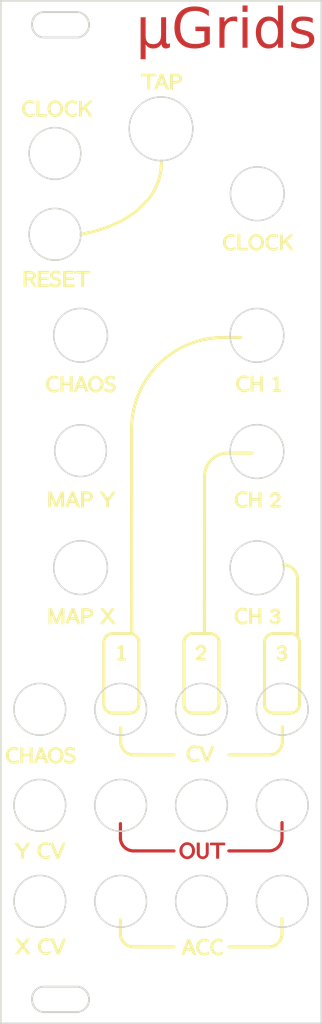
<source format=kicad_pcb>
(kicad_pcb (version 20240108) (generator "pcbnew") (generator_version "8.0")
  (layers (0 "F.Cu" signal) (31 "B.Cu" signal) (34 "B.Paste" user) (35 "F.Paste" user) (36 "B.SilkS" user "B.Silkscreen") (37 "F.SilkS" user "F.Silkscreen") (38 "B.Mask" user) (39 "F.Mask" user) (44 "Edge.Cuts" user))
  (net 0 "")
  (gr_line (start 82.6866 139.827) (end 87.740833 139.827) (stroke (width 0.4)) (layer "F.Cu"))
  (gr_line (start 75.7866 139.827) (end 70.739 139.827001) (stroke (width 0.4)) (layer "F.Cu"))
  (gr_poly (pts (xy 78.926143 140.075186) (xy 78.926981 140.117325) (xy 78.929494 140.157819) (xy 78.933683 140.196666) (xy 78.939547 140.233868) (xy 78.947087 140.269424) (xy 78.956303 140.303334) (xy 78.967194 140.335599) (xy 78.97976 140.366217) (xy 78.994002 140.39519) (xy 79.00992 140.422517) (xy 79.027513 140.448197) (xy 79.046782 140.472232) (xy 79.067726 140.494621) (xy 79.090345 140.515365) (xy 79.114641 140.534462) (xy 79.140611 140.551913) (xy 79.154639 140.560209) (xy 79.16896 140.56797) (xy 79.183575 140.575194) (xy 79.198484 140.581882) (xy 79.213687 140.588034) (xy 79.229183 140.593651) (xy 79.244973 140.598732) (xy 79.261056 140.603277) (xy 79.277432 140.607287) (xy 79.294102 140.610762) (xy 79.311064 140.613702) (xy 79.32832 140.616107) (xy 79.345869 140.617978) (xy 79.363711 140.619314) (xy 79.381846 140.620115) (xy 79.400273 140.620382) (xy 79.418636 140.62008) (xy 79.436895 140.619173) (xy 79.455052 140.617662) (xy 79.473107 140.615545) (xy 79.491059 140.612823) (xy 79.508911 140.609495) (xy 79.526662 140.605562) (xy 79.544313 140.601022) (xy 79.553159 140.598469) (xy 79.562095 140.595653) (xy 79.571122 140.592575) (xy 79.58024 140.589235) (xy 79.589449 140.585632) (xy 79.598749 140.581766) (xy 79.608139 140.577639) (xy 79.617621 140.573249) (xy 79.636858 140.563681) (xy 79.656461 140.553066) (xy 79.676429 140.541401) (xy 79.696763 140.528689) (xy 79.706887 140.521817) (xy 79.716759 140.514457) (xy 79.726379 140.506608) (xy 79.735747 140.49827) (xy 79.744863 140.489443) (xy 79.753728 140.480127) (xy 79.76234 140.470323) (xy 79.770701 140.46003) (xy 79.778811 140.449248) (xy 79.786668 140.437978) (xy 79.794274 140.426218) (xy 79.801628 140.41397) (xy 79.80873 140.401234) (xy 79.815581 140.388008) (xy 79.822179 140.374294) (xy 79.828526 140.360092) (xy 79.834552 140.345446) (xy 79.840189 140.330423) (xy 79.845437 140.315021) (xy 79.850295 140.299241) (xy 79.854765 140.283083) (xy 79.858845 140.266546) (xy 79.862536 140.249631) (xy 79.865839 140.232338) (xy 79.868752 140.214667) (xy 79.871277 140.196617) (xy 79.873413 140.178189) (xy 79.875161 140.159383) (xy 79.87652 140.140198) (xy 79.87749 140.120635) (xy 79.878073 140.100693) (xy 79.878267 140.080374) (xy 79.878267 138.877633) (xy 80.050087 138.877633) (xy 80.050087 140.075186) (xy 80.049307 140.114703) (xy 80.046969 140.153146) (xy 80.043071 140.190513) (xy 80.037614 140.226804) (xy 80.030598 140.26202) (xy 80.022023 140.296161) (xy 80.011888 140.329226) (xy 80.000193 140.361216) (xy 79.986939 140.392131) (xy 79.972126 140.42197) (xy 79.955752 140.450734) (xy 79.937819 140.478423) (xy 79.918326 140.505037) (xy 79.897273 140.530575) (xy 79.87466 140.555039) (xy 79.850487 140.578427) (xy 79.825334 140.600562) (xy 79.799784 140.621268) (xy 79.773835 140.640546) (xy 79.747488 140.658396) (xy 79.720743 140.674818) (xy 79.6936 140.689811) (xy 79.666059 140.703376) (xy 79.638119 140.715513) (xy 79.609782 140.726222) (xy 79.581046 140.735503) (xy 79.551913 140.743356) (xy 79.522381 140.749781) (xy 79.492451 140.754778) (xy 79.462123 140.758347) (xy 79.431397 140.760489) (xy 79.400273 140.761202) (xy 79.370137 140.760582) (xy 79.34045 140.75872) (xy 79.311212 140.755616) (xy 79.282423 140.751271) (xy 79.254083 140.745685) (xy 79.226192 140.738857) (xy 79.198751 140.730787) (xy 79.17176 140.721476) (xy 79.145218 140.710924) (xy 79.119125 140.69913) (xy 79.093482 140.686094) (xy 79.068289 140.671817) (xy 79.043546 140.656298) (xy 79.019253 140.639537) (xy 78.99541 140.621535) (xy 78.972017 140.602291) (xy 78.949418 140.58211) (xy 78.927974 140.561294) (xy 78.907687 140.539842) (xy 78.888555 140.517755) (xy 78.870579 140.495032) (xy 78.853759 140.471673) (xy 78.838095 140.447678) (xy 78.823587 140.423047) (xy 78.810235 140.39778) (xy 78.798039 140.371877) (xy 78.786998 140.345337) (xy 78.777114 140.31816) (xy 78.768385 140.290347) (xy 78.760812 140.261896) (xy 78.754396 140.232809) (xy 78.749135 140.203085) (xy 78.747313 140.190432) (xy 78.745739 140.176366) (xy 78.74441 140.160886) (xy 78.743326 140.143992) (xy 78.742485 140.125684) (xy 78.741885 140.105962) (xy 78.741527 140.084826) (xy 78.741408 140.062277) (xy 78.741408 138.877633) (xy 78.926143 138.877633)) (stroke (width 0.2)) (fill solid) (layer "F.Cu"))
  (gr_arc (start 89.3674 138.176) (mid 88.883833 139.343433) (end 87.7164 139.827) (stroke (width 0.4)) (layer "F.Cu"))
  (gr_arc (start 70.6984 139.827001) (mid 69.530967 139.343434) (end 69.0474 138.176001) (stroke (width 0.4)) (layer "F.Cu"))
  (gr_line (start 69.0474 138.303) (end 69.0474 136.398) (stroke (width 0.4)) (layer "F.Cu"))
  (gr_poly (pts (xy 82.127495 139.026162) (xy 81.362688 139.026162) (xy 81.362688 140.716) (xy 81.177956 140.716) (xy 81.177956 139.026162) (xy 80.41056 139.026162) (xy 80.41056 138.885354) (xy 82.127495 138.885354)) (stroke (width 0.2)) (fill solid) (layer "F.Cu"))
  (gr_poly (pts (xy 77.489727 138.836017) (xy 77.533132 138.839304) (xy 77.575801 138.844783) (xy 77.617733 138.852453) (xy 77.658929 138.862315) (xy 77.699389 138.874368) (xy 77.739113 138.888613) (xy 77.778101 138.905049) (xy 77.816354 138.923677) (xy 77.853872 138.944496) (xy 77.890654 138.967507) (xy 77.926702 138.992709) (xy 77.962014 139.020103) (xy 77.996592 139.049688) (xy 78.030436 139.081464) (xy 78.063545 139.115432) (xy 78.095254 139.15098) (xy 78.124917 139.187515) (xy 78.152534 139.225037) (xy 78.178104 139.263546) (xy 78.201629 139.303041) (xy 78.223107 139.343522) (xy 78.242539 139.38499) (xy 78.259926 139.427444) (xy 78.275266 139.470884) (xy 78.288562 139.515309) (xy 78.299811 139.56072) (xy 78.309015 139.607117) (xy 78.316173 139.654499) (xy 78.321286 139.702865) (xy 78.324354 139.752217) (xy 78.325377 139.802554) (xy 78.324355 139.852874) (xy 78.321289 139.902174) (xy 78.316179 139.950453) (xy 78.309025 139.99771) (xy 78.299828 140.043947) (xy 78.288586 140.089163) (xy 78.275301 140.133358) (xy 78.259972 140.176532) (xy 78.242599 140.218686) (xy 78.223182 140.259819) (xy 78.201721 140.299931) (xy 78.178216 140.339022) (xy 78.152668 140.377093) (xy 78.125075 140.414144) (xy 78.095439 140.450174) (xy 78.063759 140.485183) (xy 78.030692 140.518603) (xy 77.996876 140.549866) (xy 77.962312 140.578973) (xy 77.926999 140.605923) (xy 77.890938 140.630716) (xy 77.854129 140.653353) (xy 77.816573 140.673834) (xy 77.778268 140.692159) (xy 77.739217 140.708327) (xy 77.699418 140.72234) (xy 77.658873 140.734196) (xy 77.617581 140.743897) (xy 77.575542 140.751441) (xy 77.532758 140.75683) (xy 77.489227 140.760064) (xy 77.444951 140.761141) (xy 77.400676 140.760056) (xy 77.357147 140.756801) (xy 77.314365 140.751375) (xy 77.27233 140.743778) (xy 77.231041 140.734012) (xy 77.190499 140.722074) (xy 77.150704 140.707967) (xy 77.111655 140.691689) (xy 77.073353 140.67324) (xy 77.035798 140.652621) (xy 76.998989 140.629832) (xy 76.962927 140.604872) (xy 76.927612 140.577742) (xy 76.893043 140.548441) (xy 76.859221 140.51697) (xy 76.826146 140.483328) (xy 76.794465 140.448101) (xy 76.764827 140.411893) (xy 76.737234 140.374704) (xy 76.711685 140.336534) (xy 76.68818 140.297382) (xy 76.666719 140.257249) (xy 76.647302 140.216134) (xy 76.629929 140.174038) (xy 76.6146 140.13096) (xy 76.601314 140.086901) (xy 76.590073 140.04186) (xy 76.580876 139.995837) (xy 76.573722 139.948832) (xy 76.568612 139.900845) (xy 76.565547 139.851876) (xy 76.564525 139.801925) (xy 76.564522 139.801925) (xy 76.565198 139.768374) (xy 76.749254 139.768374) (xy 76.749257 139.768374) (xy 76.750064 139.815345) (xy 76.752486 139.861185) (xy 76.756523 139.905897) (xy 76.762175 139.949479) (xy 76.769441 139.991933) (xy 76.778323 140.033258) (xy 76.788819 140.073454) (xy 76.80093 140.112522) (xy 76.814655 140.150463) (xy 76.829996 140.187275) (xy 76.846951 140.22296) (xy 76.865521 140.257518) (xy 76.885706 140.290949) (xy 76.907505 140.323253) (xy 76.93092 140.35443) (xy 76.955949 140.384481) (xy 76.982093 140.413037) (xy 77.008831 140.439752) (xy 77.036162 140.464624) (xy 77.064089 140.487655) (xy 77.092609 140.508845) (xy 77.121724 140.528192) (xy 77.151434 140.545697) (xy 77.181738 140.56136) (xy 77.212637 140.575181) (xy 77.244131 140.58716) (xy 77.276219 140.597296) (xy 77.308902 140.605589) (xy 77.34218 140.612039) (xy 77.376054 140.616647) (xy 77.410522 140.619412) (xy 77.445586 140.620333) (xy 77.480344 140.619427) (xy 77.514533 140.616709) (xy 77.548151 140.612178) (xy 77.581199 140.605835) (xy 77.613676 140.59768) (xy 77.645584 140.587712) (xy 77.676921 140.575932) (xy 77.707689 140.562339) (xy 77.737886 140.546934) (xy 77.767514 140.529716) (xy 77.796572 140.510685) (xy 77.82506 140.489841) (xy 77.852979 140.467185) (xy 77.880328 140.442716) (xy 77.907107 140.416434) (xy 77.933317 140.388339) (xy 77.958424 140.358729) (xy 77.98191 140.327902) (xy 78.003777 140.295856) (xy 78.024024 140.262591) (xy 78.042652 140.228109) (xy 78.059659 140.192408) (xy 78.075047 140.155489) (xy 78.088815 140.117351) (xy 78.100963 140.077995) (xy 78.111492 140.03742) (xy 78.120401 139.995626) (xy 78.12769 139.952613) (xy 78.133359 139.908382) (xy 78.137408 139.862932) (xy 78.139838 139.816262) (xy 78.140648 139.768374) (xy 78.139838 139.723372) (xy 78.137408 139.679548) (xy 78.133359 139.636903) (xy 78.12769 139.595435) (xy 78.120401 139.555145) (xy 78.111492 139.516033) (xy 78.100963 139.478098) (xy 78.088815 139.441342) (xy 78.075047 139.405763) (xy 78.059659 139.371361) (xy 78.042652 139.338137) (xy 78.024024 139.30609) (xy 78.003777 139.275221) (xy 77.98191 139.245528) (xy 77.958424 139.217013) (xy 77.933317 139.189675) (xy 77.907107 139.163772) (xy 77.880328 139.139538) (xy 77.852979 139.116976) (xy 77.82506 139.096084) (xy 77.796572 139.076863) (xy 77.767514 139.059313) (xy 77.737886 139.043435) (xy 77.707689 139.029227) (xy 77.676921 139.01669) (xy 77.645584 139.005825) (xy 77.613676 138.996631) (xy 77.581199 138.989109) (xy 77.548151 138.983258) (xy 77.514533 138.979079) (xy 77.480344 138.976571) (xy 77.445586 138.975735) (xy 77.410825 138.976566) (xy 77.376629 138.979059) (xy 77.343 138.983213) (xy 77.309935 138.989029) (xy 77.277436 138.996506) (xy 77.245503 139.005646) (xy 77.214135 139.016446) (xy 77.183333 139.028908) (xy 77.153096 139.043031) (xy 77.123424 139.058816) (xy 77.094318 139.076261) (xy 77.065778 139.095368) (xy 77.037803 139.116136) (xy 77.010393 139.138565) (xy 76.983549 139.162655) (xy 76.957271 139.188406) (xy 76.932079 139.215592) (xy 76.908512 139.243986) (xy 76.886572 139.27359) (xy 76.866257 139.304403) (xy 76.847567 139.336424) (xy 76.830504 139.369653) (xy 76.815065 139.404091) (xy 76.801252 139.439736) (xy 76.789065 139.47659) (xy 76.778502 139.514652) (xy 76.769565 139.553921) (xy 76.762253 139.594397) (xy 76.756566 139.636081) (xy 76.752503 139.678972) (xy 76.750066 139.723069) (xy 76.749254 139.768374) (xy 76.565198 139.768374) (xy 76.565539 139.751457) (xy 76.56859 139.70199) (xy 76.573674 139.653523) (xy 76.580793 139.606057) (xy 76.589945 139.559592) (xy 76.601131 139.514128) (xy 76.614351 139.469665) (xy 76.629604 139.426203) (xy 76.64689 139.383741) (xy 76.66621 139.34228) (xy 76.687563 139.301821) (xy 76.710948 139.262362) (xy 76.736367 139.223904) (xy 76.763819 139.186447) (xy 76.793304 139.14999) (xy 76.824821 139.114535) (xy 76.857756 139.080674) (xy 76.891471 139.048997) (xy 76.925968 139.019506) (xy 76.961247 138.992199) (xy 76.997308 138.967078) (xy 77.03415 138.944141) (xy 77.071774 138.923388) (xy 77.11018 138.90482) (xy 77.149368 138.888437) (xy 77.189338 138.874239) (xy 77.23009 138.862225) (xy 77.271624 138.852395) (xy 77.313941 138.84475) (xy 77.35704 138.839289) (xy 77.400921 138.836013) (xy 77.445586 138.834921)) (stroke (width 0.2)) (fill solid) (layer "F.Cu"))
  (gr_line (start 89.3674 138.176) (end 89.3674 136.271) (stroke (width 0.4)) (layer "F.Cu"))
  (gr_line (start 69.088 126.238) (end 69.088 124.333) (stroke (width 0.4)) (layer "F.SilkS"))
  (gr_poly (pts (xy 73.463044 42.402861) (xy 72.69824 42.402861) (xy 72.69824 44.092705) (xy 72.513508 44.092705) (xy 72.513508 42.402861) (xy 71.746112 42.402861) (xy 71.746112 42.26205) (xy 73.463044 42.26205)) (stroke (width 0.2)) (fill solid) (layer "F.SilkS"))
  (gr_poly (pts (xy 82.940727 62.396778) (xy 82.972287 62.397847) (xy 83.003899 62.39963) (xy 83.035563 62.402126) (xy 83.067278 62.405335) (xy 83.099044 62.409257) (xy 83.130861 62.413892) (xy 83.162729 62.419241) (xy 83.194649 62.425302) (xy 83.226619 62.432077) (xy 83.258639 62.439564) (xy 83.29071 62.447765) (xy 83.355002 62.466306) (xy 83.419494 62.487699) (xy 83.384622 62.670209) (xy 83.346117 62.649116) (xy 83.311962 62.630998) (xy 83.282163 62.615856) (xy 83.268898 62.609401) (xy 83.256723 62.60369) (xy 83.244298 62.598352) (xy 83.230281 62.592974) (xy 83.21467 62.587555) (xy 83.197465 62.582094) (xy 83.178664 62.576591) (xy 83.158268 62.571045) (xy 83.136276 62.565457) (xy 83.112686 62.559824) (xy 83.088127 62.554524) (xy 83.063225 62.549932) (xy 83.037981 62.546049) (xy 83.012396 62.542872) (xy 82.986468 62.540403) (xy 82.960197 62.538639) (xy 82.933584 62.537582) (xy 82.906628 62.537229) (xy 82.870024 62.538175) (xy 82.834188 62.541012) (xy 82.799121 62.54574) (xy 82.764823 62.552359) (xy 82.731293 62.560869) (xy 82.698531 62.571271) (xy 82.666537 62.583563) (xy 82.635311 62.597745) (xy 82.604853 62.613819) (xy 82.575163 62.631783) (xy 82.546239 62.651638) (xy 82.518083 62.673383) (xy 82.490695 62.697019) (xy 82.464073 62.722545) (xy 82.438217 62.749961) (xy 82.413128 62.779267) (xy 82.389185 62.809895) (xy 82.366788 62.841276) (xy 82.345935 62.87341) (xy 82.326628 62.906296) (xy 82.308866 62.939934) (xy 82.292649 62.974324) (xy 82.277976 63.009466) (xy 82.264849 63.04536) (xy 82.253266 63.082006) (xy 82.243228 63.119402) (xy 82.234735 63.15755) (xy 82.227786 63.196449) (xy 82.222381 63.236099) (xy 82.218521 63.2765) (xy 82.216205 63.317651) (xy 82.215433 63.359553) (xy 82.216197 63.400839) (xy 82.218491 63.441433) (xy 82.222314 63.481335) (xy 82.227666 63.520546) (xy 82.234547 63.559065) (xy 82.242957 63.596894) (xy 82.252897 63.634031) (xy 82.264366 63.670477) (xy 82.277364 63.706232) (xy 82.291891 63.741297) (xy 82.307948 63.775672) (xy 82.325534 63.809356) (xy 82.344649 63.84235) (xy 82.365293 63.874654) (xy 82.387466 63.906268) (xy 82.411169 63.937192) (xy 82.436053 63.966816) (xy 82.461769 63.994528) (xy 82.488317 64.020328) (xy 82.515697 64.044218) (xy 82.543911 64.066197) (xy 82.572956 64.086264) (xy 82.602835 64.104421) (xy 82.633546 64.120666) (xy 82.665089 64.135) (xy 82.697466 64.147423) (xy 82.730675 64.157934) (xy 82.764718 64.166535) (xy 82.799593 64.173224) (xy 82.835302 64.178002) (xy 82.871844 64.180869) (xy 82.909219 64.181824) (xy 82.942333 64.181391) (xy 82.974524 64.180089) (xy 83.005789 64.177921) (xy 83.036127 64.174886) (xy 83.065538 64.170986) (xy 83.09402 64.16622) (xy 83.121571 64.16059) (xy 83.14819 64.154096) (xy 83.173307 64.147283) (xy 83.19635 64.140733) (xy 83.217316 64.134445) (xy 83.236205 64.128421) (xy 83.253015 64.122659) (xy 83.267745 64.117159) (xy 83.280394 64.111923) (xy 83.290961 64.10695) (xy 83.301545 64.101362) (xy 83.314248 64.094286) (xy 83.32907 64.085719) (xy 83.346013 64.075661) (xy 83.365077 64.06411) (xy 83.386261 64.051064) (xy 83.434997 64.020484) (xy 83.449231 64.174104) (xy 83.404077 64.198838) (xy 83.364261 64.220106) (xy 83.329783 64.237911) (xy 83.300644 64.252259) (xy 83.293828 64.255394) (xy 83.286619 64.25851) (xy 83.271017 64.264682) (xy 83.25384 64.270774) (xy 83.235086 64.276786) (xy 83.214758 64.28272) (xy 83.192855 64.288574) (xy 83.169377 64.294348) (xy 83.144327 64.300043) (xy 83.118046 64.305344) (xy 83.090878 64.309937) (xy 83.062822 64.31382) (xy 83.033877 64.316997) (xy 83.004045 64.319466) (xy 82.973324 64.321229) (xy 82.941716 64.322286) (xy 82.909219 64.322639) (xy 82.877595 64.322102) (xy 82.84636 64.320491) (xy 82.815514 64.317806) (xy 82.785057 64.314046) (xy 82.754989 64.309213) (xy 82.72531 64.303306) (xy 82.696021 64.296325) (xy 82.66712 64.288269) (xy 82.638608 64.27914) (xy 82.610484 64.268937) (xy 82.582749 64.257659) (xy 82.555403 64.245307) (xy 82.528445 64.231882) (xy 82.501876 64.217382) (xy 82.475695 64.201808) (xy 82.449902 64.18516) (xy 82.424694 64.16766) (xy 82.400247 64.149529) (xy 82.37656 64.130766) (xy 82.353634 64.111372) (xy 82.331468 64.091348) (xy 82.310064 64.070692) (xy 82.28942 64.049406) (xy 82.269538 64.027489) (xy 82.250418 64.004941) (xy 82.232058 63.981763) (xy 82.214461 63.957954) (xy 82.197626 63.933515) (xy 82.181552 63.908445) (xy 82.166241 63.882746) (xy 82.151692 63.856416) (xy 82.137906 63.829456) (xy 82.12492 63.802053) (xy 82.112774 63.774392) (xy 82.101465 63.746475) (xy 82.090994 63.718301) (xy 82.081362 63.68987) (xy 82.072568 63.661183) (xy 82.064611 63.632239) (xy 82.057493 63.603038) (xy 82.051212 63.57358) (xy 82.045769 63.543866) (xy 82.041163 63.513895) (xy 82.037395 63.483668) (xy 82.034465 63.453183) (xy 82.032372 63.422442) (xy 82.031116 63.391445) (xy 82.030697 63.360191) (xy 82.031116 63.328934) (xy 82.032372 63.29793) (xy 82.034465 63.26718) (xy 82.037395 63.236683) (xy 82.041163 63.20644) (xy 82.045769 63.17645) (xy 82.051212 63.146713) (xy 82.057493 63.11723) (xy 82.064611 63.088) (xy 82.072568 63.059025) (xy 82.081362 63.030303) (xy 82.090994 63.001835) (xy 82.101465 62.973621) (xy 82.112774 62.945661) (xy 82.12492 62.917955) (xy 82.137906 62.890504) (xy 82.151692 62.863495) (xy 82.166241 62.837119) (xy 82.181552 62.811375) (xy 82.197626 62.786263) (xy 82.214461 62.761783) (xy 82.232058 62.737935) (xy 82.250418 62.714718) (xy 82.269538 62.692133) (xy 82.28942 62.670179) (xy 82.310064 62.648856) (xy 82.331468 62.628164) (xy 82.353634 62.608103) (xy 82.37656 62.588672) (xy 82.400247 62.569872) (xy 82.424694 62.551702) (xy 82.449902 62.534162) (xy 82.475695 62.517486) (xy 82.501876 62.501884) (xy 82.528445 62.487358) (xy 82.555403 62.473908) (xy 82.582749 62.461533) (xy 82.610484 62.450234) (xy 82.638608 62.440011) (xy 82.66712 62.430863) (xy 82.696021 62.422791) (xy 82.72531 62.415796) (xy 82.754989 62.409876) (xy 82.785057 62.405032) (xy 82.815514 62.401265) (xy 82.84636 62.398574) (xy 82.877595 62.396959) (xy 82.909219 62.396421)) (stroke (width 0.2)) (fill solid) (layer "F.SilkS"))
  (gr_poly (pts (xy 60.853591 96.053231) (xy 60.975036 96.365859) (xy 61.012502 96.25992) (xy 61.626174 94.741951) (xy 61.871654 94.741951) (xy 61.871654 96.58033) (xy 61.704964 96.58033) (xy 61.704964 94.913771) (xy 61.499541 95.44214) (xy 61.052553 96.535085) (xy 60.893645 96.535085) (xy 60.338128 95.166976) (xy 60.242507 94.913771) (xy 60.242507 96.58033) (xy 60.075875 96.58033) (xy 60.075875 94.741951) (xy 60.318764 94.741951)) (stroke (width 0.2)) (fill solid) (layer "F.SilkS"))
  (gr_poly (pts (xy 89.373889 63.469993) (xy 90.426825 62.439069) (xy 90.641296 62.439069) (xy 89.900992 63.166407) (xy 90.681354 64.277445) (xy 90.479794 64.277445) (xy 89.780871 63.285258) (xy 89.373889 63.684461) (xy 89.373889 64.277445) (xy 89.202069 64.277445) (xy 89.202069 62.439069) (xy 89.373889 62.439069)) (stroke (width 0.2)) (fill solid) (layer "F.SilkS"))
  (gr_arc (start 89.3674 150.241) (mid 88.883833 151.408433) (end 87.7164 151.892) (stroke (width 0.4)) (layer "F.SilkS"))
  (gr_poly (pts (xy 86.170207 62.397517) (xy 86.213605 62.400804) (xy 86.256268 62.406283) (xy 86.298197 62.413953) (xy 86.339391 62.423814) (xy 86.37985 62.435868) (xy 86.419574 62.450112) (xy 86.458563 62.466548) (xy 86.496816 62.485176) (xy 86.534333 62.505995) (xy 86.571115 62.529006) (xy 86.607161 62.554208) (xy 86.64247 62.581602) (xy 86.677044 62.611187) (xy 86.710881 62.642964) (xy 86.743982 62.676932) (xy 86.775692 62.71248) (xy 86.805356 62.749015) (xy 86.832975 62.786537) (xy 86.858549 62.825045) (xy 86.882077 62.86454) (xy 86.90356 62.905022) (xy 86.922997 62.946489) (xy 86.940388 62.988943) (xy 86.955734 63.032383) (xy 86.969034 63.076808) (xy 86.980287 63.122219) (xy 86.989495 63.168616) (xy 86.996657 63.215998) (xy 87.001773 63.264365) (xy 87.004842 63.313717) (xy 87.005865 63.364054) (xy 87.004843 63.414373) (xy 87.001777 63.463672) (xy 86.996668 63.51195) (xy 86.989514 63.559207) (xy 86.980316 63.605443) (xy 86.969075 63.650659) (xy 86.95579 63.694854) (xy 86.94046 63.738029) (xy 86.923087 63.780182) (xy 86.90367 63.821316) (xy 86.882209 63.861428) (xy 86.858705 63.90052) (xy 86.833156 63.938591) (xy 86.805564 63.975641) (xy 86.775927 64.011671) (xy 86.744247 64.04668) (xy 86.711171 64.0801) (xy 86.677349 64.111364) (xy 86.642779 64.14047) (xy 86.607463 64.16742) (xy 86.5714 64.192214) (xy 86.53459 64.214851) (xy 86.497033 64.235333) (xy 86.458729 64.253657) (xy 86.419677 64.269826) (xy 86.379878 64.283839) (xy 86.339332 64.295696) (xy 86.298038 64.305396) (xy 86.255997 64.312941) (xy 86.213208 64.31833) (xy 86.169672 64.321564) (xy 86.125387 64.322642) (xy 86.081112 64.321557) (xy 86.037583 64.318301) (xy 85.994801 64.312875) (xy 85.952766 64.305279) (xy 85.911477 64.295512) (xy 85.870935 64.283575) (xy 85.831139 64.269467) (xy 85.79209 64.253189) (xy 85.753788 64.234741) (xy 85.716232 64.214122) (xy 85.679423 64.191333) (xy 85.64336 64.166374) (xy 85.608044 64.139244) (xy 85.573475 64.109943) (xy 85.539652 64.078472) (xy 85.506576 64.044831) (xy 85.474896 64.009604) (xy 85.445259 63.973396) (xy 85.417666 63.936207) (xy 85.392118 63.898036) (xy 85.368613 63.858884) (xy 85.347152 63.818751) (xy 85.327735 63.777636) (xy 85.310362 63.73554) (xy 85.295033 63.692461) (xy 85.281748 63.648402) (xy 85.270507 63.60336) (xy 85.261309 63.557336) (xy 85.254156 63.510331) (xy 85.249046 63.462343) (xy 85.24598 63.413374) (xy 85.244958 63.363422) (xy 85.244958 63.363419) (xy 85.245634 63.329871) (xy 85.42969 63.329871) (xy 85.429693 63.329871) (xy 85.430501 63.376842) (xy 85.432923 63.422684) (xy 85.43696 63.467396) (xy 85.442612 63.510978) (xy 85.44988 63.553432) (xy 85.458762 63.594757) (xy 85.46926 63.634954) (xy 85.481373 63.674022) (xy 85.495101 63.711962) (xy 85.510445 63.748775) (xy 85.527404 63.784459) (xy 85.545979 63.819017) (xy 85.56617 63.852447) (xy 85.587977 63.884751) (xy 85.611399 63.915928) (xy 85.636438 63.945979) (xy 85.662572 63.974536) (xy 85.689301 64.001251) (xy 85.716626 64.026125) (xy 85.744546 64.049156) (xy 85.773062 64.070345) (xy 85.802174 64.089692) (xy 85.831882 64.107197) (xy 85.862185 64.12286) (xy 85.893085 64.13668) (xy 85.92458 64.148657) (xy 85.956672 64.158792) (xy 85.98936 64.167085) (xy 86.022644 64.173535) (xy 86.056524 64.178142) (xy 86.091001 64.180906) (xy 86.126074 64.181827) (xy 86.160824 64.180922) (xy 86.195006 64.178203) (xy 86.22862 64.173673) (xy 86.261665 64.167331) (xy 86.29414 64.159176) (xy 86.326047 64.149209) (xy 86.357384 64.13743) (xy 86.388151 64.123838) (xy 86.418349 64.108433) (xy 86.447976 64.091216) (xy 86.477033 64.072186) (xy 86.505519 64.051343) (xy 86.533435 64.028688) (xy 86.560779 64.004219) (xy 86.587553 63.977937) (xy 86.613754 63.949842) (xy 86.63886 63.920232) (xy 86.662346 63.889404) (xy 86.684213 63.857357) (xy 86.70446 63.824093) (xy 86.723087 63.78961) (xy 86.740095 63.753908) (xy 86.755483 63.716988) (xy 86.769251 63.67885) (xy 86.781399 63.639493) (xy 86.791928 63.598918) (xy 86.800837 63.557124) (xy 86.808126 63.514111) (xy 86.813795 63.469879) (xy 86.817845 63.424429) (xy 86.820274 63.37776) (xy 86.821084 63.329871) (xy 86.820274 63.284869) (xy 86.817845 63.241046) (xy 86.813795 63.1984) (xy 86.808126 63.156933) (xy 86.800837 63.116643) (xy 86.791928 63.077531) (xy 86.781399 63.039597) (xy 86.769251 63.00284) (xy 86.755483 62.967262) (xy 86.740095 62.93286) (xy 86.723087 62.899636) (xy 86.70446 62.86759) (xy 86.684213 62.836721) (xy 86.662346 62.807028) (xy 86.63886 62.778514) (xy 86.613754 62.751176) (xy 86.587553 62.725271) (xy 86.560779 62.701038) (xy 86.533435 62.678475) (xy 86.505519 62.657583) (xy 86.477033 62.638362) (xy 86.447976 62.620811) (xy 86.418349 62.604932) (xy 86.388151 62.590725) (xy 86.357384 62.578188) (xy 86.326047 62.567323) (xy 86.29414 62.558129) (xy 86.261665 62.550606) (xy 86.22862 62.544755) (xy 86.195006 62.540576) (xy 86.160824 62.538068) (xy 86.126074 62.537232) (xy 86.091312 62.538063) (xy 86.057115 62.540556) (xy 86.023482 62.544711) (xy 85.990414 62.550527) (xy 85.957911 62.558005) (xy 85.925973 62.567144) (xy 85.8946 62.577945) (xy 85.863793 62.590408) (xy 85.833551 62.604531) (xy 85.803875 62.620316) (xy 85.774765 62.637761) (xy 85.746221 62.656868) (xy 85.718243 62.677636) (xy 85.690831 62.700064) (xy 85.663986 62.724153) (xy 85.637707 62.749903) (xy 85.612524 62.777088) (xy 85.588964 62.805483) (xy 85.567028 62.835086) (xy 85.546715 62.865898) (xy 85.528027 62.897919) (xy 85.510963 62.931148) (xy 85.495523 62.965586) (xy 85.481708 63.001231) (xy 85.469518 63.038085) (xy 85.458952 63.076147) (xy 85.450012 63.115416) (xy 85.442697 63.155893) (xy 85.437007 63.197577) (xy 85.432942 63.240468) (xy 85.430503 63.284566) (xy 85.42969 63.329871) (xy 85.245634 63.329871) (xy 85.245975 63.312951) (xy 85.249026 63.263483) (xy 85.254111 63.215016) (xy 85.261231 63.167551) (xy 85.270384 63.121086) (xy 85.281571 63.075622) (xy 85.294792 63.031159) (xy 85.310047 62.987697) (xy 85.327335 62.945236) (xy 85.346658 62.903776) (xy 85.368015 62.863316) (xy 85.391406 62.823858) (xy 85.41683 62.7854) (xy 85.444289 62.747943) (xy 85.473781 62.711487) (xy 85.505307 62.676032) (xy 85.538233 62.64217) (xy 85.571942 62.610493) (xy 85.606435 62.581001) (xy 85.641711 62.553695) (xy 85.677771 62.528573) (xy 85.714613 62.505636) (xy 85.752239 62.484884) (xy 85.790647 62.466317) (xy 85.829838 62.449934) (xy 85.869812 62.435737) (xy 85.910567 62.423723) (xy 85.952105 62.413894) (xy 85.994425 62.40625) (xy 86.037526 62.400789) (xy 86.081409 62.397513) (xy 86.126074 62.396421)) (stroke (width 0.2)) (fill solid) (layer "F.SilkS"))
  (gr_line (start 81.508534 75.31627) (end 84.201 75.298236) (stroke (width 0.4)) (layer "F.SilkS"))
  (gr_poly (pts (xy 84.035763 64.136637) (xy 84.974982 64.136637) (xy 84.974982 64.277448) (xy 83.850976 64.277448) (xy 83.850976 62.439069) (xy 84.035763 62.439069)) (stroke (width 0.2)) (fill solid) (layer "F.SilkS"))
  (gr_poly (pts (xy 59.628952 138.830389) (xy 59.660512 138.831459) (xy 59.692124 138.833242) (xy 59.723788 138.835739) (xy 59.755503 138.838948) (xy 59.787269 138.842871) (xy 59.819087 138.847508) (xy 59.850956 138.852857) (xy 59.882875 138.85892) (xy 59.914845 138.865695) (xy 59.946866 138.873185) (xy 59.978937 138.881387) (xy 60.04323 138.899932) (xy 60.107722 138.921329) (xy 60.07285 139.103837) (xy 60.034343 139.08274) (xy 60.000188 139.064621) (xy 59.970389 139.049478) (xy 59.957124 139.043022) (xy 59.944951 139.037308) (xy 59.932526 139.031969) (xy 59.918508 139.026591) (xy 59.902897 139.021172) (xy 59.885691 139.015711) (xy 59.86689 139.010208) (xy 59.846493 139.004662) (xy 59.824501 138.999071) (xy 59.800911 138.993436) (xy 59.776352 138.988137) (xy 59.751451 138.983546) (xy 59.726208 138.979662) (xy 59.700622 138.976485) (xy 59.674694 138.974015) (xy 59.648424 138.972251) (xy 59.621811 138.971193) (xy 59.594856 138.970841) (xy 59.558251 138.971787) (xy 59.522416 138.974624) (xy 59.487349 138.979352) (xy 59.45305 138.985971) (xy 59.41952 138.994482) (xy 59.386758 139.004883) (xy 59.354764 139.017176) (xy 59.323538 139.031359) (xy 59.293079 139.047433) (xy 59.263388 139.065397) (xy 59.234465 139.085252) (xy 59.206309 139.106998) (xy 59.17892 139.130633) (xy 59.152297 139.156159) (xy 59.126442 139.183576) (xy 59.101353 139.212882) (xy 59.077411 139.243512) (xy 59.055013 139.274894) (xy 59.034161 139.307028) (xy 59.014854 139.339915) (xy 58.997092 139.373553) (xy 58.980875 139.407943) (xy 58.966202 139.443085) (xy 58.953075 139.478978) (xy 58.941492 139.515623) (xy 58.931454 139.55302) (xy 58.92296 139.591167) (xy 58.916011 139.630065) (xy 58.910606 139.669715) (xy 58.906746 139.710115) (xy 58.904429 139.751266) (xy 58.903657 139.793168) (xy 58.904422 139.834455) (xy 58.906716 139.87505) (xy 58.910539 139.914954) (xy 58.915891 139.954165) (xy 58.922772 139.992685) (xy 58.931182 140.030513) (xy 58.941122 140.06765) (xy 58.952591 140.104096) (xy 58.965589 140.139851) (xy 58.980116 140.174915) (xy 58.996173 140.209289) (xy 59.013758 140.242972) (xy 59.032873 140.275965) (xy 59.053518 140.308268) (xy 59.075691 140.339881) (xy 59.099394 140.370804) (xy 59.124278 140.400429) (xy 59.149993 140.428143) (xy 59.176542 140.453946) (xy 59.203922 140.477837) (xy 59.232135 140.499816) (xy 59.261181 140.519884) (xy 59.291059 140.538041) (xy 59.32177 140.554287) (xy 59.353314 140.568621) (xy 59.385691 140.581044) (xy 59.4189 140.591556) (xy 59.452943 140.600156) (xy 59.487818 140.606845) (xy 59.523527 140.611623) (xy 59.560069 140.61449) (xy 59.597444 140.615445) (xy 59.630558 140.615011) (xy 59.662749 140.613709) (xy 59.694014 140.611541) (xy 59.724352 140.608506) (xy 59.753763 140.604606) (xy 59.782244 140.599841) (xy 59.809795 140.594214) (xy 59.836415 140.587723) (xy 59.861547 140.580907) (xy 59.884596 140.574354) (xy 59.905564 140.568065) (xy 59.924449 140.56204) (xy 59.941253 140.556278) (xy 59.955977 140.550778) (xy 59.968621 140.545542) (xy 59.979185 140.540567) (xy 59.98977 140.534984) (xy 60.002473 140.527909) (xy 60.017296 140.519342) (xy 60.034239 140.509282) (xy 60.053303 140.497729) (xy 60.074489 140.48468) (xy 60.123225 140.454093) (xy 60.137459 140.607718) (xy 60.092303 140.632457) (xy 60.052486 140.653725) (xy 60.018008 140.67153) (xy 59.988868 140.68588) (xy 59.982053 140.689015) (xy 59.974844 140.69213) (xy 59.959242 140.698301) (xy 59.942065 140.704394) (xy 59.923311 140.710407) (xy 59.902983 140.716341) (xy 59.881081 140.722197) (xy 59.857604 140.727973) (xy 59.832554 140.733671) (xy 59.806273 140.73897) (xy 59.779104 140.743561) (xy 59.751047 140.747445) (xy 59.722103 140.750622) (xy 59.69227 140.753092) (xy 59.661549 140.754855) (xy 59.629941 140.755913) (xy 59.597444 140.756266) (xy 59.565819 140.755729) (xy 59.534584 140.754118) (xy 59.503738 140.751433) (xy 59.473282 140.747674) (xy 59.443214 140.74284) (xy 59.413535 140.736933) (xy 59.384246 140.729952) (xy 59.355345 140.721897) (xy 59.326833 140.712768) (xy 59.29871 140.702564) (xy 59.270975 140.691287) (xy 59.243629 140.678936) (xy 59.216672 140.66551) (xy 59.190103 140.651011) (xy 59.163922 140.635438) (xy 59.13813 140.61879) (xy 59.112922 140.60129) (xy 59.088474 140.583159) (xy 59.064787 140.564397) (xy 59.04186 140.545004) (xy 59.019694 140.52498) (xy 58.99829 140.504325) (xy 58.977646 140.483039) (xy 58.957764 140.461123) (xy 58.938643 140.438575) (xy 58.920284 140.415398) (xy 58.902687 140.391589) (xy 58.885852 140.36715) (xy 58.869779 140.34208) (xy 58.854468 140.316381) (xy 58.839919 140.29005) (xy 58.826134 140.263089) (xy 58.826134 140.263065) (xy 58.813148 140.235661) (xy 58.801 140.208) (xy 58.789691 140.180083) (xy 58.77922 140.151909) (xy 58.769588 140.123478) (xy 58.760793 140.094791) (xy 58.752837 140.065847) (xy 58.745718 140.036646) (xy 58.739437 140.007189) (xy 58.733994 139.977475) (xy 58.729388 139.947504) (xy 58.72562 139.917277) (xy 58.72269 139.886793) (xy 58.720597 139.856053) (xy 58.719341 139.825056) (xy 58.718922 139.793802) (xy 58.719341 139.762545) (xy 58.720597 139.73154) (xy 58.72269 139.700789) (xy 58.72562 139.670292) (xy 58.729388 139.640047) (xy 58.733994 139.610057) (xy 58.739437 139.58032) (xy 58.745718 139.550837) (xy 58.752837 139.521607) (xy 58.760793 139.492632) (xy 58.769588 139.46391) (xy 58.77922 139.435442) (xy 58.789691 139.407228) (xy 58.801 139.379269) (xy 58.813148 139.351563) (xy 58.826134 139.324112) (xy 58.839919 139.297105) (xy 58.854468 139.270729) (xy 58.869779 139.244985) (xy 58.885852 139.219874) (xy 58.902687 139.195394) (xy 58.920284 139.171546) (xy 58.938643 139.148329) (xy 58.957764 139.125744) (xy 58.977646 139.10379) (xy 58.99829 139.082467) (xy 59.019694 139.061775) (xy 59.04186 139.041714) (xy 59.064787 139.022284) (xy 59.088474 139.003484) (xy 59.112922 138.985315) (xy 59.13813 138.967777) (xy 59.163922 138.9511) (xy 59.190103 138.935499) (xy 59.216672 138.920973) (xy 59.243629 138.907522) (xy 59.270975 138.895147) (xy 59.29871 138.883848) (xy 59.326833 138.873624) (xy 59.355345 138.864476) (xy 59.384246 138.856404) (xy 59.413535 138.849408) (xy 59.443214 138.843488) (xy 59.473282 138.838645) (xy 59.503738 138.834877) (xy 59.534584 138.832186) (xy 59.565819 138.830571) (xy 59.597444 138.830033)) (stroke (width 0.2)) (fill solid) (layer "F.SilkS"))
  (gr_poly (pts (xy 88.549279 109.46277) (xy 88.57436 109.464102) (xy 88.598937 109.466322) (xy 88.62301 109.46943) (xy 88.646579 109.473427) (xy 88.669644 109.478312) (xy 88.692204 109.484085) (xy 88.71426 109.490748) (xy 88.73581 109.498298) (xy 88.756856 109.506738) (xy 88.777397 109.516067) (xy 88.797433 109.526284) (xy 88.816963 109.537391) (xy 88.835988 109.549387) (xy 88.854507 109.562272) (xy 88.87252 109.576046) (xy 88.889726 109.590441) (xy 88.905822 109.605209) (xy 88.92081 109.620351) (xy 88.934688 109.635866) (xy 88.947457 109.651755) (xy 88.959117 109.668018) (xy 88.969667 109.684655) (xy 88.979106 109.701665) (xy 88.987436 109.719049) (xy 88.994656 109.736808) (xy 89.000765 109.75494) (xy 89.005764 109.773446) (xy 89.009653 109.792326) (xy 89.01243 109.81158) (xy 89.014097 109.831209) (xy 89.014653 109.851211) (xy 89.014357 109.866707) (xy 89.013472 109.882199) (xy 89.011996 109.897687) (xy 89.009929 109.91317) (xy 89.007271 109.92865) (xy 89.004023 109.944125) (xy 89.000184 109.959595) (xy 88.995754 109.975061) (xy 88.990733 109.990522) (xy 88.985121 110.005977) (xy 88.978918 110.021428) (xy 88.972124 110.036873) (xy 88.964738 110.052313) (xy 88.956761 110.067748) (xy 88.948193 110.083176) (xy 88.939033 110.098599) (xy 88.929211 110.113844) (xy 88.918638 110.128741) (xy 88.907313 110.143292) (xy 88.895236 110.157494) (xy 88.882408 110.171349) (xy 88.868827 110.184857) (xy 88.854495 110.198016) (xy 88.83941 110.210828) (xy 88.823573 110.223292) (xy 88.806984 110.235408) (xy 88.789643 110.247177) (xy 88.771549 110.258597) (xy 88.752703 110.269669) (xy 88.733104 110.280393) (xy 88.712753 110.290769) (xy 88.691648 110.300796) (xy 88.715822 110.30769) (xy 88.739249 110.315174) (xy 88.761929 110.323247) (xy 88.783862 110.33191) (xy 88.805049 110.341163) (xy 88.825488 110.351004) (xy 88.84518 110.361435) (xy 88.864125 110.372454) (xy 88.882322 110.384061) (xy 88.899772 110.396257) (xy 88.916475 110.409041) (xy 88.93243 110.422412) (xy 88.947638 110.436371) (xy 88.962097 110.450918) (xy 88.975809 110.466051) (xy 88.988774 110.481772) (xy 89.000981 110.497879) (xy 89.012401 110.514152) (xy 89.023033 110.530592) (xy 89.032877 110.547197) (xy 89.041934 110.563969) (xy 89.050204 110.580907) (xy 89.057686 110.598012) (xy 89.06438 110.615282) (xy 89.070287 110.632719) (xy 89.075406 110.650322) (xy 89.079738 110.66809) (xy 89.083282 110.686025) (xy 89.086038 110.704127) (xy 89.088007 110.722394) (xy 89.089189 110.740827) (xy 89.089582 110.759427) (xy 89.088957 110.784833) (xy 89.08708 110.809895) (xy 89.083951 110.834612) (xy 89.079571 110.858985) (xy 89.073939 110.883014) (xy 89.067055 110.906698) (xy 89.058919 110.930039) (xy 89.049532 110.953036) (xy 89.038892 110.97569) (xy 89.027 110.998) (xy 89.013856 111.019966) (xy 88.99946 111.04159) (xy 88.983811 111.06287) (xy 88.96691 111.083808) (xy 88.948756 111.104403) (xy 88.92935 111.124655) (xy 88.908974 111.144099) (xy 88.887892 111.162289) (xy 88.866103 111.179223) (xy 88.843606 111.194903) (xy 88.820404 111.209328) (xy 88.796494 111.222498) (xy 88.771879 111.234414) (xy 88.746556 111.245075) (xy 88.720528 111.254482) (xy 88.693793 111.262634) (xy 88.666352 111.269532) (xy 88.638205 111.275175) (xy 88.609352 111.279565) (xy 88.579794 111.2827) (xy 88.549529 111.284581) (xy 88.518559 111.285208) (xy 88.503714 111.285045) (xy 88.488905 111.284558) (xy 88.474132 111.283746) (xy 88.459395 111.282609) (xy 88.444693 111.281147) (xy 88.430028 111.27936) (xy 88.415399 111.277248) (xy 88.400806 111.274811) (xy 88.386249 111.272048) (xy 88.371727 111.268961) (xy 88.357242 111.265549) (xy 88.342793 111.261812) (xy 88.32838 111.25775) (xy 88.314002 111.253363) (xy 88.299661 111.24865) (xy 88.285356 111.243612) (xy 88.257419 111.233011) (xy 88.230796 111.222003) (xy 88.205488 111.210587) (xy 88.181494 111.198765) (xy 88.158815 111.186536) (xy 88.13745 111.173901) (xy 88.1174 111.160858) (xy 88.098664 111.147409) (xy 88.081008 111.13382) (xy 88.064196 111.120354) (xy 88.048229 111.107011) (xy 88.033107 111.093789) (xy 88.018831 111.080688) (xy 88.005401 111.067707) (xy 87.992818 111.054847) (xy 87.981083 111.042105) (xy 87.975614 111.035872) (xy 87.970498 111.029852) (xy 87.965733 111.024045) (xy 87.961321 111.018453) (xy 87.957262 111.013074) (xy 87.953555 111.007908) (xy 87.9502 111.002957) (xy 87.947198 110.998219) (xy 87.944549 110.993695) (xy 87.942253 110.989385) (xy 87.94031 110.985289) (xy 87.93872 110.981407) (xy 87.937483 110.977739) (xy 87.9366 110.974285) (xy 87.93607 110.971046) (xy 87.935893 110.96802) (xy 87.935899 110.968002) (xy 87.935919 110.966673) (xy 87.935978 110.965264) (xy 87.936078 110.963774) (xy 87.936217 110.962202) (xy 87.936395 110.960549) (xy 87.936613 110.958813) (xy 87.936871 110.956995) (xy 87.937168 110.955093) (xy 87.938155 110.949911) (xy 87.939769 110.942072) (xy 87.942028 110.931575) (xy 87.944947 110.918417) (xy 87.960453 110.849521) (xy 87.97189 110.864771) (xy 87.9836 110.879623) (xy 87.995583 110.89408) (xy 88.007839 110.908139) (xy 88.020367 110.921801) (xy 88.033169 110.935066) (xy 88.046243 110.947935) (xy 88.059591 110.960407) (xy 88.073211 110.972482) (xy 88.087104 110.984161) (xy 88.10127 110.995442) (xy 88.115709 111.006327) (xy 88.130421 111.016816) (xy 88.145406 111.026907) (xy 88.160664 111.036603) (xy 88.176194 111.045901) (xy 88.206699 111.063144) (xy 88.235546 111.078521) (xy 88.262737 111.09203) (xy 88.288271 111.103671) (xy 88.312148 111.113442) (xy 88.323465 111.117625) (xy 88.334368 111.121341) (xy 88.344857 111.124589) (xy 88.354932 111.127368) (xy 88.364592 111.129679) (xy 88.373838 111.131521) (xy 88.391894 111.134534) (xy 88.409866 111.137146) (xy 88.427754 111.139356) (xy 88.44556 111.141165) (xy 88.463284 111.142572) (xy 88.480927 111.143577) (xy 88.498489 111.14418) (xy 88.515971 111.144381) (xy 88.537819 111.143959) (xy 88.559111 111.142692) (xy 88.579847 111.14058) (xy 88.600029 111.137624) (xy 88.619654 111.133823) (xy 88.638724 111.129176) (xy 88.657239 111.123685) (xy 88.675197 111.117348) (xy 88.692601 111.110166) (xy 88.709448 111.102139) (xy 88.72574 111.093267) (xy 88.741476 111.083549) (xy 88.756656 111.072985) (xy 88.771281 111.061576) (xy 88.78535 111.049322) (xy 88.798863 111.036221) (xy 88.811694 111.02246) (xy 88.823698 111.008206) (xy 88.834873 110.993458) (xy 88.84522 110.978216) (xy 88.854738 110.962482) (xy 88.863429 110.946253) (xy 88.871291 110.929531) (xy 88.878326 110.912316) (xy 88.884532 110.894607) (xy 88.889911 110.876404) (xy 88.894462 110.857708) (xy 88.898186 110.838518) (xy 88.901081 110.818834) (xy 88.90315 110.798657) (xy 88.904391 110.777985) (xy 88.904804 110.75682) (xy 88.904412 110.735994) (xy 88.903234 110.71568) (xy 88.901271 110.69588) (xy 88.898523 110.676592) (xy 88.89499 110.657818) (xy 88.89067 110.639557) (xy 88.885566 110.621808) (xy 88.879676 110.604573) (xy 88.873 110.58785) (xy 88.865538 110.57164) (xy 88.85729 110.555943) (xy 88.848257 110.540759) (xy 88.838437 110.526087) (xy 88.827831 110.511928) (xy 88.816439 110.498281) (xy 88.804261 110.485147) (xy 88.791494 110.47263) (xy 88.778335 110.460837) (xy 88.764783 110.449769) (xy 88.75084 110.439426) (xy 88.736503 110.429808) (xy 88.721775 110.420914) (xy 88.706653 110.412745) (xy 88.691138 110.405301) (xy 88.675231 110.398582) (xy 88.65893 110.392587) (xy 88.642235 110.387319) (xy 88.625147 110.382775) (xy 88.607665 110.378956) (xy 88.589789 110.375863) (xy 88.571519 110.373496) (xy 88.552854 110.371853) (xy 88.463902 110.369259) (xy 88.280809 110.369259) (xy 88.280809 110.237497) (xy 88.339223 110.23287) (xy 88.391994 110.228042) (xy 88.439122 110.223012) (xy 88.480608 110.21778) (xy 88.516453 110.212347) (xy 88.54666 110.206713) (xy 88.571228 110.200879) (xy 88.590159 110.194845) (xy 88.602312 110.189953) (xy 88.614284 110.184641) (xy 88.626075 110.178911) (xy 88.637685 110.172761) (xy 88.649113 110.166193) (xy 88.660361 110.159206) (xy 88.671428 110.1518) (xy 88.682313 110.143975) (xy 88.693018 110.135731) (xy 88.703541 110.12707) (xy 88.713884 110.117989) (xy 88.724045 110.10849) (xy 88.734025 110.098573) (xy 88.743824 110.088237) (xy 88.753443 110.077483) (xy 88.762879 110.066311) (xy 88.771934 110.054794) (xy 88.780404 110.043019) (xy 88.78829 110.030987) (xy 88.795592 110.018699) (xy 88.80231 110.006153) (xy 88.808443 109.993351) (xy 88.813993 109.980292) (xy 88.818958 109.966976) (xy 88.823339 109.953403) (xy 88.827136 109.939574) (xy 88.830349 109.925488) (xy 88.832977 109.911146) (xy 88.835022 109.896547) (xy 88.836482 109.881691) (xy 88.837358 109.86658) (xy 88.837651 109.851211) (xy 88.837315 109.836855) (xy 88.836309 109.822858) (xy 88.834631 109.809218) (xy 88.832282 109.795938) (xy 88.829262 109.783015) (xy 88.82557 109.770451) (xy 88.821207 109.758245) (xy 88.816173 109.746398) (xy 88.810467 109.734909) (xy 88.804089 109.723779) (xy 88.797039 109.713006) (xy 88.789318 109.702593) (xy 88.780925 109.692538) (xy 88.77186 109.682841) (xy 88.762122 109.673503) (xy 88.751713 109.664523) (xy 88.740758 109.655997) (xy 88.729364 109.648021) (xy 88.717531 109.640594) (xy 88.705259 109.633717) (xy 88.692547 109.627389) (xy 88.679395 109.621611) (xy 88.665804 109.616383) (xy 88.651773 109.611705) (xy 88.637303 109.607577) (xy 88.622393 109.603999) (xy 88.607043 109.600971) (xy 88.591253 109.598493) (xy 88.575024 109.596566) (xy 88.558354 109.59519) (xy 88.541245 109.594364) (xy 88.523695 109.594088) (xy 88.48659 109.595259) (xy 88.450525 109.598771) (xy 88.4155 109.604625) (xy 88.381513 109.61282) (xy 88.348566 109.623357) (xy 88.316659 109.636235) (xy 88.285791 109.651455) (xy 88.255962 109.669017) (xy 88.227172 109.68892) (xy 88.199422 109.711165) (xy 88.172711 109.735751) (xy 88.14704 109.762679) (xy 88.122408 109.791948) (xy 88.098815 109.82356) (xy 88.076261 109.857513) (xy 88.054747 109.893808) (xy 87.973359 109.776278) (xy 87.998521 109.738106) (xy 88.024915 109.702407) (xy 88.038574 109.685485) (xy 88.05254 109.669182) (xy 88.066815 109.653498) (xy 88.081397 109.638431) (xy 88.096287 109.623984) (xy 88.111485 109.610154) (xy 88.12699 109.596943) (xy 88.142804 109.584351) (xy 88.158925 109.572377) (xy 88.175354 109.561021) (xy 88.192091 109.550283) (xy 88.209135 109.540164) (xy 88.226488 109.530663) (xy 88.244148 109.52178) (xy 88.262115 109.513516) (xy 88.280391 109.505869) (xy 88.298974 109.498841) (xy 88.317865 109.492431) (xy 88.337063 109.486639) (xy 88.35657 109.481465) (xy 88.376384 109.47691) (xy 88.396505 109.472972) (xy 88.416934 109.469653) (xy 88.437671 109.466951) (xy 88.458716 109.464868) (xy 88.480068 109.463403) (xy 88.523695 109.462326)) (stroke (width 0.2)) (fill solid) (layer "F.SilkS"))
  (gr_arc (start 70.448918 86.868) (mid 73.657406 78.869706) (end 81.508533 75.316269) (stroke (width 0.4)) (layer "F.SilkS"))
  (gr_line (start 74.125 54.482) (end 73.805 55.742) (stroke (width 0.4)) (layer "F.SilkS"))
  (gr_poly (pts (xy 59.688275 150.875891) (xy 59.719835 150.876961) (xy 59.751447 150.878743) (xy 59.783111 150.881239) (xy 59.814826 150.884447) (xy 59.846592 150.888369) (xy 59.87841 150.893004) (xy 59.910279 150.898353) (xy 59.942198 150.904414) (xy 59.974168 150.911189) (xy 60.006189 150.918677) (xy 60.03826 150.926879) (xy 60.102553 150.945422) (xy 60.167045 150.966819) (xy 60.132173 151.149326) (xy 60.093666 151.12823) (xy 60.059511 151.110113) (xy 60.029712 151.094973) (xy 60.016447 151.08852) (xy 60.004274 151.08281) (xy 59.991849 151.077471) (xy 59.977831 151.072093) (xy 59.96222 151.066673) (xy 59.945014 151.061213) (xy 59.926213 151.05571) (xy 59.905816 151.050163) (xy 59.883824 151.044573) (xy 59.860234 151.038938) (xy 59.835675 151.033635) (xy 59.810774 151.029042) (xy 59.785531 151.025158) (xy 59.759945 151.021982) (xy 59.734017 151.019514) (xy 59.707747 151.017752) (xy 59.681134 151.016695) (xy 59.654179 151.016343) (xy 59.617574 151.017288) (xy 59.581739 151.020125) (xy 59.546672 151.024853) (xy 59.512373 151.031471) (xy 59.478843 151.039981) (xy 59.446081 151.050381) (xy 59.414087 151.062673) (xy 59.382861 151.076855) (xy 59.352402 151.092927) (xy 59.322711 151.110891) (xy 59.293788 151.130745) (xy 59.265632 151.152489) (xy 59.238243 151.176124) (xy 59.21162 151.20165) (xy 59.185765 151.229065) (xy 59.160676 151.258372) (xy 59.136734 151.289001) (xy 59.114336 151.320384) (xy 59.093484 151.352518) (xy 59.074177 151.385404) (xy 59.056415 151.419043) (xy 59.040198 151.453433) (xy 59.025525 151.488576) (xy 59.012398 151.52447) (xy 59.000815 151.561115) (xy 58.990777 151.598512) (xy 58.982283 151.636661) (xy 58.975334 151.67556) (xy 58.969929 151.715211) (xy 58.966069 151.755613) (xy 58.963752 151.796766) (xy 58.96298 151.838669) (xy 58.963745 151.879955) (xy 58.966039 151.920548) (xy 58.969862 151.96045) (xy 58.975214 151.99966) (xy 58.982095 152.038179) (xy 58.990505 152.076006) (xy 59.000445 152.113143) (xy 59.011914 152.149589) (xy 59.024912 152.185344) (xy 59.039439 152.220408) (xy 59.055496 152.254783) (xy 59.073081 152.288467) (xy 59.092196 152.321461) (xy 59.112841 152.353766) (xy 59.135014 152.385381) (xy 59.158717 152.416306) (xy 59.183601 152.445929) (xy 59.209316 152.473641) (xy 59.235865 152.499442) (xy 59.263245 152.523331) (xy 59.291458 152.54531) (xy 59.320504 152.565377) (xy 59.350382 152.583533) (xy 59.381093 152.599778) (xy 59.412637 152.614112) (xy 59.445014 152.626534) (xy 59.478223 152.637045) (xy 59.512266 152.645646) (xy 59.547141 152.652335) (xy 59.58285 152.657113) (xy 59.619392 152.659979) (xy 59.656767 152.660935) (xy 59.689881 152.660501) (xy 59.722072 152.659201) (xy 59.753337 152.657033) (xy 59.783675 152.654) (xy 59.813086 152.650101) (xy 59.841567 152.645336) (xy 59.869118 152.639707) (xy 59.895738 152.633213) (xy 59.92087 152.626397) (xy 59.943919 152.619845) (xy 59.964887 152.613558) (xy 59.983772 152.607534) (xy 60.000576 152.601772) (xy 60.0153 152.596273) (xy 60.027944 152.591035) (xy 60.038508 152.586057) (xy 60.049093 152.580473) (xy 60.061796 152.573399) (xy 60.076619 152.564832) (xy 60.093562 152.554774) (xy 60.112626 152.543221) (xy 60.133812 152.530174) (xy 60.182548 152.499595) (xy 60.196782 152.653208) (xy 60.151626 152.677947) (xy 60.111809 152.699215) (xy 60.077331 152.71702) (xy 60.048191 152.73137) (xy 60.041376 152.734505) (xy 60.034167 152.73762) (xy 60.018565 152.743791) (xy 60.001388 152.749883) (xy 59.982634 152.755897) (xy 59.962306 152.761831) (xy 59.940404 152.767686) (xy 59.916927 152.773463) (xy 59.891877 152.77916) (xy 59.865596 152.784459) (xy 59.838427 152.789051) (xy 59.81037 152.792934) (xy 59.781426 152.796111) (xy 59.751593 152.798581) (xy 59.720872 152.800345) (xy 59.689264 152.801403) (xy 59.656767 152.801755) (xy 59.625142 152.801218) (xy 59.593907 152.799607) (xy 59.563061 152.796922) (xy 59.532605 152.793163) (xy 59.502537 152.78833) (xy 59.472858 152.782423) (xy 59.443569 152.775442) (xy 59.414668 152.767386) (xy 59.386156 152.758257) (xy 59.358033 152.748054) (xy 59.330298 152.736777) (xy 59.302952 152.724425) (xy 59.275995 152.711) (xy 59.249426 152.696501) (xy 59.223245 152.680927) (xy 59.197453 152.66428) (xy 59.172245 152.646782) (xy 59.147797 152.628652) (xy 59.12411 152.609891) (xy 59.101183 152.590499) (xy 59.079017 152.570475) (xy 59.057613 152.54982) (xy 59.036969 152.528534) (xy 59.017087 152.506617) (xy 58.997966 152.484069) (xy 58.979607 152.46089) (xy 58.96201 152.437081) (xy 58.945175 152.412641) (xy 58.929102 152.387571) (xy 58.913791 152.361871) (xy 58.899242 152.33554) (xy 58.885457 152.308579) (xy 58.885457 152.308555) (xy 58.872471 152.28115) (xy 58.860323 152.25349) (xy 58.849014 152.225572) (xy 58.838543 152.197398) (xy 58.828911 152.168967) (xy 58.820116 152.14028) (xy 58.81216 152.111336) (xy 58.805041 152.082136) (xy 58.79876 152.052678) (xy 58.793317 152.022964) (xy 58.788711 151.992994) (xy 58.784943 151.962767) (xy 58.782013 151.932283) (xy 58.77992 151.901543) (xy 58.778664 151.870546) (xy 58.778245 151.839292) (xy 58.778664 151.808036) (xy 58.77992 151.777034) (xy 58.782013 151.746285) (xy 58.784943 151.715788) (xy 58.788711 151.685545) (xy 58.793317 151.655556) (xy 58.79876 151.62582) (xy 58.805041 151.596337) (xy 58.81216 151.567108) (xy 58.820116 151.538133) (xy 58.828911 151.509411) (xy 58.838543 151.480944) (xy 58.849014 151.45273) (xy 58.860323 151.424771) (xy 58.872471 151.397065) (xy 58.885457 151.369614) (xy 58.899242 151.342606) (xy 58.913791 151.31623) (xy 58.929102 151.290486) (xy 58.945175 151.265374) (xy 58.96201 151.240893) (xy 58.979607 151.217044) (xy 58.997966 151.193827) (xy 59.017087 151.171241) (xy 59.036969 151.149286) (xy 59.057613 151.127963) (xy 59.079017 151.107271) (xy 59.101183 151.087211) (xy 59.12411 151.067781) (xy 59.147797 151.048983) (xy 59.172245 151.030815) (xy 59.197453 151.013279) (xy 59.223245 150.9966) (xy 59.249426 150.980997) (xy 59.275995 150.96647) (xy 59.302952 150.953019) (xy 59.330298 150.940644) (xy 59.358033 150.929345) (xy 59.386156 150.919121) (xy 59.414668 150.909974) (xy 59.443569 150.901902) (xy 59.472858 150.894907) (xy 59.502537 150.888988) (xy 59.532605 150.884145) (xy 59.563061 150.880378) (xy 59.593907 150.877687) (xy 59.625142 150.876073) (xy 59.656767 150.875535)) (stroke (width 0.2)) (fill solid) (layer "F.SilkS"))
  (gr_poly (pts (xy 61.788788 81.062458) (xy 62.770654 81.062458) (xy 62.770654 80.251139) (xy 62.955389 80.251139) (xy 62.955389 82.089521) (xy 62.770654 82.089521) (xy 62.770654 81.203272) (xy 61.788788 81.203272) (xy 61.788788 82.089521) (xy 61.604053 82.089521) (xy 61.604053 80.251139) (xy 61.788788 80.251139)) (stroke (width 0.2)) (fill solid) (layer "F.SilkS"))
  (gr_line (start 65.725 61.997) (end 64.15 62.327) (stroke (width 0.4)) (layer "F.SilkS"))
  (gr_poly (pts (xy 58.770892 47.333374) (xy 59.710111 47.333374) (xy 59.710111 47.474188) (xy 58.586105 47.474188) (xy 58.586105 45.635809) (xy 58.770892 45.635809)) (stroke (width 0.2)) (fill solid) (layer "F.SilkS"))
  (gr_line (start 69.195 60.667) (end 67.34 61.487) (stroke (width 0.4)) (layer "F.SilkS"))
  (gr_line (start 89.408 126.111) (end 89.408 124.206) (stroke (width 0.4)) (layer "F.SilkS"))
  (gr_poly (pts (xy 76.038209 42.254693) (xy 76.067694 42.255797) (xy 76.096634 42.257635) (xy 76.125031 42.26021) (xy 76.152883 42.26352) (xy 76.180191 42.267566) (xy 76.206955 42.272348) (xy 76.233175 42.277867) (xy 76.258851 42.284121) (xy 76.283984 42.291111) (xy 76.308573 42.298838) (xy 76.332618 42.307301) (xy 76.35612 42.3165) (xy 76.379078 42.326436) (xy 76.401493 42.337109) (xy 76.423365 42.348518) (xy 76.43958 42.357875) (xy 76.455347 42.367571) (xy 76.470665 42.377605) (xy 76.485535 42.387977) (xy 76.499956 42.398688) (xy 76.513928 42.409736) (xy 76.527452 42.421123) (xy 76.540528 42.432848) (xy 76.553155 42.444911) (xy 76.565334 42.457312) (xy 76.577065 42.47005) (xy 76.588348 42.483126) (xy 76.599182 42.49654) (xy 76.609569 42.510292) (xy 76.619507 42.524381) (xy 76.628998 42.538807) (xy 76.637985 42.55346) (xy 76.646391 42.568206) (xy 76.654217 42.583047) (xy 76.661462 42.597983) (xy 76.668128 42.613014) (xy 76.674214 42.62814) (xy 76.67972 42.64336) (xy 76.684646 42.658677) (xy 76.688992 42.674088) (xy 76.692758 42.689596) (xy 76.695945 42.705199) (xy 76.698552 42.720898) (xy 76.70058 42.736693) (xy 76.702028 42.752585) (xy 76.702897 42.768573) (xy 76.703186 42.784657) (xy 76.703035 42.795381) (xy 76.702581 42.806123) (xy 76.701825 42.816881) (xy 76.700766 42.827656) (xy 76.699405 42.838448) (xy 76.697741 42.849255) (xy 76.695776 42.860079) (xy 76.693508 42.870918) (xy 76.690938 42.881773) (xy 76.688067 42.892643) (xy 76.684893 42.903528) (xy 76.681418 42.914428) (xy 76.677641 42.925343) (xy 76.673563 42.936272) (xy 76.669183 42.947214) (xy 76.664502 42.958171) (xy 76.659524 42.969114) (xy 76.654254 42.980018) (xy 76.64869 42.990882) (xy 76.642834 43.001706) (xy 76.636686 43.01249) (xy 76.630246 43.023234) (xy 76.623513 43.033938) (xy 76.616488 43.044602) (xy 76.60917 43.055225) (xy 76.601561 43.065809) (xy 76.59366 43.076351) (xy 76.585467 43.086853) (xy 76.576982 43.097315) (xy 76.568206 43.107736) (xy 76.559137 43.118116) (xy 76.549778 43.128456) (xy 76.54002 43.138655) (xy 76.52976 43.148615) (xy 76.518996 43.158335) (xy 76.507728 43.167817) (xy 76.495957 43.177059) (xy 76.483682 43.186063) (xy 76.470904 43.194828) (xy 76.457623 43.203354) (xy 76.443837 43.211641) (xy 76.429549 43.219689) (xy 76.414757 43.227499) (xy 76.399461 43.235071) (xy 76.383662 43.242403) (xy 76.367359 43.249498) (xy 76.350553 43.256354) (xy 76.333243 43.262971) (xy 76.315522 43.269268) (xy 76.2975 43.275158) (xy 76.279178 43.280643) (xy 76.260555 43.285721) (xy 76.241631 43.290394) (xy 76.222407 43.294661) (xy 76.202881 43.298522) (xy 76.183054 43.301977) (xy 76.162926 43.305025) (xy 76.142496 43.307667) (xy 76.121764 43.309903) (xy 76.10073 43.311733) (xy 76.079395 43.313156) (xy 76.057757 43.314172) (xy 76.035817 43.314782) (xy 76.013575 43.314985) (xy 75.565 43.314985) (xy 75.565 44.092705) (xy 75.380268 44.092705) (xy 75.380268 43.174122) (xy 75.562412 43.174122) (xy 75.980979 43.174122) (xy 76.021249 43.173547) (xy 76.060026 43.17182) (xy 76.09731 43.168941) (xy 76.1331 43.164909) (xy 76.167397 43.159724) (xy 76.200201 43.153384) (xy 76.231512 43.145889) (xy 76.261329 43.137239) (xy 76.275622 43.132531) (xy 76.28943 43.127615) (xy 76.302754 43.122491) (xy 76.315593 43.117159) (xy 76.327947 43.111618) (xy 76.339817 43.10587) (xy 76.351202 43.099913) (xy 76.362103 43.093749) (xy 76.37252 43.087377) (xy 76.382452 43.080797) (xy 76.3919 43.07401) (xy 76.400864 43.067015) (xy 76.409345 43.059812) (xy 76.417341 43.052403) (xy 76.424853 43.044785) (xy 76.431882 43.036961) (xy 76.438535 43.029058) (xy 76.444941 43.021183) (xy 76.4511 43.013337) (xy 76.457013 43.005521) (xy 76.462679 42.997733) (xy 76.468098 42.989975) (xy 76.47327 42.982246) (xy 76.478196 42.974547) (xy 76.482874 42.966877) (xy 76.487307 42.959237) (xy 76.491492 42.951628) (xy 76.49543 42.944049) (xy 76.499122 42.9365) (xy 76.502567 42.928981) (xy 76.505765 42.921493) (xy 76.508716 42.914036) (xy 76.511456 42.906555) (xy 76.514019 42.898992) (xy 76.516407 42.891349) (xy 76.518617 42.883625) (xy 76.520652 42.875821) (xy 76.52251 42.867936) (xy 76.524191 42.859971) (xy 76.525695 42.851925) (xy 76.527023 42.843798) (xy 76.528174 42.835591) (xy 76.529148 42.827303) (xy 76.529946 42.818934) (xy 76.530566 42.810485) (xy 76.531009 42.801955) (xy 76.531275 42.793345) (xy 76.531363 42.784654) (xy 76.531275 42.77642) (xy 76.531009 42.768226) (xy 76.530566 42.760074) (xy 76.529946 42.751962) (xy 76.529148 42.743892) (xy 76.528174 42.735862) (xy 76.527023 42.727873) (xy 76.525695 42.719925) (xy 76.524191 42.712018) (xy 76.52251 42.704151) (xy 76.520652 42.696326) (xy 76.518617 42.688542) (xy 76.516407 42.680798) (xy 76.514019 42.673096) (xy 76.511456 42.665434) (xy 76.508716 42.657814) (xy 76.505761 42.650203) (xy 76.502548 42.642572) (xy 76.499079 42.634919) (xy 76.495352 42.627246) (xy 76.491369 42.619552) (xy 76.487128 42.611837) (xy 76.48263 42.604101) (xy 76.477875 42.596345) (xy 76.472862 42.588568) (xy 76.467592 42.580771) (xy 76.462064 42.572954) (xy 76.456279 42.565116) (xy 76.450236 42.557258) (xy 76.443936 42.54938) (xy 76.437377 42.541483) (xy 76.430561 42.533565) (xy 76.423383 42.525747) (xy 76.415742 42.518131) (xy 76.407637 42.510716) (xy 76.399068 42.503502) (xy 76.390036 42.49649) (xy 76.380539 42.489678) (xy 76.370579 42.483068) (xy 76.360154 42.47666) (xy 76.349266 42.470453) (xy 76.337914 42.464448) (xy 76.326099 42.458644) (xy 76.313819 42.453043) (xy 76.301076 42.447643) (xy 76.287868 42.442445) (xy 76.274197 42.437449) (xy 76.260062 42.432655) (xy 76.245494 42.428108) (xy 76.230543 42.423856) (xy 76.215209 42.419897) (xy 76.199491 42.416232) (xy 76.18339 42.412861) (xy 76.166905 42.409783) (xy 76.150038 42.406999) (xy 76.132787 42.404508) (xy 76.097135 42.400407) (xy 76.05995 42.397479) (xy 76.021232 42.395722) (xy 75.980982 42.395137) (xy 75.562412 42.395137) (xy 75.562412 43.174122) (xy 75.380268 43.174122) (xy 75.380268 42.254326) (xy 76.008179 42.254326)) (stroke (width 0.2)) (fill solid) (layer "F.SilkS"))
  (gr_poly (pts (xy 63.021773 45.593517) (xy 63.05334 45.594587) (xy 63.084956 45.59637) (xy 63.116622 45.598866) (xy 63.148338 45.602075) (xy 63.180104 45.605997) (xy 63.21192 45.610632) (xy 63.243787 45.615981) (xy 63.275703 45.622042) (xy 63.30767 45.628817) (xy 63.339687 45.636305) (xy 63.371754 45.644506) (xy 63.436041 45.663048) (xy 63.500531 45.684442) (xy 63.465659 45.866952) (xy 63.427153 45.845857) (xy 63.392998 45.82774) (xy 63.363198 45.812599) (xy 63.349933 45.806146) (xy 63.337759 45.800436) (xy 63.325335 45.795098) (xy 63.311317 45.78972) (xy 63.295706 45.7843) (xy 63.2785 45.778839) (xy 63.259699 45.773336) (xy 63.239303 45.76779) (xy 63.217311 45.762201) (xy 63.193723 45.756567) (xy 63.169163 45.751266) (xy 63.144262 45.746674) (xy 63.119018 45.74279) (xy 63.093432 45.739614) (xy 63.067504 45.737144) (xy 63.041234 45.735381) (xy 63.014621 45.734324) (xy 62.987665 45.733972) (xy 62.951069 45.734918) (xy 62.91524 45.737754) (xy 62.880178 45.742483) (xy 62.845882 45.749102) (xy 62.812354 45.757612) (xy 62.779592 45.768013) (xy 62.747597 45.780306) (xy 62.716369 45.794489) (xy 62.685908 45.810562) (xy 62.656214 45.828527) (xy 62.627287 45.848382) (xy 62.599128 45.870127) (xy 62.571736 45.893763) (xy 62.545111 45.919289) (xy 62.519254 45.946706) (xy 62.494165 45.976013) (xy 62.470232 46.006641) (xy 62.447842 46.038022) (xy 62.426997 46.070155) (xy 62.407696 46.103041) (xy 62.389939 46.136679) (xy 62.373726 46.171069) (xy 62.359057 46.206211) (xy 62.345932 46.242105) (xy 62.334351 46.27875) (xy 62.324315 46.316147) (xy 62.315822 46.354295) (xy 62.308874 46.393194) (xy 62.303469 46.432844) (xy 62.299609 46.473245) (xy 62.297293 46.514396) (xy 62.296521 46.556299) (xy 62.297285 46.597584) (xy 62.299577 46.638178) (xy 62.303398 46.678081) (xy 62.308747 46.717292) (xy 62.315624 46.755811) (xy 62.324031 46.793639) (xy 62.333966 46.830776) (xy 62.34543 46.867222) (xy 62.358424 46.902978) (xy 62.372946 46.938042) (xy 62.388999 46.972416) (xy 62.406581 47.0061) (xy 62.425693 47.039094) (xy 62.446335 47.071398) (xy 62.468507 47.103011) (xy 62.492209 47.133935) (xy 62.517092 47.163559) (xy 62.542808 47.191271) (xy 62.569357 47.217073) (xy 62.596737 47.240963) (xy 62.62495 47.262942) (xy 62.653996 47.283009) (xy 62.683874 47.301166) (xy 62.714585 47.317411) (xy 62.746129 47.331745) (xy 62.778506 47.344168) (xy 62.811715 47.35468) (xy 62.845758 47.36328) (xy 62.880633 47.36997) (xy 62.916342 47.374748) (xy 62.952884 47.377615) (xy 62.990259 47.37857) (xy 63.023388 47.378136) (xy 63.055586 47.376835) (xy 63.086854 47.374666) (xy 63.117193 47.371631) (xy 63.146605 47.36773) (xy 63.17509 47.362965) (xy 63.202649 47.357335) (xy 63.229285 47.350842) (xy 63.2544 47.344028) (xy 63.277436 47.337477) (xy 63.298393 47.33119) (xy 63.317272 47.325165) (xy 63.334073 47.319403) (xy 63.348794 47.313903) (xy 63.361438 47.308667) (xy 63.372003 47.303692) (xy 63.38259 47.298106) (xy 63.395298 47.29103) (xy 63.410127 47.282464) (xy 63.427075 47.272405) (xy 63.446142 47.260854) (xy 63.467326 47.247808) (xy 63.51604 47.21723) (xy 63.530273 47.370846) (xy 63.48515 47.395583) (xy 63.445344 47.416852) (xy 63.410856 47.434657) (xy 63.381686 47.449005) (xy 63.374871 47.45214) (xy 63.367662 47.455256) (xy 63.35206 47.461427) (xy 63.334882 47.467519) (xy 63.316129 47.473531) (xy 63.2958 47.479464) (xy 63.273897 47.485318) (xy 63.25042 47.491093) (xy 63.225369 47.496789) (xy 63.199089 47.502089) (xy 63.171921 47.506681) (xy 63.143864 47.510565) (xy 63.11492 47.513741) (xy 63.085088 47.516211) (xy 63.054367 47.517974) (xy 63.022759 47.519032) (xy 62.990262 47.519384) (xy 62.958646 47.518847) (xy 62.927417 47.517236) (xy 62.896576 47.514551) (xy 62.866122 47.510792) (xy 62.836056 47.505958) (xy 62.806379 47.500051) (xy 62.777089 47.49307) (xy 62.748188 47.485014) (xy 62.719676 47.475885) (xy 62.691553 47.465681) (xy 62.663819 47.454403) (xy 62.636475 47.442052) (xy 62.60952 47.428626) (xy 62.582956 47.414127) (xy 62.556781 47.398553) (xy 62.530997 47.381906) (xy 62.50578 47.364406) (xy 62.481326 47.346274) (xy 62.457634 47.327512) (xy 62.434705 47.308118) (xy 62.412539 47.288093) (xy 62.391134 47.267438) (xy 62.370492 47.246151) (xy 62.350612 47.224234) (xy 62.331494 47.201686) (xy 62.313139 47.178508) (xy 62.295545 47.154699) (xy 62.278712 47.130259) (xy 62.262642 47.105189) (xy 62.247333 47.079489) (xy 62.232786 47.053159) (xy 62.219 47.026199) (xy 62.218994 47.026193) (xy 62.206008 46.998789) (xy 62.19386 46.971129) (xy 62.182549 46.943212) (xy 62.172075 46.915038) (xy 62.162438 46.886608) (xy 62.15364 46.857921) (xy 62.145679 46.828977) (xy 62.138555 46.799776) (xy 62.13227 46.770319) (xy 62.126822 46.740605) (xy 62.122212 46.710634) (xy 62.11844 46.680407) (xy 62.115506 46.649923) (xy 62.113411 46.619182) (xy 62.112153 46.588184) (xy 62.111734 46.55693) (xy 62.112153 46.525674) (xy 62.113411 46.49467) (xy 62.115507 46.46392) (xy 62.118441 46.433423) (xy 62.122213 46.403179) (xy 62.126823 46.373189) (xy 62.132271 46.343453) (xy 62.138556 46.313969) (xy 62.14568 46.28474) (xy 62.153641 46.255764) (xy 62.16244 46.227043) (xy 62.172076 46.198575) (xy 62.18255 46.170361) (xy 62.193861 46.142401) (xy 62.206009 46.114695) (xy 62.218994 46.087243) (xy 62.232779 46.060235) (xy 62.247326 46.033858) (xy 62.262635 46.008114) (xy 62.278705 45.983002) (xy 62.295537 45.958522) (xy 62.31313 45.934674) (xy 62.331486 45.911457) (xy 62.350604 45.888871) (xy 62.370484 45.866917) (xy 62.391126 45.845595) (xy 62.412531 45.824903) (xy 62.434697 45.804842) (xy 62.457627 45.785411) (xy 62.481319 45.766611) (xy 62.505773 45.748441) (xy 62.530991 45.730902) (xy 62.556774 45.714225) (xy 62.582949 45.698624) (xy 62.609513 45.684098) (xy 62.636468 45.670648) (xy 62.663812 45.658273) (xy 62.691546 45.646974) (xy 62.719669 45.63675) (xy 62.748181 45.627603) (xy 62.777082 45.619531) (xy 62.806372 45.612535) (xy 62.83605 45.606616) (xy 62.866116 45.601772) (xy 62.89657 45.598005) (xy 62.927411 45.595314) (xy 62.95864 45.593699) (xy 62.990256 45.593161)) (stroke (width 0.2)) (fill solid) (layer "F.SilkS"))
  (gr_arc (start 70.739 127.762001) (mid 69.571567 127.278434) (end 69.088 126.111001) (stroke (width 0.4)) (layer "F.SilkS"))
  (gr_line (start 82.6866 127.762) (end 87.781433 127.762) (stroke (width 0.4)) (layer "F.SilkS"))
  (gr_line (start 79.616236 112.382236) (end 79.629 92.738961) (stroke (width 0.4)) (layer "F.SilkS"))
  (gr_poly (pts (xy 88.521669 94.818117) (xy 88.552709 94.820204) (xy 88.583045 94.82347) (xy 88.612675 94.827915) (xy 88.641601 94.83354) (xy 88.669822 94.840343) (xy 88.697337 94.848326) (xy 88.724146 94.857487) (xy 88.75025 94.867827) (xy 88.775648 94.879346) (xy 88.80034 94.892043) (xy 88.824326 94.905919) (xy 88.847606 94.920974) (xy 88.870179 94.937207) (xy 88.892046 94.954619) (xy 88.913206 94.973209) (xy 88.933362 94.992713) (xy 88.952218 95.012848) (xy 88.969774 95.033615) (xy 88.986031 95.055014) (xy 89.000987 95.077044) (xy 89.014644 95.099706) (xy 89.027 95.123) (xy 89.038056 95.146926) (xy 89.047811 95.171484) (xy 89.056266 95.196674) (xy 89.063421 95.222495) (xy 89.069275 95.248949) (xy 89.073828 95.276035) (xy 89.07708 95.303754) (xy 89.079032 95.332104) (xy 89.079682 95.361087) (xy 89.079546 95.37364) (xy 89.079139 95.386096) (xy 89.078459 95.398455) (xy 89.077508 95.410718) (xy 89.076285 95.422884) (xy 89.07479 95.434954) (xy 89.073022 95.446927) (xy 89.070983 95.458804) (xy 89.068671 95.470585) (xy 89.066087 95.482271) (xy 89.063231 95.49386) (xy 89.060102 95.505353) (xy 89.056701 95.516751) (xy 89.053027 95.528052) (xy 89.049081 95.539259) (xy 89.044861 95.550369) (xy 89.040355 95.561412) (xy 89.035527 95.572414) (xy 89.030378 95.583375) (xy 89.024907 95.594295) (xy 89.019115 95.605174) (xy 89.013001 95.616013) (xy 89.006566 95.626812) (xy 88.999809 95.63757) (xy 88.99273 95.648288) (xy 88.985329 95.658966) (xy 88.977606 95.669603) (xy 88.969561 95.6802) (xy 88.961194 95.690757) (xy 88.952505 95.701275) (xy 88.943493 95.711752) (xy 88.934159 95.722189) (xy 88.898351 95.761028) (xy 88.866883 95.794203) (xy 88.852775 95.808673) (xy 88.83975 95.821732) (xy 88.827807 95.833384) (xy 88.816947 95.843631) (xy 88.805845 95.853712) (xy 88.793134 95.864904) (xy 88.778813 95.877205) (xy 88.762881 95.890615) (xy 88.745336 95.905134) (xy 88.726178 95.920761) (xy 88.705404 95.937496) (xy 88.683015 95.955338) (xy 88.576448 96.042896) (xy 88.538183 96.07478) (xy 88.509925 96.09874) (xy 88.468095 96.135572) (xy 88.389123 96.205984) (xy 88.119773 96.447568) (xy 89.079682 96.447568) (xy 89.079682 96.596158) (xy 87.967319 96.596158) (xy 87.967319 96.45535) (xy 88.527497 95.950204) (xy 88.573515 95.90912) (xy 88.616478 95.86921) (xy 88.656388 95.830473) (xy 88.693245 95.792909) (xy 88.727051 95.756515) (xy 88.757808 95.721291) (xy 88.785515 95.687236) (xy 88.810175 95.654349) (xy 88.821373 95.63807) (xy 88.83185 95.621539) (xy 88.841604 95.604756) (xy 88.850636 95.587722) (xy 88.858946 95.570436) (xy 88.866534 95.552899) (xy 88.8734 95.53511) (xy 88.879543 95.517069) (xy 88.884964 95.498776) (xy 88.889662 95.480231) (xy 88.893637 95.461435) (xy 88.89689 95.442386) (xy 88.899421 95.423086) (xy 88.901228 95.403534) (xy 88.902312 95.383731) (xy 88.902674 95.363675) (xy 88.902169 95.341483) (xy 88.900655 95.319812) (xy 88.898131 95.298661) (xy 88.894597 95.278031) (xy 88.890054 95.257922) (xy 88.884502 95.238332) (xy 88.877939 95.219264) (xy 88.870368 95.200715) (xy 88.861786 95.182686) (xy 88.852196 95.165178) (xy 88.841595 95.14819) (xy 88.829985 95.131722) (xy 88.817366 95.115774) (xy 88.803737 95.100345) (xy 88.789098 95.085437) (xy 88.77345 95.071048) (xy 88.757054 95.057361) (xy 88.740153 95.044556) (xy 88.722745 95.032635) (xy 88.704832 95.021597) (xy 88.686414 95.011442) (xy 88.66749 95.00217) (xy 88.648061 94.993781) (xy 88.628128 94.986275) (xy 88.607689 94.979652) (xy 88.586746 94.973912) (xy 88.565298 94.969055) (xy 88.543346 94.965081) (xy 88.52089 94.961991) (xy 88.49793 94.959783) (xy 88.474466 94.958459) (xy 88.450498 94.958017) (xy 88.428719 94.958451) (xy 88.407631 94.959753) (xy 88.387235 94.961923) (xy 88.367532 94.964961) (xy 88.348519 94.968866) (xy 88.330199 94.97364) (xy 88.31257 94.979281) (xy 88.295632 94.98579) (xy 88.279386 94.993166) (xy 88.263831 95.00141) (xy 88.248967 95.010521) (xy 88.234794 95.0205) (xy 88.221313 95.031346) (xy 88.208522 95.04306) (xy 88.196422 95.055641) (xy 88.185013 95.069089) (xy 88.174089 95.083333) (xy 88.163443 95.098284) (xy 88.153075 95.113942) (xy 88.142984 95.130306) (xy 88.133172 95.147377) (xy 88.123637 95.165155) (xy 88.11438 95.183639) (xy 88.105401 95.202829) (xy 88.096699 95.222726) (xy 88.088276 95.243329) (xy 88.08013 95.264638) (xy 88.072262 95.286654) (xy 88.064672 95.309376) (xy 88.057359 95.332804) (xy 88.050325 95.356938) (xy 88.043568 95.381778) (xy 87.945356 95.262924) (xy 87.945359 95.262924) (xy 87.962898 95.208946) (xy 87.982615 95.158451) (xy 88.00451 95.111439) (xy 88.016274 95.08924) (xy 88.028583 95.067911) (xy 88.041436 95.047453) (xy 88.054834 95.027866) (xy 88.068776 95.009149) (xy 88.083262 94.991303) (xy 88.098293 94.974328) (xy 88.113869 94.958223) (xy 88.129989 94.942989) (xy 88.146653 94.928626) (xy 88.163862 94.915134) (xy 88.181615 94.902512) (xy 88.199913 94.89076) (xy 88.218755 94.87988) (xy 88.238142 94.869869) (xy 88.258073 94.86073) (xy 88.278549 94.85246) (xy 88.299569 94.845062) (xy 88.321133 94.838534) (xy 88.343242 94.832876) (xy 88.365896 94.828089) (xy 88.389094 94.824172) (xy 88.412836 94.821126) (xy 88.437123 94.81895) (xy 88.48733 94.817209) (xy 88.489924 94.817209)) (stroke (width 0.2)) (fill solid) (layer "F.SilkS"))
  (gr_poly (pts (xy 84.417239 109.359643) (xy 84.448806 109.360712) (xy 84.480423 109.362495) (xy 84.51209 109.36499) (xy 84.543807 109.368199) (xy 84.575574 109.372121) (xy 84.607392 109.376755) (xy 84.63926 109.382103) (xy 84.67118 109.388165) (xy 84.70315 109.394939) (xy 84.735171 109.402427) (xy 84.767244 109.410628) (xy 84.831543 109.429169) (xy 84.896049 109.450564) (xy 84.861128 109.633072) (xy 84.822621 109.611978) (xy 84.788466 109.59386) (xy 84.758667 109.578719) (xy 84.745402 109.572265) (xy 84.733229 109.566556) (xy 84.720804 109.561218) (xy 84.706786 109.555841) (xy 84.691175 109.550422) (xy 84.673969 109.544961) (xy 84.655168 109.539458) (xy 84.634771 109.533912) (xy 84.612778 109.528323) (xy 84.589189 109.52269) (xy 84.56463 109.517389) (xy 84.539729 109.512796) (xy 84.514486 109.508913) (xy 84.4889 109.505736) (xy 84.462972 109.503267) (xy 84.436701 109.501504) (xy 84.410089 109.500447) (xy 84.383134 109.500094) (xy 84.346538 109.50104) (xy 84.310709 109.503877) (xy 84.275647 109.508605) (xy 84.241351 109.515225) (xy 84.207822 109.523735) (xy 84.17506 109.534137) (xy 84.143064 109.546429) (xy 84.111836 109.560612) (xy 84.081375 109.576686) (xy 84.051681 109.594651) (xy 84.022754 109.614506) (xy 83.994594 109.636251) (xy 83.967202 109.659887) (xy 83.940578 109.685413) (xy 83.914721 109.712829) (xy 83.889631 109.742135) (xy 83.865698 109.772763) (xy 83.843309 109.804144) (xy 83.822464 109.836277) (xy 83.803164 109.869162) (xy 83.785407 109.9028) (xy 83.769194 109.937189) (xy 83.754525 109.972331) (xy 83.741401 110.008224) (xy 83.72982 110.044869) (xy 83.719784 110.082266) (xy 83.711291 110.120413) (xy 83.704343 110.159312) (xy 83.698939 110.198962) (xy 83.695078 110.239362) (xy 83.692762 110.280513) (xy 83.69199 110.322415) (xy 83.692755 110.363701) (xy 83.695048 110.404296) (xy 83.698871 110.444199) (xy 83.704223 110.48341) (xy 83.711103 110.52193) (xy 83.719512 110.559758) (xy 83.72945 110.596895) (xy 83.740917 110.633342) (xy 83.753912 110.669097) (xy 83.768436 110.704162) (xy 83.784489 110.738537) (xy 83.802069 110.772221) (xy 83.821178 110.805215) (xy 83.841816 110.837519) (xy 83.863981 110.869133) (xy 83.887675 110.900058) (xy 83.912559 110.929681) (xy 83.938274 110.957393) (xy 83.964823 110.983194) (xy 83.992203 111.007084) (xy 84.020416 111.029063) (xy 84.049462 111.04913) (xy 84.07934 111.067287) (xy 84.110051 111.083532) (xy 84.141595 111.097867) (xy 84.173972 111.11029) (xy 84.207181 111.120802) (xy 84.241224 111.129402) (xy 84.276099 111.136092) (xy 84.311808 111.14087) (xy 84.34835 111.143737) (xy 84.385725 111.144693) (xy 84.418854 111.144259) (xy 84.451052 111.142956) (xy 84.48232 111.140787) (xy 84.512659 111.137751) (xy 84.542071 111.13385) (xy 84.570556 111.129084) (xy 84.598115 111.123453) (xy 84.624751 111.116958) (xy 84.649866 111.110145) (xy 84.672902 111.103595) (xy 84.693859 111.097308) (xy 84.712738 111.091283) (xy 84.729539 111.085521) (xy 84.744261 111.080023) (xy 84.756904 111.074787) (xy 84.767469 111.069815) (xy 84.778072 111.064228) (xy 84.790788 111.057151) (xy 84.805621 111.048584) (xy 84.82257 111.038526) (xy 84.841638 111.026974) (xy 84.862825 111.013928) (xy 84.911564 110.983346) (xy 84.925746 111.13696) (xy 84.880621 111.161697) (xy 84.840813 111.182966) (xy 84.806325 111.200773) (xy 84.777156 111.215121) (xy 84.770341 111.218256) (xy 84.763132 111.221371) (xy 84.747531 111.227542) (xy 84.730353 111.233634) (xy 84.7116 111.239647) (xy 84.691271 111.24558) (xy 84.669368 111.251433) (xy 84.645891 111.257206) (xy 84.620841 111.2629) (xy 84.59456 111.268201) (xy 84.567391 111.272793) (xy 84.539335 111.276677) (xy 84.51039 111.279853) (xy 84.480558 111.282322) (xy 84.449838 111.284085) (xy 84.41823 111.285142) (xy 84.385734 111.285495) (xy 84.354118 111.284958) (xy 84.322891 111.283347) (xy 84.292051 111.280662) (xy 84.2616 111.276903) (xy 84.231538 111.272071) (xy 84.201863 111.266164) (xy 84.172577 111.259183) (xy 84.143679 111.251128) (xy 84.115169 111.241999) (xy 84.087047 111.231796) (xy 84.059314 111.220519) (xy 84.031969 111.208167) (xy 84.005012 111.194742) (xy 83.978443 111.180242) (xy 83.952262 111.164668) (xy 83.926469 111.148019) (xy 83.901252 111.130518) (xy 83.876797 111.112386) (xy 83.853105 111.093623) (xy 83.830176 111.074228) (xy 83.808009 111.054203) (xy 83.786604 111.033548) (xy 83.765962 111.012261) (xy 83.746082 110.990344) (xy 83.726964 110.967796) (xy 83.708609 110.944618) (xy 83.691015 110.920809) (xy 83.674183 110.89637) (xy 83.658113 110.871301) (xy 83.642804 110.845602) (xy 83.628258 110.819272) (xy 83.614472 110.792312) (xy 83.614463 110.792325) (xy 83.601477 110.76492) (xy 83.589328 110.73726) (xy 83.578016 110.709342) (xy 83.567542 110.681168) (xy 83.557906 110.652737) (xy 83.549107 110.62405) (xy 83.541145 110.595106) (xy 83.534022 110.565905) (xy 83.527736 110.536447) (xy 83.522288 110.506733) (xy 83.517678 110.476762) (xy 83.513906 110.446534) (xy 83.510972 110.41605) (xy 83.508877 110.385308) (xy 83.507619 110.354311) (xy 83.5072 110.323056) (xy 83.507619 110.291799) (xy 83.508877 110.260796) (xy 83.510973 110.230045) (xy 83.513907 110.199548) (xy 83.517679 110.169305) (xy 83.522289 110.139315) (xy 83.527737 110.109578) (xy 83.534023 110.080095) (xy 83.541146 110.050865) (xy 83.549108 110.021889) (xy 83.557907 109.993167) (xy 83.567543 109.964699) (xy 83.578017 109.936485) (xy 83.589329 109.908524) (xy 83.601477 109.880818) (xy 83.614463 109.853366) (xy 83.628249 109.826357) (xy 83.642795 109.799981) (xy 83.658104 109.774236) (xy 83.674174 109.749124) (xy 83.691006 109.724644) (xy 83.708599 109.700796) (xy 83.726955 109.677579) (xy 83.746073 109.654994) (xy 83.765953 109.63304) (xy 83.786595 109.611717) (xy 83.808 109.591025) (xy 83.830167 109.570964) (xy 83.853096 109.551533) (xy 83.876788 109.532733) (xy 83.901242 109.514564) (xy 83.92646 109.497024) (xy 83.952252 109.480348) (xy 83.978433 109.464747) (xy 84.005001 109.450221) (xy 84.031958 109.436771) (xy 84.059303 109.424396) (xy 84.087037 109.413097) (xy 84.115158 109.402874) (xy 84.143668 109.393727) (xy 84.172566 109.385655) (xy 84.201853 109.37866) (xy 84.231527 109.37274) (xy 84.26159 109.367897) (xy 84.29204 109.36413) (xy 84.322879 109.361439) (xy 84.354107 109.359824) (xy 84.385722 109.359286)) (stroke (width 0.2)) (fill solid) (layer "F.SilkS"))
  (gr_poly (pts (xy 67.117866 81.951292) (xy 67.117865 81.9513) (xy 67.117865 81.951291)) (stroke (width 0.2)) (fill solid) (layer "F.SilkS"))
  (gr_poly (pts (xy 64.109018 46.666732) (xy 65.161954 45.635812) (xy 65.376425 45.635812) (xy 64.636121 46.36315) (xy 65.416483 47.474188) (xy 65.214923 47.474188) (xy 64.516 46.482) (xy 64.109018 46.881204) (xy 64.109018 47.474188) (xy 63.937198 47.474188) (xy 63.937198 45.635809) (xy 64.109018 45.635809)) (stroke (width 0.2)) (fill solid) (layer "F.SilkS"))
  (gr_poly (pts (xy 55.936039 152.756248) (xy 55.936045 152.756235) (xy 55.936049 152.756235)) (stroke (width 0.2)) (fill solid) (layer "F.SilkS"))
  (gr_poly (pts (xy 90.523583 112.513442) (xy 90.579417 112.517693) (xy 90.634443 112.524693) (xy 90.688592 112.534373) (xy 90.741793 112.546663) (xy 90.793978 112.561494) (xy 90.845077 112.578797) (xy 90.895022 112.598503) (xy 90.943742 112.620542) (xy 90.991169 112.644845) (xy 91.037233 112.671343) (xy 91.081865 112.699966) (xy 91.124995 112.730645) (xy 91.166554 112.76331) (xy 91.206474 112.797893) (xy 91.244684 112.834324) (xy 91.281115 112.872534) (xy 91.315698 112.912453) (xy 91.348364 112.954013) (xy 91.379043 112.997143) (xy 91.407666 113.041775) (xy 91.434164 113.087839) (xy 91.458467 113.135266) (xy 91.480506 113.183986) (xy 91.500212 113.233931) (xy 91.517515 113.28503) (xy 91.532347 113.337215) (xy 91.544637 113.390417) (xy 91.554317 113.444566) (xy 91.561317 113.499592) (xy 91.565568 113.555426) (xy 91.567 113.612) (xy 91.567 121.412) (xy 91.565568 121.468566) (xy 91.561317 121.524393) (xy 91.554317 121.579413) (xy 91.544637 121.633557) (xy 91.532347 121.686754) (xy 91.517515 121.738936) (xy 91.500212 121.790033) (xy 91.480506 121.839975) (xy 91.458467 121.888694) (xy 91.434164 121.93612) (xy 91.407666 121.982184) (xy 91.379043 122.026816) (xy 91.348364 122.069948) (xy 91.315698 122.111508) (xy 91.281115 122.151429) (xy 91.244684 122.189641) (xy 91.206474 122.226075) (xy 91.166554 122.26066) (xy 91.124995 122.293328) (xy 91.081865 122.32401) (xy 91.037233 122.352636) (xy 90.991169 122.379136) (xy 90.943742 122.403442) (xy 90.895022 122.425484) (xy 90.845077 122.445193) (xy 90.793978 122.462498) (xy 90.741793 122.477332) (xy 90.688592 122.489624) (xy 90.634443 122.499305) (xy 90.579417 122.506306) (xy 90.523583 122.510558) (xy 90.46701 122.51199) (xy 88.267029 122.51199) (xy 88.210456 122.510558) (xy 88.154621 122.506306) (xy 88.099595 122.499305) (xy 88.045446 122.489624) (xy 87.992245 122.477332) (xy 87.940059 122.462498) (xy 87.88896 122.445193) (xy 87.839015 122.425484) (xy 87.790295 122.403442) (xy 87.742868 122.379136) (xy 87.696804 122.352636) (xy 87.652172 122.32401) (xy 87.609042 122.293328) (xy 87.567483 122.26066) (xy 87.527563 122.226075) (xy 87.489354 122.189641) (xy 87.452922 122.151429) (xy 87.418339 122.111508) (xy 87.385674 122.069948) (xy 87.354995 122.026816) (xy 87.326372 121.982184) (xy 87.299874 121.93612) (xy 87.275571 121.888694) (xy 87.253532 121.839975) (xy 87.233826 121.790033) (xy 87.216523 121.738936) (xy 87.201692 121.686754) (xy 87.189402 121.633557) (xy 87.179722 121.579413) (xy 87.172722 121.524393) (xy 87.168471 121.468566) (xy 87.167039 121.412) (xy 87.167039 113.612) (xy 87.168471 113.555426) (xy 87.172722 113.499592) (xy 87.179722 113.444566) (xy 87.189402 113.390417) (xy 87.201692 113.337215) (xy 87.216523 113.28503) (xy 87.233826 113.233931) (xy 87.253532 113.183986) (xy 87.275571 113.135266) (xy 87.299874 113.087839) (xy 87.326372 113.041775) (xy 87.354995 112.997143) (xy 87.385674 112.954013) (xy 87.418339 112.912453) (xy 87.452922 112.872534) (xy 87.489354 112.834324) (xy 87.527563 112.797893) (xy 87.567483 112.76331) (xy 87.609042 112.730645) (xy 87.652172 112.699966) (xy 87.696804 112.671343) (xy 87.742868 112.644845) (xy 87.790295 112.620542) (xy 87.839015 112.598503) (xy 87.88896 112.578797) (xy 87.940059 112.561494) (xy 87.992245 112.546663) (xy 88.045446 112.534373) (xy 88.099595 112.524693) (xy 88.154621 112.517693) (xy 88.210456 112.513442) (xy 88.267029 112.51201) (xy 90.46701 112.51201)) (stroke (width 0.4)) (fill none) (layer "F.SilkS"))
  (gr_poly (pts (xy 81.354087 150.948173) (xy 81.385655 150.949243) (xy 81.417274 150.951025) (xy 81.448943 150.953521) (xy 81.480663 150.956729) (xy 81.512433 150.960651) (xy 81.544254 150.965286) (xy 81.576125 150.970635) (xy 81.608047 150.976696) (xy 81.640018 150.983471) (xy 81.67204 150.990959) (xy 81.704112 150.999161) (xy 81.768405 151.017704) (xy 81.832897 151.039101) (xy 81.798024 151.221608) (xy 81.759497 151.200512) (xy 81.725344 151.182395) (xy 81.695557 151.167255) (xy 81.682297 151.160802) (xy 81.670125 151.155092) (xy 81.657698 151.149753) (xy 81.643675 151.144375) (xy 81.628057 151.138955) (xy 81.610845 151.133495) (xy 81.592041 151.127992) (xy 81.571646 151.122445) (xy 81.549661 151.116855) (xy 81.526088 151.11122) (xy 81.501529 151.105921) (xy 81.476627 151.101329) (xy 81.451384 151.097446) (xy 81.425798 151.094269) (xy 81.39987 151.091799) (xy 81.373599 151.090035) (xy 81.346986 151.088977) (xy 81.320031 151.088625) (xy 81.283426 151.08957) (xy 81.24759 151.092407) (xy 81.212523 151.097135) (xy 81.178224 151.103753) (xy 81.144693 151.112263) (xy 81.11193 151.122663) (xy 81.079935 151.134955) (xy 81.048707 151.149137) (xy 81.018246 151.165209) (xy 80.988552 151.183173) (xy 80.959624 151.203027) (xy 80.931463 151.224771) (xy 80.904067 151.248406) (xy 80.877438 151.273932) (xy 80.851574 151.301347) (xy 80.826476 151.330654) (xy 80.802542 151.361283) (xy 80.780153 151.392666) (xy 80.759308 151.424801) (xy 80.740007 151.457688) (xy 80.72225 151.491327) (xy 80.706037 151.525719) (xy 80.691368 151.560862) (xy 80.678243 151.596756) (xy 80.666662 151.633402) (xy 80.656626 151.670799) (xy 80.648133 151.708948) (xy 80.641185 151.747847) (xy 80.63578 151.787498) (xy 80.63192 151.827898) (xy 80.629604 151.86905) (xy 80.628832 151.910951) (xy 80.629596 151.952237) (xy 80.63189 151.99283) (xy 80.635713 152.032732) (xy 80.641066 152.071942) (xy 80.647947 152.110461) (xy 80.656358 152.148288) (xy 80.666298 152.185425) (xy 80.677767 152.221871) (xy 80.690765 152.257626) (xy 80.705293 152.29269) (xy 80.721349 152.327065) (xy 80.738935 152.360749) (xy 80.758051 152.393743) (xy 80.778695 152.426048) (xy 80.800869 152.457663) (xy 80.824572 152.488588) (xy 80.849455 152.518211) (xy 80.87517 152.545923) (xy 80.901718 152.571724) (xy 80.929098 152.595613) (xy 80.95731 152.617592) (xy 80.986355 152.637659) (xy 81.016231 152.655815) (xy 81.04694 152.67206) (xy 81.078481 152.686394) (xy 81.110855 152.698816) (xy 81.14406 152.709327) (xy 81.178098 152.717928) (xy 81.212968 152.724617) (xy 81.24867 152.729395) (xy 81.285204 152.732261) (xy 81.32257 152.733217) (xy 81.355701 152.732783) (xy 81.387904 152.731483) (xy 81.419178 152.729315) (xy 81.449522 152.726282) (xy 81.478937 152.722383) (xy 81.507421 152.717618) (xy 81.534974 152.711989) (xy 81.561596 152.705495) (xy 81.586713 152.698682) (xy 81.609755 152.692132) (xy 81.630721 152.685845) (xy 81.64961 152.67982) (xy 81.66642 152.674058) (xy 81.68115 152.668557) (xy 81.693799 152.663317) (xy 81.704366 152.658339) (xy 81.714949 152.652755) (xy 81.727652 152.645681) (xy 81.742474 152.637114) (xy 81.759417 152.627056) (xy 81.778481 152.615503) (xy 81.799666 152.602456) (xy 81.848403 152.571877) (xy 81.862584 152.725502) (xy 81.817462 152.750234) (xy 81.777661 152.771498) (xy 81.743187 152.789302) (xy 81.714046 152.803652) (xy 81.707231 152.806787) (xy 81.700022 152.809902) (xy 81.684422 152.816073) (xy 81.667244 152.822165) (xy 81.648491 152.828179) (xy 81.628163 152.834113) (xy 81.60626 152.839968) (xy 81.582783 152.845745) (xy 81.557732 152.851442) (xy 81.531452 152.856741) (xy 81.504282 152.861333) (xy 81.476224 152.865216) (xy 81.447275 152.868393) (xy 81.417436 152.870863) (xy 81.386707 152.872627) (xy 81.355086 152.873685) (xy 81.322573 152.874037) (xy 81.290957 152.8735) (xy 81.25973 152.871889) (xy 81.228891 152.869204) (xy 81.19844 152.865445) (xy 81.168378 152.860612) (xy 81.138703 152.854705) (xy 81.109417 152.847725) (xy 81.080519 152.83967) (xy 81.052009 152.830541) (xy 81.023887 152.820339) (xy 80.996153 152.809063) (xy 80.968808 152.796712) (xy 80.94185 152.783289) (xy 80.915281 152.768791) (xy 80.8891 152.753219) (xy 80.863308 152.736574) (xy 80.83809 152.719074) (xy 80.813636 152.700942) (xy 80.789944 152.68218) (xy 80.767014 152.662786) (xy 80.744847 152.642761) (xy 80.723443 152.622105) (xy 80.702801 152.600818) (xy 80.682921 152.5789) (xy 80.663803 152.556352) (xy 80.645447 152.533173) (xy 80.627853 152.509363) (xy 80.611022 152.484924) (xy 80.594951 152.459853) (xy 80.579643 152.434153) (xy 80.565096 152.407822) (xy 80.551311 152.380861) (xy 80.551308 152.380837) (xy 80.538323 152.353432) (xy 80.526176 152.325772) (xy 80.514867 152.297854) (xy 80.504397 152.26968) (xy 80.494764 152.241249) (xy 80.48597 152.212562) (xy 80.478014 152.183618) (xy 80.470895 152.154418) (xy 80.464614 152.12496) (xy 80.459171 152.095246) (xy 80.454566 152.065276) (xy 80.450798 152.035049) (xy 80.447867 152.004565) (xy 80.445774 151.973825) (xy 80.444518 151.942828) (xy 80.4441 151.911574) (xy 80.444518 151.880318) (xy 80.445774 151.849316) (xy 80.447867 151.818567) (xy 80.450798 151.78807) (xy 80.454566 151.757827) (xy 80.459171 151.727838) (xy 80.464614 151.698102) (xy 80.470895 151.668619) (xy 80.478014 151.63939) (xy 80.48597 151.610415) (xy 80.494764 151.581693) (xy 80.504397 151.553226) (xy 80.514867 151.525012) (xy 80.526176 151.497053) (xy 80.538323 151.469347) (xy 80.551308 151.441896) (xy 80.565093 151.414888) (xy 80.57964 151.388512) (xy 80.594948 151.362768) (xy 80.611019 151.337656) (xy 80.62785 151.313175) (xy 80.645444 151.289326) (xy 80.6638 151.266109) (xy 80.682918 151.243523) (xy 80.702798 151.221568) (xy 80.72344 151.200245) (xy 80.744844 151.179553) (xy 80.767011 151.159493) (xy 80.789941 151.140063) (xy 80.813633 151.121265) (xy 80.838087 151.103097) (xy 80.863305 151.085561) (xy 80.889097 151.068882) (xy 80.915278 151.053279) (xy 80.941847 151.038752) (xy 80.968805 151.025301) (xy 80.99615 151.012926) (xy 81.023884 151.001627) (xy 81.052006 150.991403) (xy 81.080516 150.982256) (xy 81.109414 150.974184) (xy 81.1387 150.967189) (xy 81.168375 150.96127) (xy 81.198437 150.956427) (xy 81.228888 150.95266) (xy 81.259727 150.949969) (xy 81.290954 150.948355) (xy 81.32257 150.947817)) (stroke (width 0.2)) (fill solid) (layer "F.SilkS"))
  (gr_arc (start 89.535 103.879618) (mid 90.792236 104.400382) (end 91.313 105.657618) (stroke (width 0.4)) (layer "F.SilkS"))
  (gr_line (start 73.805 55.742) (end 73.305 56.862) (stroke (width 0.4)) (layer "F.SilkS"))
  (gr_poly (pts (xy 69.279166 115.697) (xy 69.6254 115.697) (xy 69.6254 115.828763) (xy 68.759845 115.828763) (xy 68.759845 115.697) (xy 69.107348 115.697) (xy 69.107348 114.282541) (xy 69.087913 114.291587) (xy 69.068043 114.300049) (xy 69.04774 114.307929) (xy 69.027002 114.315225) (xy 69.005831 114.321937) (xy 68.984226 114.328067) (xy 68.962187 114.333613) (xy 68.939715 114.338575) (xy 68.91681 114.342954) (xy 68.893471 114.346749) (xy 68.869699 114.349961) (xy 68.845494 114.352588) (xy 68.820855 114.354632) (xy 68.795784 114.356092) (xy 68.770279 114.356968) (xy 68.744342 114.35726) (xy 68.744339 114.35726) (xy 68.744339 114.225498) (xy 68.782901 114.224816) (xy 68.820422 114.222772) (xy 68.856904 114.219364) (xy 68.892345 114.214594) (xy 68.926746 114.208462) (xy 68.960107 114.200966) (xy 68.992429 114.192108) (xy 69.023712 114.181888) (xy 69.053955 114.170305) (xy 69.083159 114.15736) (xy 69.111324 114.143052) (xy 69.13845 114.127383) (xy 69.164537 114.110351) (xy 69.189586 114.091957) (xy 69.213597 114.072201) (xy 69.236569 114.051084) (xy 69.279166 114.051084)) (stroke (width 0.2)) (fill solid) (layer "F.SilkS"))
  (gr_poly (pts (xy 60.693758 80.208847) (xy 60.725324 80.209917) (xy 60.756941 80.2117) (xy 60.788607 80.214196) (xy 60.820323 80.217405) (xy 60.852089 80.221327) (xy 60.883905 80.225963) (xy 60.915771 80.231311) (xy 60.947688 80.237373) (xy 60.979654 80.244148) (xy 61.011671 80.251636) (xy 61.043739 80.259837) (xy 61.108026 80.278378) (xy 61.172516 80.299771) (xy 61.137646 80.482279) (xy 61.099139 80.461186) (xy 61.064984 80.443069) (xy 61.035185 80.427928) (xy 61.021921 80.421473) (xy 61.009747 80.415763) (xy 60.997322 80.410425) (xy 60.983303 80.405046) (xy 60.967692 80.399627) (xy 60.950486 80.394166) (xy 60.931686 80.388663) (xy 60.911289 80.383117) (xy 60.889297 80.377527) (xy 60.865707 80.371894) (xy 60.841148 80.366593) (xy 60.816246 80.362002) (xy 60.791003 80.358118) (xy 60.765417 80.354941) (xy 60.739489 80.352472) (xy 60.713218 80.350708) (xy 60.686605 80.349651) (xy 60.659649 80.349298) (xy 60.623054 80.350244) (xy 60.587225 80.353081) (xy 60.552163 80.357809) (xy 60.517867 80.364429) (xy 60.484338 80.372939) (xy 60.451576 80.383341) (xy 60.419581 80.395633) (xy 60.388353 80.409816) (xy 60.357892 80.42589) (xy 60.328198 80.443855) (xy 60.299272 80.46371) (xy 60.271112 80.485455) (xy 60.24372 80.509091) (xy 60.217096 80.534617) (xy 60.191239 80.562033) (xy 60.16615 80.591339) (xy 60.142216 80.621968) (xy 60.119826 80.653349) (xy 60.098978 80.685482) (xy 60.079674 80.718368) (xy 60.061913 80.752006) (xy 60.045695 80.786396) (xy 60.031022 80.821537) (xy 60.017892 80.857431) (xy 60.006306 80.894076) (xy 59.996265 80.931473) (xy 59.987768 80.96962) (xy 59.980815 81.008519) (xy 59.975407 81.048169) (xy 59.971544 81.088569) (xy 59.969226 81.12972) (xy 59.968454 81.171622) (xy 59.969218 81.212908) (xy 59.971512 81.253503) (xy 59.975335 81.293406) (xy 59.980687 81.332617) (xy 59.987568 81.371137) (xy 59.995979 81.408965) (xy 60.005918 81.446102) (xy 60.017387 81.482548) (xy 60.030385 81.518304) (xy 60.044913 81.553369) (xy 60.060969 81.587743) (xy 60.078555 81.621427) (xy 60.09767 81.65442) (xy 60.118314 81.686724) (xy 60.140488 81.718338) (xy 60.16419 81.749262) (xy 60.189074 81.778885) (xy 60.21479 81.806598) (xy 60.241338 81.832399) (xy 60.268719 81.856289) (xy 60.296932 81.878267) (xy 60.325977 81.898335) (xy 60.355856 81.916491) (xy 60.386567 81.932736) (xy 60.41811 81.94707) (xy 60.450487 81.959493) (xy 60.483697 81.970004) (xy 60.517739 81.978604) (xy 60.552615 81.985293) (xy 60.588323 81.990071) (xy 60.624865 81.992938) (xy 60.66224 81.993894) (xy 60.69537 81.99346) (xy 60.727567 81.992158) (xy 60.758833 81.98999) (xy 60.789168 81.986956) (xy 60.818573 81.983056) (xy 60.847048 81.978291) (xy 60.874594 81.972662) (xy 60.901211 81.966169) (xy 60.926344 81.959355) (xy 60.949393 81.952804) (xy 60.97036 81.946515) (xy 60.989245 81.94049) (xy 61.00605 81.934728) (xy 61.020774 81.929229) (xy 61.033417 81.923992) (xy 61.043982 81.919019) (xy 61.054568 81.913433) (xy 61.067276 81.906357) (xy 61.082105 81.89779) (xy 61.099054 81.887731) (xy 61.118121 81.87618) (xy 61.139304 81.863134) (xy 61.188019 81.832553) (xy 61.202252 81.986173) (xy 61.157106 82.010908) (xy 61.117302 82.032177) (xy 61.082826 82.049983) (xy 61.053665 82.064331) (xy 61.04685 82.067467) (xy 61.03964 82.070582) (xy 61.024039 82.076754) (xy 61.006861 82.082845) (xy 60.988108 82.088858) (xy 60.96778 82.094791) (xy 60.945877 82.100645) (xy 60.922401 82.10642) (xy 60.897351 82.112116) (xy 60.87107 82.117416) (xy 60.843901 82.122008) (xy 60.815844 82.125891) (xy 60.786899 82.129068) (xy 60.757066 82.131538) (xy 60.726346 82.133301) (xy 60.694737 82.134359) (xy 60.66224 82.134711) (xy 60.630616 82.134174) (xy 60.599381 82.132563) (xy 60.568535 82.129878) (xy 60.538079 82.126118) (xy 60.508012 82.121285) (xy 60.478334 82.115378) (xy 60.449046 82.108396) (xy 60.420148 82.100341) (xy 60.391638 82.091211) (xy 60.363518 82.081008) (xy 60.335788 82.06973) (xy 60.308446 82.057378) (xy 60.281494 82.043953) (xy 60.254932 82.029453) (xy 60.228759 82.01388) (xy 60.202975 81.997232) (xy 60.177758 81.979732) (xy 60.153304 81.9616) (xy 60.129613 81.942837) (xy 60.106684 81.923443) (xy 60.084517 81.903419) (xy 60.063113 81.882763) (xy 60.042471 81.861477) (xy 60.022591 81.839559) (xy 60.003473 81.817012) (xy 59.985117 81.793833) (xy 59.967523 81.770025) (xy 59.950691 81.745585) (xy 59.934621 81.720516) (xy 59.919312 81.694816) (xy 59.904765 81.668486) (xy 59.890979 81.641526) (xy 59.877993 81.614122) (xy 59.865844 81.586462) (xy 59.854533 81.558545) (xy 59.844059 81.530371) (xy 59.834423 81.50194) (xy 59.825624 81.473253) (xy 59.817663 81.444309) (xy 59.81054 81.415109) (xy 59.804254 81.385652) (xy 59.798806 81.355938) (xy 59.794197 81.325967) (xy 59.790425 81.295739) (xy 59.787491 81.265255) (xy 59.785395 81.234515) (xy 59.784138 81.203517) (xy 59.783719 81.172263) (xy 59.784138 81.141006) (xy 59.785395 81.110003) (xy 59.787491 81.079253) (xy 59.790425 81.048756) (xy 59.794197 81.018512) (xy 59.798807 80.988522) (xy 59.804255 80.958785) (xy 59.810541 80.929302) (xy 59.817664 80.900073) (xy 59.825626 80.871097) (xy 59.834424 80.842375) (xy 59.844061 80.813907) (xy 59.854534 80.785693) (xy 59.865845 80.757733) (xy 59.877993 80.730028) (xy 59.890979 80.702576) (xy 59.904765 80.675567) (xy 59.919312 80.649191) (xy 59.934621 80.623447) (xy 59.950691 80.598335) (xy 59.967523 80.573855) (xy 59.985117 80.550006) (xy 60.003473 80.526789) (xy 60.022591 80.504204) (xy 60.042471 80.48225) (xy 60.063113 80.460927) (xy 60.084517 80.440235) (xy 60.106684 80.420174) (xy 60.129613 80.400744) (xy 60.153304 80.381944) (xy 60.177758 80.363774) (xy 60.202975 80.346234) (xy 60.228758 80.329558) (xy 60.254931 80.313957) (xy 60.281493 80.299431) (xy 60.308445 80.28598) (xy 60.335786 80.273605) (xy 60.363516 80.262306) (xy 60.391636 80.252082) (xy 60.420145 80.242934) (xy 60.449044 80.234862) (xy 60.478332 80.227866) (xy 60.50801 80.221946) (xy 60.538077 80.217102) (xy 60.568534 80.213335) (xy 60.59938 80.210643) (xy 60.630615 80.209029) (xy 60.66224 80.20849)) (stroke (width 0.2)) (fill solid) (layer "F.SilkS"))
  (gr_line (start 75.7866 127.762) (end 70.739 127.762001) (stroke (width 0.4)) (layer "F.SilkS"))
  (gr_poly (pts (xy 56.769319 151.6452) (xy 57.314518 150.917856) (xy 57.526399 150.917856) (xy 56.86494 151.787266) (xy 57.642656 152.756235) (xy 57.417866 152.756235) (xy 56.769322 151.915171) (xy 56.150517 152.756235) (xy 55.936049 152.756235) (xy 56.673698 151.78469) (xy 55.974775 150.917856) (xy 56.199617 150.917856)) (stroke (width 0.2)) (fill solid) (layer "F.SilkS"))
  (gr_poly (pts (xy 64.847289 94.742319) (xy 64.876773 94.743422) (xy 64.905714 94.745261) (xy 64.93411 94.747836) (xy 64.961962 94.751146) (xy 64.98927 94.755192) (xy 65.016034 94.759974) (xy 65.042254 94.765492) (xy 65.06793 94.771747) (xy 65.093063 94.778737) (xy 65.117652 94.786464) (xy 65.141697 94.794928) (xy 65.165198 94.804127) (xy 65.188157 94.814064) (xy 65.210571 94.824737) (xy 65.232442 94.836147) (xy 65.248659 94.845503) (xy 65.264426 94.855198) (xy 65.279744 94.865232) (xy 65.294614 94.875604) (xy 65.309035 94.886314) (xy 65.323008 94.897363) (xy 65.336532 94.908749) (xy 65.349608 94.920474) (xy 65.362235 94.932536) (xy 65.374414 94.944937) (xy 65.386145 94.957675) (xy 65.397427 94.970751) (xy 65.408261 94.984164) (xy 65.418647 94.997915) (xy 65.428586 95.012004) (xy 65.438076 95.02643) (xy 65.447054 95.041082) (xy 65.455452 95.055829) (xy 65.463271 95.07067) (xy 65.470511 95.085606) (xy 65.477172 95.100636) (xy 65.483254 95.115762) (xy 65.488756 95.130983) (xy 65.493679 95.146299) (xy 65.498023 95.161711) (xy 65.501787 95.177218) (xy 65.504973 95.192822) (xy 65.507579 95.208521) (xy 65.509606 95.224316) (xy 65.511054 95.240207) (xy 65.511923 95.256195) (xy 65.512212 95.27228) (xy 65.512062 95.283003) (xy 65.511609 95.293744) (xy 65.510856 95.304502) (xy 65.509801 95.315277) (xy 65.508444 95.326068) (xy 65.506785 95.336876) (xy 65.504825 95.3477) (xy 65.502563 95.358539) (xy 65.499998 95.369394) (xy 65.497132 95.380264) (xy 65.493964 95.39115) (xy 65.490493 95.40205) (xy 65.48672 95.412966) (xy 65.482644 95.423895) (xy 65.478267 95.434839) (xy 65.473586 95.445796) (xy 65.468608 95.45674) (xy 65.463336 95.467644) (xy 65.457773 95.478508) (xy 65.451916 95.489332) (xy 65.445768 95.500117) (xy 65.439327 95.510861) (xy 65.432594 95.521565) (xy 65.425569 95.532229) (xy 65.418251 95.542853) (xy 65.410642 95.553436) (xy 65.402741 95.563979) (xy 65.394548 95.574482) (xy 65.386063 95.584943) (xy 65.377286 95.595365) (xy 65.368218 95.605745) (xy 65.358858 95.616085) (xy 65.349102 95.626284) (xy 65.338841 95.636244) (xy 65.328077 95.645965) (xy 65.316809 95.655446) (xy 65.305037 95.664689) (xy 65.292762 95.673692) (xy 65.279982 95.682457) (xy 65.266698 95.690982) (xy 65.25291 95.699269) (xy 65.238618 95.707317) (xy 65.223821 95.715127) (xy 65.20852 95.722698) (xy 65.192715 95.730031) (xy 65.176405 95.737125) (xy 65.159591 95.743982) (xy 65.142272 95.7506) (xy 65.124559 95.756896) (xy 65.106545 95.762787) (xy 65.088229 95.768271) (xy 65.069612 95.77335) (xy 65.050693 95.778023) (xy 65.031473 95.78229) (xy 65.01195 95.786151) (xy 64.992126 95.789605) (xy 64.972 95.792654) (xy 64.951572 95.795296) (xy 64.930841 95.797532) (xy 64.909809 95.799361) (xy 64.888474 95.800784) (xy 64.866837 95.801801) (xy 64.844897 95.802411) (xy 64.822655 95.802614) (xy 64.374081 95.802614) (xy 64.374081 96.580336) (xy 64.189297 96.580336) (xy 64.189297 95.661745) (xy 64.371484 95.661745) (xy 64.790057 95.661745) (xy 64.830328 95.661169) (xy 64.869105 95.659442) (xy 64.90639 95.656562) (xy 64.942181 95.652529) (xy 64.976478 95.647344) (xy 65.009282 95.641004) (xy 65.040592 95.63351) (xy 65.070409 95.624861) (xy 65.084703 95.620153) (xy 65.098511 95.615237) (xy 65.111834 95.610113) (xy 65.124672 95.60478) (xy 65.137025 95.59924) (xy 65.148894 95.593491) (xy 65.160277 95.587535) (xy 65.171175 95.581371) (xy 65.181589 95.574999) (xy 65.191517 95.56842) (xy 65.200961 95.561633) (xy 65.209919 95.554638) (xy 65.218393 95.547436) (xy 65.226382 95.540027) (xy 65.233886 95.53241) (xy 65.240905 95.524587) (xy 65.247568 95.516683) (xy 65.253983 95.508808) (xy 65.260149 95.500962) (xy 65.266069 95.493145) (xy 65.27174 95.485357) (xy 65.277163 95.477598) (xy 65.282339 95.469869) (xy 65.287268 95.46217) (xy 65.291949 95.4545) (xy 65.296382 95.446861) (xy 65.300568 95.439252) (xy 65.304508 95.431672) (xy 65.3082 95.424124) (xy 65.311645 95.416606) (xy 65.314843 95.409118) (xy 65.317794 95.401662) (xy 65.320533 95.39418) (xy 65.323094 95.386617) (xy 65.325478 95.378974) (xy 65.327686 95.37125) (xy 65.329716 95.363446) (xy 65.33157 95.355561) (xy 65.333246 95.347596) (xy 65.334746 95.33955) (xy 65.336069 95.331424) (xy 65.337216 95.323217) (xy 65.338186 95.314929) (xy 65.338979 95.306561) (xy 65.339596 95.298112) (xy 65.340037 95.289582) (xy 65.340301 95.280971) (xy 65.340389 95.27228) (xy 65.340301 95.264045) (xy 65.340037 95.255852) (xy 65.339596 95.2477) (xy 65.338979 95.239588) (xy 65.338186 95.231518) (xy 65.337216 95.223488) (xy 65.336069 95.2155) (xy 65.334746 95.207552) (xy 65.333246 95.199645) (xy 65.33157 95.191779) (xy 65.329716 95.183954) (xy 65.327686 95.17617) (xy 65.325478 95.168427) (xy 65.323094 95.160724) (xy 65.320533 95.153063) (xy 65.317794 95.145442) (xy 65.314838 95.137832) (xy 65.311625 95.1302) (xy 65.308155 95.122548) (xy 65.304428 95.114875) (xy 65.300444 95.107181) (xy 65.296203 95.099466) (xy 65.291705 95.091731) (xy 65.28695 95.083975) (xy 65.281937 95.076198) (xy 65.276667 95.068401) (xy 65.271139 95.060584) (xy 65.265354 95.052746) (xy 65.259311 95.044888) (xy 65.25301 95.03701) (xy 65.246452 95.029112) (xy 65.239635 95.021193) (xy 65.232458 95.013375) (xy 65.224817 95.005759) (xy 65.216712 94.998343) (xy 65.208143 94.991129) (xy 65.199109 94.984116) (xy 65.189612 94.977304) (xy 65.17965 94.970694) (xy 65.169224 94.964286) (xy 65.158333 94.958078) (xy 65.146978 94.952073) (xy 65.135158 94.946269) (xy 65.122873 94.940667) (xy 65.110123 94.935267) (xy 65.096909 94.930068) (xy 65.083229 94.925072) (xy 65.069085 94.920278) (xy 65.054526 94.915731) (xy 65.039582 94.911479) (xy 65.024254 94.907521) (xy 65.008542 94.903857) (xy 64.992446 94.900486) (xy 64.975966 94.897409) (xy 64.959102 94.894625) (xy 64.941853 94.892135) (xy 64.906205 94.888035) (xy 64.869022 94.885107) (xy 64.830305 94.883351) (xy 64.790053 94.882765) (xy 64.371484 94.882765) (xy 64.371484 95.661745) (xy 64.189297 95.661745) (xy 64.189297 94.741951) (xy 64.81726 94.741951)) (stroke (width 0.2)) (fill solid) (layer "F.SilkS"))
  (gr_poly (pts (xy 79.578998 150.948173) (xy 79.610566 150.949243) (xy 79.642185 150.951025) (xy 79.673855 150.953521) (xy 79.705575 150.956729) (xy 79.737345 150.960651) (xy 79.769166 150.965286) (xy 79.801037 150.970635) (xy 79.832958 150.976696) (xy 79.86493 150.983471) (xy 79.896951 150.990959) (xy 79.929023 150.999161) (xy 79.993316 151.017704) (xy 80.057808 151.039101) (xy 80.022936 151.221608) (xy 79.984408 151.200512) (xy 79.950256 151.182395) (xy 79.920468 151.167255) (xy 79.907209 151.160802) (xy 79.895037 151.155092) (xy 79.882612 151.149753) (xy 79.868594 151.144375) (xy 79.852983 151.138955) (xy 79.835777 151.133495) (xy 79.816977 151.127992) (xy 79.796581 151.122445) (xy 79.774589 151.116855) (xy 79.751 151.11122) (xy 79.72644 151.105921) (xy 79.701539 151.101329) (xy 79.676295 151.097446) (xy 79.65071 151.094269) (xy 79.624781 151.091799) (xy 79.598511 151.090035) (xy 79.571898 151.088977) (xy 79.544942 151.088625) (xy 79.508338 151.08957) (xy 79.472502 151.092407) (xy 79.437435 151.097135) (xy 79.403136 151.103753) (xy 79.369605 151.112263) (xy 79.336842 151.122663) (xy 79.304846 151.134955) (xy 79.273618 151.149137) (xy 79.243157 151.165209) (xy 79.213463 151.183173) (xy 79.184535 151.203027) (xy 79.156374 151.224771) (xy 79.128979 151.248406) (xy 79.10235 151.273932) (xy 79.076486 151.301347) (xy 79.051387 151.330654) (xy 79.027454 151.361283) (xy 79.005065 151.392666) (xy 78.984219 151.424801) (xy 78.964918 151.457688) (xy 78.947161 151.491327) (xy 78.930948 151.525719) (xy 78.916279 151.560862) (xy 78.903154 151.596756) (xy 78.891574 151.633402) (xy 78.881537 151.670799) (xy 78.873045 151.708948) (xy 78.866096 151.747847) (xy 78.860692 151.787498) (xy 78.856832 151.827898) (xy 78.854515 151.86905) (xy 78.853743 151.910951) (xy 78.854508 151.952237) (xy 78.856802 151.99283) (xy 78.860625 152.032732) (xy 78.865977 152.071942) (xy 78.872859 152.110461) (xy 78.881269 152.148288) (xy 78.891209 152.185425) (xy 78.902678 152.221871) (xy 78.915677 152.257626) (xy 78.930204 152.29269) (xy 78.946261 152.327065) (xy 78.963847 152.360749) (xy 78.982962 152.393743) (xy 79.003607 152.426048) (xy 79.02578 152.457663) (xy 79.049483 152.488588) (xy 79.074366 152.518211) (xy 79.100082 152.545923) (xy 79.126629 152.571724) (xy 79.154009 152.595613) (xy 79.182221 152.617592) (xy 79.211266 152.637659) (xy 79.241143 152.655815) (xy 79.271852 152.67206) (xy 79.303393 152.686394) (xy 79.335766 152.698816) (xy 79.368972 152.709327) (xy 79.403009 152.717928) (xy 79.437879 152.724617) (xy 79.473581 152.729395) (xy 79.510115 152.732261) (xy 79.547481 152.733217) (xy 79.580612 152.732783) (xy 79.612815 152.731483) (xy 79.644089 152.729315) (xy 79.674434 152.726282) (xy 79.703848 152.722383) (xy 79.732333 152.717618) (xy 79.759886 152.711989) (xy 79.786507 152.705495) (xy 79.811624 152.698682) (xy 79.834667 152.692132) (xy 79.855633 152.685845) (xy 79.874522 152.67982) (xy 79.891332 152.674058) (xy 79.906062 152.668557) (xy 79.918711 152.663317) (xy 79.929277 152.658339) (xy 79.939861 152.652755) (xy 79.952563 152.645681) (xy 79.967386 152.637114) (xy 79.984329 152.627056) (xy 80.003393 152.615503) (xy 80.024578 152.602456) (xy 80.073314 152.571877) (xy 80.087548 152.725502) (xy 80.042393 152.750234) (xy 80.002576 152.771498) (xy 79.968098 152.789302) (xy 79.938958 152.803652) (xy 79.932143 152.806787) (xy 79.924934 152.809902) (xy 79.909333 152.816073) (xy 79.892156 152.822165) (xy 79.873403 152.828179) (xy 79.853074 152.834113) (xy 79.831171 152.839968) (xy 79.807694 152.845745) (xy 79.782644 152.851442) (xy 79.756363 152.856741) (xy 79.729194 152.861333) (xy 79.701135 152.865216) (xy 79.672187 152.868393) (xy 79.642348 152.870863) (xy 79.611618 152.872627) (xy 79.579997 152.873685) (xy 79.547484 152.874037) (xy 79.515869 152.8735) (xy 79.484642 152.871889) (xy 79.453803 152.869204) (xy 79.423352 152.865445) (xy 79.393289 152.860612) (xy 79.363615 152.854705) (xy 79.334328 152.847725) (xy 79.30543 152.83967) (xy 79.27692 152.830541) (xy 79.248798 152.820339) (xy 79.221065 152.809063) (xy 79.193719 152.796712) (xy 79.166762 152.783289) (xy 79.140193 152.768791) (xy 79.114012 152.753219) (xy 79.088219 152.736574) (xy 79.063002 152.719074) (xy 79.038547 152.700942) (xy 79.014855 152.68218) (xy 78.991926 152.662786) (xy 78.969759 152.642761) (xy 78.948354 152.622105) (xy 78.927712 152.600818) (xy 78.907832 152.5789) (xy 78.888715 152.556352) (xy 78.870359 152.533173) (xy 78.852765 152.509363) (xy 78.835933 152.484924) (xy 78.819863 152.459853) (xy 78.804555 152.434153) (xy 78.790008 152.407822) (xy 78.776223 152.380861) (xy 78.77622 152.380837) (xy 78.763234 152.353432) (xy 78.751087 152.325772) (xy 78.739779 152.297854) (xy 78.729308 152.26968) (xy 78.719676 152.241249) (xy 78.710881 152.212562) (xy 78.702925 152.183618) (xy 78.695806 152.154418) (xy 78.689526 152.12496) (xy 78.684083 152.095246) (xy 78.679477 152.065276) (xy 78.675709 152.035049) (xy 78.672779 152.004565) (xy 78.670686 151.973825) (xy 78.66943 151.942828) (xy 78.669011 151.911574) (xy 78.66943 151.880318) (xy 78.670686 151.849316) (xy 78.672779 151.818567) (xy 78.675709 151.78807) (xy 78.679477 151.757827) (xy 78.684083 151.727838) (xy 78.689526 151.698102) (xy 78.695806 151.668619) (xy 78.702925 151.63939) (xy 78.710881 151.610415) (xy 78.719676 151.581693) (xy 78.729308 151.553226) (xy 78.739779 151.525012) (xy 78.751087 151.497053) (xy 78.763234 151.469347) (xy 78.77622 151.441896) (xy 78.790005 151.414888) (xy 78.804552 151.388512) (xy 78.81986 151.362768) (xy 78.83593 151.337656) (xy 78.852762 151.313175) (xy 78.870356 151.289326) (xy 78.888711 151.266109) (xy 78.907829 151.243523) (xy 78.927709 151.221568) (xy 78.948351 151.200245) (xy 78.969756 151.179553) (xy 78.991923 151.159493) (xy 79.014852 151.140063) (xy 79.038544 151.121265) (xy 79.062999 151.103097) (xy 79.088216 151.085561) (xy 79.114009 151.068882) (xy 79.14019 151.053279) (xy 79.166759 151.038752) (xy 79.193716 151.025301) (xy 79.221062 151.012926) (xy 79.248795 151.001627) (xy 79.276917 150.991403) (xy 79.305427 150.982256) (xy 79.334325 150.974184) (xy 79.363612 150.967189) (xy 79.393286 150.96127) (xy 79.423349 150.956427) (xy 79.4538 150.95266) (xy 79.484639 150.949969) (xy 79.515866 150.948355) (xy 79.547481 150.947817)) (stroke (width 0.2)) (fill solid) (layer "F.SilkS"))
  (gr_poly (pts (xy 56.744784 127.706822) (xy 57.72665 127.706822) (xy 57.72665 126.895503) (xy 57.911385 126.895503) (xy 57.911385 128.733885) (xy 57.72665 128.733885) (xy 57.72665 127.847636) (xy 56.744784 127.847636) (xy 56.744784 128.733885) (xy 56.560049 128.733885) (xy 56.560049 126.895503) (xy 56.744784 126.895503)) (stroke (width 0.2)) (fill solid) (layer "F.SilkS"))
  (gr_poly (pts (xy 89.393077 114.049823) (xy 89.418164 114.051155) (xy 89.442745 114.053375) (xy 89.466821 114.056483) (xy 89.490391 114.06048) (xy 89.513455 114.065365) (xy 89.536014 114.071138) (xy 89.558068 114.077801) (xy 89.579616 114.085351) (xy 89.600659 114.093791) (xy 89.621197 114.10312) (xy 89.641229 114.113337) (xy 89.660757 114.124444) (xy 89.679779 114.13644) (xy 89.698296 114.149325) (xy 89.716309 114.163099) (xy 89.733524 114.177494) (xy 89.749627 114.192262) (xy 89.764619 114.207403) (xy 89.7785 114.222919) (xy 89.791271 114.238807) (xy 89.80293 114.25507) (xy 89.813478 114.271706) (xy 89.822916 114.288716) (xy 89.831243 114.3061) (xy 89.838459 114.323858) (xy 89.844565 114.34199) (xy 89.849561 114.360496) (xy 89.853446 114.379377) (xy 89.856221 114.398632) (xy 89.857886 114.418261) (xy 89.858441 114.438264) (xy 89.858146 114.45376) (xy 89.857261 114.469252) (xy 89.855785 114.48474) (xy 89.853718 114.500223) (xy 89.851062 114.515703) (xy 89.847815 114.531178) (xy 89.843978 114.546648) (xy 89.83955 114.562114) (xy 89.834532 114.577575) (xy 89.828924 114.59303) (xy 89.822725 114.608481) (xy 89.815936 114.623926) (xy 89.808557 114.639366) (xy 89.800587 114.654801) (xy 89.792027 114.670229) (xy 89.782877 114.685652) (xy 89.773046 114.700896) (xy 89.762465 114.715793) (xy 89.751133 114.730342) (xy 89.73905 114.744545) (xy 89.726216 114.758399) (xy 89.712631 114.771907) (xy 89.698295 114.785067) (xy 89.683208 114.797879) (xy 89.667369 114.810343) (xy 89.650778 114.82246) (xy 89.633435 114.834228) (xy 89.61534 114.845649) (xy 89.596493 114.856721) (xy 89.576894 114.867446) (xy 89.556542 114.877822) (xy 89.535437 114.887849) (xy 89.559611 114.894743) (xy 89.583038 114.902227) (xy 89.605718 114.9103) (xy 89.627651 114.918963) (xy 89.648837 114.928216) (xy 89.669277 114.938057) (xy 89.688969 114.948488) (xy 89.707914 114.959507) (xy 89.726112 114.971114) (xy 89.743562 114.98331) (xy 89.760265 114.996094) (xy 89.77622 115.009465) (xy 89.791428 115.023424) (xy 89.805888 115.037971) (xy 89.819601 115.053104) (xy 89.832566 115.068825) (xy 89.844772 115.084932) (xy 89.856192 115.101205) (xy 89.866823 115.117645) (xy 89.876668 115.13425) (xy 89.885724 115.151022) (xy 89.893994 115.16796) (xy 89.901475 115.185064) (xy 89.908169 115.202334) (xy 89.914076 115.219771) (xy 89.919195 115.237373) (xy 89.923527 115.255141) (xy 89.927071 115.273076) (xy 89.929827 115.291176) (xy 89.931796 115.309443) (xy 89.932977 115.327875) (xy 89.933371 115.346474) (xy 89.932746 115.37188) (xy 89.930868 115.396942) (xy 89.92774 115.421659) (xy 89.92336 115.446033) (xy 89.917728 115.470062) (xy 89.910844 115.493747) (xy 89.902708 115.517089) (xy 89.893321 115.540086) (xy 89.882681 115.56274) (xy 89.870789 115.585051) (xy 89.857645 115.607018) (xy 89.843249 115.628642) (xy 89.8276 115.649923) (xy 89.810699 115.670861) (xy 89.792545 115.691456) (xy 89.773139 115.711708) (xy 89.752763 115.731151) (xy 89.731681 115.74934) (xy 89.709891 115.766274) (xy 89.687395 115.781953) (xy 89.664193 115.796378) (xy 89.640283 115.809548) (xy 89.615667 115.821464) (xy 89.590345 115.832126) (xy 89.564317 115.841533) (xy 89.537582 115.849685) (xy 89.510141 115.856583) (xy 89.481994 115.862227) (xy 89.453141 115.866617) (xy 89.423582 115.869753) (xy 89.393318 115.871634) (xy 89.362348 115.872261) (xy 89.347503 115.872098) (xy 89.332694 115.871611) (xy 89.31792 115.870798) (xy 89.303183 115.869661) (xy 89.288482 115.868198) (xy 89.273817 115.866411) (xy 89.259188 115.864299) (xy 89.244595 115.861861) (xy 89.230038 115.859099) (xy 89.215516 115.856012) (xy 89.201031 115.8526) (xy 89.186582 115.848863) (xy 89.172169 115.844801) (xy 89.157791 115.840414) (xy 89.14345 115.835702) (xy 89.129145 115.830665) (xy 89.101225 115.820064) (xy 89.074614 115.809056) (xy 89.049313 115.79764) (xy 89.025322 115.785818) (xy 89.00264 115.773589) (xy 88.981268 115.760954) (xy 88.961206 115.747911) (xy 88.942453 115.734462) (xy 88.924798 115.720871) (xy 88.907986 115.707405) (xy 88.892019 115.694061) (xy 88.876897 115.680839) (xy 88.862621 115.667739) (xy 88.849192 115.654759) (xy 88.836609 115.641899) (xy 88.824875 115.629158) (xy 88.819406 115.622925) (xy 88.814289 115.616905) (xy 88.809524 115.611098) (xy 88.805112 115.605506) (xy 88.801052 115.600127) (xy 88.797345 115.594961) (xy 88.793991 115.59001) (xy 88.790989 115.585272) (xy 88.78834 115.580748) (xy 88.786044 115.576438) (xy 88.784101 115.572342) (xy 88.782512 115.56846) (xy 88.781275 115.564792) (xy 88.780392 115.561338) (xy 88.779861 115.558099) (xy 88.779685 115.555073) (xy 88.779691 115.555055) (xy 88.779711 115.553726) (xy 88.77977 115.552317) (xy 88.779869 115.550826) (xy 88.780007 115.549254) (xy 88.780186 115.5476) (xy 88.780404 115.545863) (xy 88.780662 115.544044) (xy 88.78096 115.54214) (xy 88.781953 115.536961) (xy 88.783579 115.529124) (xy 88.78584 115.518628) (xy 88.788736 115.50547) (xy 88.804242 115.436574) (xy 88.81568 115.451823) (xy 88.82739 115.466676) (xy 88.839373 115.481132) (xy 88.851629 115.495192) (xy 88.864158 115.508854) (xy 88.876959 115.522119) (xy 88.890034 115.534988) (xy 88.903381 115.547459) (xy 88.917002 115.559534) (xy 88.930895 115.571212) (xy 88.945061 115.582493) (xy 88.9595 115.593378) (xy 88.974212 115.603865) (xy 88.989197 115.613956) (xy 89.004455 115.623651) (xy 89.019986 115.632948) (xy 89.050491 115.650193) (xy 89.079338 115.665571) (xy 89.106529 115.679082) (xy 89.132062 115.690723) (xy 89.155939 115.700494) (xy 89.167256 115.704678) (xy 89.178159 115.708394) (xy 89.188647 115.711642) (xy 89.198722 115.714421) (xy 89.208381 115.716732) (xy 89.217627 115.718574) (xy 89.235683 115.721587) (xy 89.253655 115.724199) (xy 89.271543 115.726409) (xy 89.289349 115.728218) (xy 89.307073 115.729625) (xy 89.324716 115.73063) (xy 89.342278 115.731233) (xy 89.35976 115.731434) (xy 89.381608 115.731012) (xy 89.402901 115.729745) (xy 89.423638 115.727633) (xy 89.44382 115.724676) (xy 89.463446 115.720874) (xy 89.482517 115.716228) (xy 89.501033 115.710736) (xy 89.518994 115.704399) (xy 89.5364 115.697217) (xy 89.553251 115.68919) (xy 89.569547 115.680317) (xy 89.585288 115.670599) (xy 89.600475 115.660036) (xy 89.615107 115.648628) (xy 89.629184 115.636374) (xy 89.642707 115.623274) (xy 89.655529 115.609513) (xy 89.667526 115.595259) (xy 89.678696 115.580511) (xy 89.68904 115.565269) (xy 89.698557 115.549535) (xy 89.707247 115.533306) (xy 89.715111 115.516584) (xy 89.722147 115.499369) (xy 89.728356 115.48166) (xy 89.733738 115.463457) (xy 89.738292 115.444761) (xy 89.742019 115.425571) (xy 89.744918 115.405887) (xy 89.746988 115.38571) (xy 89.748231 115.365038) (xy 89.748645 115.343873) (xy 89.748252 115.323046) (xy 89.747073 115.302731) (xy 89.745107 115.28293) (xy 89.742356 115.263643) (xy 89.738818 115.244868) (xy 89.734495 115.226607) (xy 89.729385 115.208859) (xy 89.72349 115.191623) (xy 89.71681 115.174901) (xy 89.709343 115.158692) (xy 89.701091 115.142995) (xy 89.692054 115.127811) (xy 89.682231 115.113139) (xy 89.671622 115.098981) (xy 89.660229 115.085334) (xy 89.64805 115.0722) (xy 89.635283 115.059683) (xy 89.622124 115.04789) (xy 89.608572 115.036822) (xy 89.594629 115.026479) (xy 89.580292 115.01686) (xy 89.565564 115.007966) (xy 89.550442 114.999797) (xy 89.534928 114.992353) (xy 89.51902 114.985633) (xy 89.502719 114.979639) (xy 89.486025 114.97437) (xy 89.468937 114.969825) (xy 89.451455 114.966006) (xy 89.43358 114.962912) (xy 89.41531 114.960544) (xy 89.396646 114.9589) (xy 89.307691 114.956312) (xy 89.124652 114.956312) (xy 89.124652 114.82455) (xy 89.18305 114.819923) (xy 89.235808 114.815095) (xy 89.282926 114.810065) (xy 89.324406 114.804833) (xy 89.360247 114.7994) (xy 89.390451 114.793766) (xy 89.415018 114.787932) (xy 89.433948 114.781898) (xy 89.446101 114.777005) (xy 89.458074 114.771692) (xy 89.469865 114.765961) (xy 89.481475 114.759811) (xy 89.492904 114.753242) (xy 89.504151 114.746254) (xy 89.515218 114.738848) (xy 89.526103 114.731023) (xy 89.536808 114.72278) (xy 89.547331 114.714118) (xy 89.557673 114.705038) (xy 89.567834 114.69554) (xy 89.577814 114.685623) (xy 89.587613 114.675288) (xy 89.597231 114.664535) (xy 89.606668 114.653364) (xy 89.615723 114.641847) (xy 89.624193 114.630072) (xy 89.632079 114.61804) (xy 89.639381 114.605752) (xy 89.646098 114.593206) (xy 89.652232 114.580404) (xy 89.657781 114.567345) (xy 89.662747 114.554029) (xy 89.667128 114.540456) (xy 89.670925 114.526627) (xy 89.674138 114.512541) (xy 89.676766 114.498199) (xy 89.678811 114.4836) (xy 89.680271 114.468744) (xy 89.681147 114.453633) (xy 89.681439 114.438264) (xy 89.681104 114.423908) (xy 89.680097 114.409911) (xy 89.67842 114.396271) (xy 89.676071 114.382991) (xy 89.673051 114.370068) (xy 89.669359 114.357504) (xy 89.664996 114.345298) (xy 89.659962 114.333451) (xy 89.654255 114.321962) (xy 89.647878 114.310832) (xy 89.640828 114.300059) (xy 89.633107 114.289646) (xy 89.624714 114.279591) (xy 89.615649 114.269894) (xy 89.605911 114.260556) (xy 89.595502 114.251576) (xy 89.584547 114.24305) (xy 89.573153 114.235074) (xy 89.56132 114.227647) (xy 89.549048 114.22077) (xy 89.536336 114.214442) (xy 89.523185 114.208664) (xy 89.509594 114.203436) (xy 89.495563 114.198758) (xy 89.481093 114.19463) (xy 89.466183 114.191052) (xy 89.450833 114.188024) (xy 89.435044 114.185546) (xy 89.418814 114.183619) (xy 89.402144 114.182243) (xy 89.385034 114.181417) (xy 89.367484 114.181141) (xy 89.33038 114.182312) (xy 89.294315 114.185824) (xy 89.25929 114.191678) (xy 89.225304 114.199873) (xy 89.192357 114.21041) (xy 89.160449 114.223288) (xy 89.129581 114.238508) (xy 89.099752 114.256069) (xy 89.070962 114.275972) (xy 89.043212 114.298216) (xy 89.016501 114.322802) (xy 88.990829 114.349729) (xy 88.966197 114.378998) (xy 88.942604 114.410609) (xy 88.92005 114.444561) (xy 88.898535 114.480855) (xy 88.817148 114.363331) (xy 88.842311 114.325159) (xy 88.868705 114.28946) (xy 88.882364 114.272538) (xy 88.89633 114.256235) (xy 88.910605 114.240551) (xy 88.925187 114.225484) (xy 88.940077 114.211037) (xy 88.955275 114.197207) (xy 88.970781 114.183996) (xy 88.986594 114.171404) (xy 89.002715 114.15943) (xy 89.019144 114.148074) (xy 89.035881 114.137336) (xy 89.052925 114.127217) (xy 89.070278 114.117716) (xy 89.087937 114.108833) (xy 89.105905 114.100569) (xy 89.12418 114.092922) (xy 89.142764 114.085894) (xy 89.161654 114.079484) (xy 89.180853 114.073692) (xy 89.200359 114.068518) (xy 89.220173 114.063963) (xy 89.240294 114.060025) (xy 89.260723 114.056706) (xy 89.28146 114.054004) (xy 89.302505 114.051921) (xy 89.323857 114.050456) (xy 89.367484 114.049379)) (stroke (width 0.2)) (fill solid) (layer "F.SilkS"))
  (gr_line (start 73.305 56.862) (end 72.66 57.857) (stroke (width 0.4)) (layer "F.SilkS"))
  (gr_poly (pts (xy 62.073862 128.595656) (xy 62.073861 128.595664) (xy 62.073861 128.595655)) (stroke (width 0.2)) (fill solid) (layer "F.SilkS"))
  (gr_poly (pts (xy 60.960492 126.85395) (xy 61.00389 126.857237) (xy 61.046554 126.862716) (xy 61.088483 126.870387) (xy 61.129677 126.880248) (xy 61.170136 126.892302) (xy 61.20986 126.906547) (xy 61.248848 126.922983) (xy 61.287101 126.941611) (xy 61.324619 126.96243) (xy 61.3614 126.985441) (xy 61.397446 127.010643) (xy 61.432756 127.038036) (xy 61.467329 127.067621) (xy 61.501167 127.099398) (xy 61.534267 127.133366) (xy 61.565977 127.168914) (xy 61.595642 127.205449) (xy 61.623261 127.24297) (xy 61.648834 127.281479) (xy 61.672363 127.320974) (xy 61.693845 127.361455) (xy 61.713282 127.402923) (xy 61.730674 127.445377) (xy 61.746019 127.488817) (xy 61.759319 127.533242) (xy 61.770573 127.578653) (xy 61.779781 127.62505) (xy 61.786943 127.672433) (xy 61.792058 127.7208) (xy 61.795128 127.770153) (xy 61.796151 127.82049) (xy 61.795129 127.87081) (xy 61.792063 127.920108) (xy 61.786953 127.968386) (xy 61.7798 128.015643) (xy 61.770602 128.06188) (xy 61.759361 128.107095) (xy 61.746075 128.151291) (xy 61.730746 128.194465) (xy 61.713373 128.236619) (xy 61.693956 128.277752) (xy 61.672495 128.317864) (xy 61.64899 128.356956) (xy 61.623442 128.395027) (xy 61.595849 128.432078) (xy 61.566213 128.468108) (xy 61.534533 128.503117) (xy 61.501457 128.536537) (xy 61.467634 128.5678) (xy 61.433065 128.596907) (xy 61.39775 128.623857) (xy 61.361687 128.64865) (xy 61.324878 128.671288) (xy 61.287323 128.691769) (xy 61.249021 128.710094) (xy 61.209972 128.726263) (xy 61.170176 128.740275) (xy 61.129634 128.752132) (xy 61.088346 128.761833) (xy 61.046311 128.769378) (xy 61.003529 128.774767) (xy 60.96 128.778) (xy 60.915725 128.779078) (xy 60.87144 128.777993) (xy 60.827904 128.774737) (xy 60.785115 128.769311) (xy 60.743073 128.761715) (xy 60.701779 128.751948) (xy 60.661233 128.74001) (xy 60.621434 128.725902) (xy 60.582382 128.709624) (xy 60.544078 128.691176) (xy 60.50652 128.670557) (xy 60.46971 128.647767) (xy 60.433646 128.622807) (xy 60.39833 128.595677) (xy 60.363761 128.566377) (xy 60.329938 128.534906) (xy 60.296862 128.501264) (xy 60.265181 128.466038) (xy 60.235545 128.42983) (xy 60.207952 128.39264) (xy 60.182403 128.35447) (xy 60.158898 128.315318) (xy 60.137438 128.275184) (xy 60.118021 128.234069) (xy 60.100648 128.191973) (xy 60.085319 128.148895) (xy 60.072033 128.104835) (xy 60.060792 128.059793) (xy 60.051595 128.01377) (xy 60.044441 127.966764) (xy 60.039332 127.918777) (xy 60.036266 127.869807) (xy 60.035244 127.819856) (xy 60.035244 127.819853) (xy 60.03592 127.786305) (xy 60.220031 127.786305) (xy 60.220838 127.833276) (xy 60.22326 127.879117) (xy 60.227297 127.923829) (xy 60.232949 127.967412) (xy 60.240215 128.009865) (xy 60.249097 128.051191) (xy 60.259593 128.091387) (xy 60.271704 128.130456) (xy 60.285429 128.168396) (xy 60.30077 128.205209) (xy 60.317725 128.240894) (xy 60.336295 128.275452) (xy 60.35648 128.308882) (xy 60.37828 128.341186) (xy 60.401694 128.372364) (xy 60.426723 128.402415) (xy 60.452857 128.430972) (xy 60.479587 128.457687) (xy 60.506911 128.48256) (xy 60.534832 128.505591) (xy 60.563348 128.52678) (xy 60.59246 128.546127) (xy 60.622167 128.563632) (xy 60.652471 128.579295) (xy 60.683371 128.593115) (xy 60.714866 128.605093) (xy 60.746958 128.615228) (xy 60.779645 128.623521) (xy 60.812929 128.629971) (xy 60.84681 128.634578) (xy 60.881286 128.637342) (xy 60.91636 128.638264) (xy 60.951118 128.637358) (xy 60.985307 128.63464) (xy 61.018925 128.630109) (xy 61.051972 128.623767) (xy 61.084449 128.615612) (xy 61.116355 128.605645) (xy 61.147691 128.593865) (xy 61.178456 128.580273) (xy 61.208651 128.564869) (xy 61.238275 128.547651) (xy 61.267329 128.528621) (xy 61.295812 128.507778) (xy 61.323725 128.485123) (xy 61.351067 128.460654) (xy 61.377839 128.434373) (xy 61.40404 128.406278) (xy 61.429146 128.376668) (xy 61.452634 128.345839) (xy 61.474503 128.313792) (xy 61.494753 128.280528) (xy 61.513385 128.246044) (xy 61.530397 128.210343) (xy 61.545789 128.173423) (xy 61.559562 128.135285) (xy 61.571715 128.095928) (xy 61.582249 128.055353) (xy 61.591162 128.013559) (xy 61.598455 127.970546) (xy 61.604128 127.926314) (xy 61.60818 127.880863) (xy 61.610611 127.834193) (xy 61.611422 127.786305) (xy 61.610611 127.741303) (xy 61.60818 127.69748) (xy 61.604128 127.654835) (xy 61.598455 127.613367) (xy 61.591162 127.573077) (xy 61.582249 127.533966) (xy 61.571715 127.496031) (xy 61.559562 127.459275) (xy 61.545789 127.423696) (xy 61.530397 127.389294) (xy 61.513385 127.35607) (xy 61.494753 127.324024) (xy 61.474503 127.293154) (xy 61.452634 127.263462) (xy 61.429146 127.234947) (xy 61.40404 127.207609) (xy 61.377839 127.181705) (xy 61.351067 127.157472) (xy 61.323725 127.134909) (xy 61.295812 127.114017) (xy 61.267329 127.094796) (xy 61.238275 127.077246) (xy 61.208651 127.061367) (xy 61.178456 127.047159) (xy 61.147691 127.034622) (xy 61.116355 127.023757) (xy 61.084449 127.014562) (xy 61.051972 127.00704) (xy 61.018925 127.001189) (xy 60.985307 126.997009) (xy 60.951118 126.994501) (xy 60.91636 126.993665) (xy 60.881598 126.994496) (xy 60.847403 126.996989) (xy 60.813772 127.001144) (xy 60.780707 127.00696) (xy 60.748208 127.014438) (xy 60.716273 127.023578) (xy 60.684904 127.034379) (xy 60.654099 127.046841) (xy 60.62386 127.060964) (xy 60.594185 127.076749) (xy 60.565075 127.094195) (xy 60.53653 127.113301) (xy 60.508549 127.134069) (xy 60.481132 127.156497) (xy 60.454281 127.180587) (xy 60.427993 127.206336) (xy 60.40281 127.233522) (xy 60.379252 127.261917) (xy 60.357318 127.29152) (xy 60.337009 127.322333) (xy 60.318325 127.354353) (xy 60.301266 127.387583) (xy 60.285831 127.42202) (xy 60.272021 127.457666) (xy 60.259836 127.494519) (xy 60.249276 127.532581) (xy 60.24034 127.57185) (xy 60.233028 127.612326) (xy 60.227342 127.65401) (xy 60.22328 127.696901) (xy 60.220843 127.740999) (xy 60.220031 127.786305) (xy 60.03592 127.786305) (xy 60.036261 127.769384) (xy 60.039312 127.719917) (xy 60.044397 127.671451) (xy 60.051516 127.623985) (xy 60.060669 127.577521) (xy 60.071856 127.532057) (xy 60.085077 127.487594) (xy 60.100332 127.444132) (xy 60.117621 127.40167) (xy 60.136944 127.36021) (xy 60.158301 127.31975) (xy 60.181691 127.280292) (xy 60.207116 127.241834) (xy 60.234574 127.204377) (xy 60.264066 127.167921) (xy 60.295592 127.132466) (xy 60.328527 127.098603) (xy 60.362243 127.066926) (xy 60.396741 127.037435) (xy 60.43202 127.010128) (xy 60.468081 126.985006) (xy 60.504923 126.962069) (xy 60.542547 126.941317) (xy 60.580953 126.92275) (xy 60.620142 126.906368) (xy 60.660112 126.89217) (xy 60.700864 126.880156) (xy 60.742398 126.870327) (xy 60.784715 126.862683) (xy 60.827814 126.857222) (xy 60.871695 126.853946) (xy 60.91636 126.852854)) (stroke (width 0.2)) (fill solid) (layer "F.SilkS"))
  (gr_poly (pts (xy 85.512266 110.212942) (xy 86.494136 110.212942) (xy 86.494136 109.40162) (xy 86.678868 109.40162) (xy 86.678868 111.239993) (xy 86.494136 111.239993) (xy 86.494136 110.353744) (xy 85.512266 110.353744) (xy 85.512266 111.239993) (xy 85.327531 111.239993) (xy 85.327531 109.40162) (xy 85.512266 109.40162)) (stroke (width 0.2)) (fill solid) (layer "F.SilkS"))
  (gr_line (start 70.472236 112.395) (end 70.448918 86.868) (stroke (width 0.4)) (layer "F.SilkS"))
  (gr_poly (pts (xy 60.885863 110.724895) (xy 61.007308 111.037523) (xy 61.044774 110.931584) (xy 61.658446 109.413622) (xy 61.903926 109.413622) (xy 61.903926 111.252) (xy 61.737236 111.252) (xy 61.737236 109.585442) (xy 61.531813 110.113811) (xy 61.084825 111.206755) (xy 60.925917 111.206755) (xy 60.3704 109.838652) (xy 60.274779 109.585448) (xy 60.274779 111.252) (xy 60.108147 111.252) (xy 60.108147 109.413622) (xy 60.351036 109.413622)) (stroke (width 0.2)) (fill solid) (layer "F.SilkS"))
  (gr_poly (pts (xy 60.905336 45.594253) (xy 60.948734 45.597541) (xy 60.991397 45.603019) (xy 61.033326 45.610689) (xy 61.07452 45.620551) (xy 61.114979 45.632604) (xy 61.154703 45.646849) (xy 61.193692 45.663285) (xy 61.231945 45.681913) (xy 61.269462 45.702732) (xy 61.306244 45.725743) (xy 61.34229 45.750945) (xy 61.377599 45.778339) (xy 61.412173 45.807924) (xy 61.44601 45.839701) (xy 61.479111 45.873669) (xy 61.510821 45.909217) (xy 61.540485 45.945751) (xy 61.568104 45.983273) (xy 61.593678 46.021781) (xy 61.617206 46.061276) (xy 61.638689 46.101757) (xy 61.658126 46.143225) (xy 61.675517 46.185679) (xy 61.690863 46.229119) (xy 61.704163 46.273545) (xy 61.715416 46.318956) (xy 61.724624 46.365353) (xy 61.731786 46.412736) (xy 61.736902 46.461103) (xy 61.739971 46.510456) (xy 61.740994 46.560794) (xy 61.739972 46.611113) (xy 61.736906 46.660411) (xy 61.731797 46.708689) (xy 61.724643 46.755946) (xy 61.715445 46.802183) (xy 61.704204 46.847399) (xy 61.690919 46.891594) (xy 61.675589 46.934768) (xy 61.658216 46.976922) (xy 61.638799 47.018055) (xy 61.617338 47.058168) (xy 61.593834 47.09726) (xy 61.568285 47.135331) (xy 61.540693 47.172381) (xy 61.511056 47.208411) (xy 61.479376 47.24342) (xy 61.4463 47.27684) (xy 61.412478 47.308103) (xy 61.377908 47.33721) (xy 61.342592 47.36416) (xy 61.306529 47.388954) (xy 61.269719 47.411591) (xy 61.232162 47.432072) (xy 61.193858 47.450397) (xy 61.154806 47.466566) (xy 61.115007 47.480579) (xy 61.074461 47.492435) (xy 61.033167 47.502136) (xy 60.991126 47.509681) (xy 60.948337 47.51507) (xy 60.904801 47.518304) (xy 60.860516 47.519381) (xy 60.816241 47.518296) (xy 60.772712 47.515041) (xy 60.72993 47.509614) (xy 60.687895 47.502018) (xy 60.646606 47.492251) (xy 60.606064 47.480314) (xy 60.566268 47.466206) (xy 60.527219 47.449928) (xy 60.488917 47.431479) (xy 60.451361 47.41086) (xy 60.414552 47.388071) (xy 60.378489 47.363111) (xy 60.343173 47.335981) (xy 60.308604 47.30668) (xy 60.274781 47.275209) (xy 60.241705 47.241568) (xy 60.210025 47.206341) (xy 60.180388 47.170133) (xy 60.152795 47.132944) (xy 60.127247 47.094773) (xy 60.103742 47.055621) (xy 60.082281 47.015488) (xy 60.062864 46.974373) (xy 60.045491 46.932276) (xy 60.030162 46.889198) (xy 60.016877 46.845138) (xy 60.005636 46.800097) (xy 59.996438 46.754073) (xy 59.989285 46.707068) (xy 59.984175 46.65908) (xy 59.981109 46.610111) (xy 59.980087 46.560159) (xy 59.980087 46.560156) (xy 59.980763 46.526608) (xy 60.164819 46.526608) (xy 60.164822 46.526608) (xy 60.16563 46.573579) (xy 60.168052 46.61942) (xy 60.172089 46.664132) (xy 60.177741 46.707715) (xy 60.185009 46.750169) (xy 60.193891 46.791494) (xy 60.204389 46.83169) (xy 60.216502 46.870759) (xy 60.23023 46.908699) (xy 60.245574 46.945512) (xy 60.262533 46.981197) (xy 60.281108 47.015755) (xy 60.301299 47.049186) (xy 60.323106 47.08149) (xy 60.346528 47.112667) (xy 60.371567 47.142718) (xy 60.397701 47.171275) (xy 60.42443 47.19799) (xy 60.451755 47.222863) (xy 60.479675 47.245894) (xy 60.508191 47.267084) (xy 60.537303 47.286431) (xy 60.567011 47.303936) (xy 60.597314 47.319598) (xy 60.628214 47.333418) (xy 60.659709 47.345396) (xy 60.691801 47.355531) (xy 60.724489 47.363824) (xy 60.757773 47.370274) (xy 60.791653 47.374881) (xy 60.82613 47.377646) (xy 60.861203 47.378567) (xy 60.895953 47.377661) (xy 60.930135 47.374943) (xy 60.963749 47.370413) (xy 60.996794 47.36407) (xy 61.029269 47.355915) (xy 61.061176 47.345948) (xy 61.092513 47.334169) (xy 61.12328 47.320577) (xy 61.153478 47.305172) (xy 61.183105 47.287955) (xy 61.212162 47.268925) (xy 61.240648 47.248082) (xy 61.268564 47.225426) (xy 61.295908 47.200958) (xy 61.322682 47.174676) (xy 61.348883 47.146582) (xy 61.373989 47.116971) (xy 61.397475 47.086143) (xy 61.419342 47.054096) (xy 61.439589 47.020831) (xy 61.458216 46.986348) (xy 61.475224 46.950646) (xy 61.490612 46.913727) (xy 61.50438 46.875588) (xy 61.516528 46.836231) (xy 61.527057 46.795656) (xy 61.535966 46.753862) (xy 61.543255 46.710849) (xy 61.548924 46.666617) (xy 61.552974 46.621166) (xy 61.555403 46.574497) (xy 61.556213 46.526608) (xy 61.555403 46.481607) (xy 61.552974 46.437783) (xy 61.548924 46.395138) (xy 61.543255 46.35367) (xy 61.535966 46.313381) (xy 61.527057 46.274269) (xy 61.516528 46.236335) (xy 61.50438 46.199578) (xy 61.490612 46.163999) (xy 61.475224 46.129598) (xy 61.458216 46.096374) (xy 61.439589 46.064327) (xy 61.419342 46.033457) (xy 61.397475 46.003765) (xy 61.373989 45.97525) (xy 61.348883 45.947912) (xy 61.322682 45.922008) (xy 61.295908 45.897774) (xy 61.268564 45.875211) (xy 61.240648 45.854319) (xy 61.212162 45.835098) (xy 61.183105 45.817548) (xy 61.153478 45.801669) (xy 61.12328 45.787461) (xy 61.092513 45.774925) (xy 61.061176 45.764059) (xy 61.029269 45.754865) (xy 60.996794 45.747343) (xy 60.963749 45.741492) (xy 60.930135 45.737312) (xy 60.895953 45.734805) (xy 60.861203 45.733969) (xy 60.826441 45.7348) (xy 60.792244 45.737293) (xy 60.758611 45.741447) (xy 60.725543 45.747264) (xy 60.69304 45.754742) (xy 60.661102 45.763881) (xy 60.629729 45.774682) (xy 60.598922 45.787145) (xy 60.56868 45.801268) (xy 60.539004 45.817053) (xy 60.509894 45.834499) (xy 60.48135 45.853606) (xy 60.453372 45.874374) (xy 60.42596 45.896803) (xy 60.399115 45.920892) (xy 60.372836 45.946643) (xy 60.347653 45.973828) (xy 60.324093 46.002222) (xy 60.302157 46.031825) (xy 60.281844 46.062637) (xy 60.263156 46.094658) (xy 60.246092 46.127887) (xy 60.230652 46.162324) (xy 60.216837 46.19797) (xy 60.204647 46.234823) (xy 60.194081 46.272884) (xy 60.185141 46.312153) (xy 60.177826 46.35263) (xy 60.172136 46.394314) (xy 60.168071 46.437205) (xy 60.165632 46.481303) (xy 60.164819 46.526608) (xy 59.980763 46.526608) (xy 59.981104 46.509688) (xy 59.984155 46.460221) (xy 59.98924 46.411754) (xy 59.99636 46.364289) (xy 60.005513 46.317824) (xy 60.0167 46.27236) (xy 60.029921 46.227897) (xy 60.045176 46.184435) (xy 60.062464 46.141974) (xy 60.081787 46.100513) (xy 60.103144 46.060054) (xy 60.126535 46.020595) (xy 60.151959 45.982137) (xy 60.179418 45.94468) (xy 60.20891 45.908224) (xy 60.240436 45.872769) (xy 60.273362 45.838907) (xy 60.307071 45.80723) (xy 60.341564 45.777738) (xy 60.37684 45.750431) (xy 60.4129 45.72531) (xy 60.449742 45.702373) (xy 60.487368 45.681621) (xy 60.525776 45.663054) (xy 60.564967 45.646671) (xy 60.604941 45.632473) (xy 60.645696 45.62046) (xy 60.687234 45.610631) (xy 60.729554 45.602986) (xy 60.772655 45.597526) (xy 60.816538 45.59425) (xy 60.861203 45.593158)) (stroke (width 0.2)) (fill solid) (layer "F.SilkS"))
  (gr_line (start 82.6866 151.892) (end 87.740833 151.892) (stroke (width 0.4)) (layer "F.SilkS"))
  (gr_poly (pts (xy 78.366812 126.657032) (xy 78.398379 126.658102) (xy 78.429995 126.659885) (xy 78.461662 126.66238) (xy 78.493378 126.665589) (xy 78.525144 126.669512) (xy 78.55696 126.674147) (xy 78.588826 126.679495) (xy 78.620742 126.685556) (xy 78.652709 126.692331) (xy 78.684726 126.699819) (xy 78.716794 126.708019) (xy 78.78108 126.72656) (xy 78.84557 126.747954) (xy 78.810698 126.930461) (xy 78.772192 126.909367) (xy 78.738037 126.89125) (xy 78.708237 126.876111) (xy 78.694973 126.869659) (xy 78.682799 126.863951) (xy 78.670374 126.858614) (xy 78.656357 126.853236) (xy 78.640746 126.847817) (xy 78.62354 126.842356) (xy 78.60474 126.836852) (xy 78.584344 126.831305) (xy 78.562351 126.825714) (xy 78.538762 126.820079) (xy 78.514202 126.814778) (xy 78.489301 126.810186) (xy 78.464057 126.806302) (xy 78.438471 126.803126) (xy 78.412543 126.800656) (xy 78.386273 126.798893) (xy 78.35966 126.797836) (xy 78.332704 126.797484) (xy 78.296109 126.798429) (xy 78.26028 126.801266) (xy 78.225217 126.805995) (xy 78.190922 126.812614) (xy 78.157393 126.821125) (xy 78.124631 126.831526) (xy 78.092636 126.843818) (xy 78.061408 126.858002) (xy 78.030947 126.874075) (xy 78.001253 126.89204) (xy 77.972326 126.911895) (xy 77.944167 126.93364) (xy 77.916775 126.957276) (xy 77.890151 126.982802) (xy 77.864294 127.010218) (xy 77.839204 127.039525) (xy 77.815271 127.070152) (xy 77.792882 127.101533) (xy 77.772036 127.133666) (xy 77.752735 127.166551) (xy 77.734979 127.200189) (xy 77.718766 127.234579) (xy 77.704097 127.26972) (xy 77.690973 127.305614) (xy 77.679392 127.342258) (xy 77.669356 127.379655) (xy 77.660864 127.417803) (xy 77.653916 127.456701) (xy 77.648511 127.496351) (xy 77.644651 127.536751) (xy 77.642335 127.577903) (xy 77.641563 127.619804) (xy 77.642327 127.661092) (xy 77.644619 127.701687) (xy 77.64844 127.74159) (xy 77.653788 127.780802) (xy 77.660666 127.819322) (xy 77.669072 127.85715) (xy 77.679007 127.894287) (xy 77.690471 127.930733) (xy 77.703464 127.966489) (xy 77.717987 128.001553) (xy 77.734039 128.035927) (xy 77.751621 128.069611) (xy 77.770732 128.102605) (xy 77.791374 128.134909) (xy 77.813546 128.166523) (xy 77.837248 128.197447) (xy 77.862132 128.227071) (xy 77.887848 128.254784) (xy 77.914396 128.280585) (xy 77.941776 128.304476) (xy 77.969989 128.326455) (xy 77.999035 128.346522) (xy 78.028913 128.364679) (xy 78.059624 128.380924) (xy 78.091168 128.395258) (xy 78.123545 128.407681) (xy 78.156754 128.418192) (xy 78.190797 128.426793) (xy 78.225672 128.433482) (xy 78.261381 128.43826) (xy 78.297923 128.441126) (xy 78.335298 128.442082) (xy 78.368427 128.441648) (xy 78.400624 128.440346) (xy 78.43189 128.438177) (xy 78.462226 128.435142) (xy 78.491631 128.431241) (xy 78.520106 128.426475) (xy 78.547652 128.420846) (xy 78.574269 128.414354) (xy 78.599401 128.407539) (xy 78.622451 128.400987) (xy 78.643418 128.394699) (xy 78.662303 128.388673) (xy 78.679107 128.382911) (xy 78.693831 128.377412) (xy 78.706475 128.372177) (xy 78.717039 128.367204) (xy 78.727626 128.361617) (xy 78.740334 128.354541) (xy 78.755163 128.345974) (xy 78.772111 128.335915) (xy 78.791178 128.324363) (xy 78.812362 128.311317) (xy 78.861076 128.280736) (xy 78.87531 128.434349) (xy 78.830186 128.459086) (xy 78.79038 128.480356) (xy 78.755892 128.498162) (xy 78.726723 128.51251) (xy 78.719907 128.515646) (xy 78.712698 128.518762) (xy 78.697096 128.524934) (xy 78.679919 128.531027) (xy 78.661166 128.537039) (xy 78.640837 128.542972) (xy 78.618935 128.548825) (xy 78.595458 128.5546) (xy 78.570409 128.560295) (xy 78.544127 128.565596) (xy 78.516958 128.570188) (xy 78.488901 128.574072) (xy 78.459957 128.577248) (xy 78.430124 128.579718) (xy 78.399403 128.58148) (xy 78.367795 128.582538) (xy 78.335298 128.58289) (xy 78.303682 128.582353) (xy 78.272453 128.580742) (xy 78.241612 128.578057) (xy 78.211158 128.574298) (xy 78.181093 128.569465) (xy 78.151415 128.563557) (xy 78.122125 128.556576) (xy 78.093225 128.54852) (xy 78.064713 128.539391) (xy 78.036589 128.529187) (xy 78.008856 128.517909) (xy 77.981511 128.505558) (xy 77.954557 128.492131) (xy 77.927992 128.477631) (xy 77.901817 128.462057) (xy 77.876033 128.445408) (xy 77.850816 128.427907) (xy 77.826362 128.409775) (xy 77.80267 128.391012) (xy 77.779741 128.371618) (xy 77.757575 128.351593) (xy 77.73617 128.330937) (xy 77.715528 128.30965) (xy 77.695648 128.287733) (xy 77.676531 128.265186) (xy 77.658175 128.242007) (xy 77.640581 128.218199) (xy 77.623749 128.19376) (xy 77.607678 128.16869) (xy 77.592369 128.142991) (xy 77.577822 128.116661) (xy 77.564036 128.089702) (xy 77.564033 128.089714) (xy 77.551048 128.06231) (xy 77.538899 128.034649) (xy 77.527588 128.006732) (xy 77.517114 127.978558) (xy 77.507478 127.950128) (xy 77.498679 127.921441) (xy 77.490718 127.892497) (xy 77.483594 127.863296) (xy 77.477309 127.833839) (xy 77.471861 127.804125) (xy 77.467251 127.774154) (xy 77.463479 127.743926) (xy 77.460546 127.713441) (xy 77.45845 127.6827) (xy 77.457192 127.651701) (xy 77.456773 127.620445) (xy 77.457192 127.58919) (xy 77.45845 127.558187) (xy 77.460546 127.527438) (xy 77.46348 127.496941) (xy 77.467252 127.466698) (xy 77.471862 127.436708) (xy 77.47731 127.406972) (xy 77.483596 127.377489) (xy 77.490719 127.34826) (xy 77.49868 127.319284) (xy 77.507479 127.290562) (xy 77.517115 127.262094) (xy 77.527589 127.23388) (xy 77.5389 127.20592) (xy 77.551048 127.178213) (xy 77.564033 127.150761) (xy 77.577819 127.123752) (xy 77.592366 127.097376) (xy 77.607675 127.071631) (xy 77.623746 127.046519) (xy 77.640578 127.022038) (xy 77.658172 126.99819) (xy 77.676528 126.974973) (xy 77.695645 126.952387) (xy 77.715525 126.930433) (xy 77.736167 126.90911) (xy 77.757572 126.888418) (xy 77.779738 126.868357) (xy 77.802667 126.848927) (xy 77.826359 126.830127) (xy 77.850813 126.811958) (xy 77.87603 126.79442) (xy 77.901814 126.777743) (xy 77.927988 126.762142) (xy 77.954552 126.747616) (xy 77.981507 126.734165) (xy 78.008851 126.72179) (xy 78.036585 126.710491) (xy 78.064708 126.700267) (xy 78.09322 126.691119) (xy 78.122121 126.683047) (xy 78.151411 126.676051) (xy 78.181089 126.670131) (xy 78.211155 126.665287) (xy 78.241609 126.66152) (xy 78.27245 126.658829) (xy 78.303679 126.657214) (xy 78.335295 126.656676)) (stroke (width 0.2)) (fill solid) (layer "F.SilkS"))
  (gr_poly (pts (xy 61.145155 140.443351) (xy 61.178703 140.538968) (xy 61.408677 139.956302) (xy 61.847941 138.872416) (xy 62.023625 138.872416) (xy 61.274327 140.72371) (xy 61.067634 140.72371) (xy 60.317012 138.872416) (xy 60.512111 138.872416)) (stroke (width 0.2)) (fill solid) (layer "F.SilkS"))
  (gr_poly (pts (xy 79.196143 114.020877) (xy 79.227183 114.022963) (xy 79.257519 114.026229) (xy 79.287149 114.030674) (xy 79.316075 114.036298) (xy 79.344295 114.043101) (xy 79.37181 114.051084) (xy 79.39862 114.060245) (xy 79.424724 114.070586) (xy 79.450122 114.082105) (xy 79.474814 114.094803) (xy 79.4988 114.108679) (xy 79.52208 114.123734) (xy 79.544653 114.139968) (xy 79.56652 114.15738) (xy 79.587679 114.17597) (xy 79.607836 114.195474) (xy 79.626692 114.215609) (xy 79.644248 114.236376) (xy 79.660505 114.257775) (xy 79.675461 114.279805) (xy 79.689118 114.302467) (xy 79.701474 114.325761) (xy 79.71253 114.349687) (xy 79.722285 114.374245) (xy 79.73074 114.399435) (xy 79.737895 114.425256) (xy 79.743748 114.45171) (xy 79.748302 114.478796) (xy 79.751554 114.506515) (xy 79.753505 114.534865) (xy 79.754156 114.563848) (xy 79.75402 114.576401) (xy 79.753613 114.588857) (xy 79.752934 114.601216) (xy 79.751983 114.613479) (xy 79.750761 114.625645) (xy 79.749267 114.637715) (xy 79.747502 114.649688) (xy 79.745465 114.661565) (xy 79.743156 114.673346) (xy 79.740576 114.685032) (xy 79.737724 114.696621) (xy 79.734601 114.708114) (xy 79.731206 114.719512) (xy 79.727539 114.730813) (xy 79.7236 114.74202) (xy 79.71939 114.75313) (xy 79.714883 114.764173) (xy 79.710054 114.775175) (xy 79.704902 114.786136) (xy 79.699428 114.797056) (xy 79.693632 114.807935) (xy 79.687514 114.818774) (xy 79.681074 114.829573) (xy 79.674312 114.840331) (xy 79.667228 114.851049) (xy 79.659822 114.861727) (xy 79.652095 114.872364) (xy 79.644046 114.882961) (xy 79.635676 114.893518) (xy 79.626984 114.904036) (xy 79.61797 114.914513) (xy 79.608636 114.92495) (xy 79.572827 114.963785) (xy 79.541359 114.99696) (xy 79.527251 115.011429) (xy 79.514226 115.02449) (xy 79.502284 115.036143) (xy 79.491424 115.046392) (xy 79.480322 115.056473) (xy 79.467611 115.067665) (xy 79.453292 115.079966) (xy 79.437363 115.093376) (xy 79.419824 115.107895) (xy 79.400675 115.123522) (xy 79.379915 115.140257) (xy 79.357543 115.158099) (xy 79.25095 115.245657) (xy 79.212667 115.277541) (xy 79.184399 115.301501) (xy 79.142569 115.338331) (xy 79.063597 115.408742) (xy 78.794247 115.650329) (xy 79.754156 115.650329) (xy 79.754156 115.798919) (xy 78.641793 115.798919) (xy 78.641793 115.658105) (xy 79.201971 115.152965) (xy 79.247991 115.111881) (xy 79.290959 115.071971) (xy 79.330875 115.033234) (xy 79.367739 114.99567) (xy 79.401548 114.959276) (xy 79.432304 114.924052) (xy 79.460004 114.889997) (xy 79.484649 114.85711) (xy 79.495847 114.840831) (xy 79.506324 114.8243) (xy 79.516078 114.807517) (xy 79.52511 114.790483) (xy 79.53342 114.773197) (xy 79.541008 114.75566) (xy 79.547873 114.737871) (xy 79.554017 114.71983) (xy 79.559437 114.701537) (xy 79.564136 114.682992) (xy 79.568111 114.664196) (xy 79.571364 114.645147) (xy 79.573894 114.625847) (xy 79.575702 114.606295) (xy 79.576786 114.586492) (xy 79.577148 114.566436) (xy 79.576643 114.544244) (xy 79.575129 114.522573) (xy 79.572605 114.501422) (xy 79.569072 114.480792) (xy 79.56453 114.460682) (xy 79.558978 114.441093) (xy 79.552418 114.422024) (xy 79.544848 114.403475) (xy 79.53627 114.385446) (xy 79.526683 114.367938) (xy 79.516087 114.350949) (xy 79.504482 114.33448) (xy 79.491869 114.318531) (xy 79.478248 114.303102) (xy 79.463617 114.288193) (xy 79.447979 114.273803) (xy 79.431574 114.260117) (xy 79.414664 114.247313) (xy 79.39725 114.235393) (xy 79.37933 114.224355) (xy 79.360907 114.214201) (xy 79.341979 114.204929) (xy 79.322546 114.196541) (xy 79.30261 114.189035) (xy 79.282169 114.182412) (xy 79.261224 114.176673) (xy 79.239776 114.171816) (xy 79.217823 114.167842) (xy 79.195366 114.164752) (xy 79.172406 114.162544) (xy 79.148942 114.16122) (xy 79.124975 114.160778) (xy 79.103196 114.161212) (xy 79.082108 114.162514) (xy 79.061712 114.164684) (xy 79.042008 114.167722) (xy 79.022996 114.171627) (xy 79.004676 114.176401) (xy 78.987047 114.182042) (xy 78.970109 114.188551) (xy 78.953863 114.195927) (xy 78.938308 114.204171) (xy 78.923444 114.213282) (xy 78.909271 114.223261) (xy 78.89579 114.234107) (xy 78.882999 114.245821) (xy 78.870899 114.258402) (xy 78.85949 114.27185) (xy 78.848567 114.286094) (xy 78.837921 114.301045) (xy 78.827553 114.316703) (xy 78.817463 114.333067) (xy 78.80765 114.350138) (xy 78.798115 114.367916) (xy 78.788858 114.3864) (xy 78.779879 114.40559) (xy 78.771178 114.425487) (xy 78.762754 114.44609) (xy 78.754609 114.467399) (xy 78.746741 114.489415) (xy 78.739151 114.512137) (xy 78.731838 114.535565) (xy 78.724804 114.559699) (xy 78.718048 114.584539) (xy 78.619833 114.465685) (xy 78.637381 114.411707) (xy 78.657106 114.361212) (xy 78.679008 114.3142) (xy 78.690775 114.292001) (xy 78.703086 114.270672) (xy 78.715942 114.250214) (xy 78.729341 114.230627) (xy 78.743285 114.21191) (xy 78.757773 114.194064) (xy 78.772805 114.177089) (xy 78.788381 114.160984) (xy 78.804501 114.14575) (xy 78.821166 114.131387) (xy 78.838375 114.117895) (xy 78.856128 114.105273) (xy 78.874425 114.093521) (xy 78.893266 114.082641) (xy 78.912651 114.07263) (xy 78.932581 114.063491) (xy 78.953054 114.055221) (xy 78.974072 114.047823) (xy 78.995634 114.041295) (xy 79.01774 114.035637) (xy 79.04039 114.03085) (xy 79.063585 114.026933) (xy 79.087323 114.023887) (xy 79.111606 114.021711) (xy 79.161804 114.01997) (xy 79.164398 114.01997)) (stroke (width 0.2)) (fill solid) (layer "F.SilkS"))
  (gr_arc (start 89.408 126.111) (mid 88.924433 127.278433) (end 87.757 127.762) (stroke (width 0.4)) (layer "F.SilkS"))
  (gr_poly (pts (xy 88.286644 62.396778) (xy 88.318211 62.397847) (xy 88.349827 62.39963) (xy 88.381493 62.402126) (xy 88.413209 62.405335) (xy 88.444975 62.409257) (xy 88.476791 62.413892) (xy 88.508658 62.419241) (xy 88.540574 62.425302) (xy 88.572541 62.432077) (xy 88.604558 62.439564) (xy 88.636625 62.447765) (xy 88.700912 62.466306) (xy 88.765402 62.487699) (xy 88.73053 62.670209) (xy 88.692024 62.649116) (xy 88.657869 62.630998) (xy 88.628069 62.615856) (xy 88.614804 62.609401) (xy 88.60263 62.60369) (xy 88.590206 62.598352) (xy 88.576188 62.592974) (xy 88.560577 62.587555) (xy 88.543371 62.582094) (xy 88.52457 62.576591) (xy 88.504174 62.571045) (xy 88.482182 62.565457) (xy 88.458594 62.559824) (xy 88.434034 62.554524) (xy 88.409133 62.549932) (xy 88.383889 62.546049) (xy 88.358303 62.542872) (xy 88.332375 62.540403) (xy 88.306105 62.538639) (xy 88.279492 62.537582) (xy 88.252536 62.537229) (xy 88.21594 62.538175) (xy 88.180111 62.541012) (xy 88.145049 62.54574) (xy 88.110753 62.552359) (xy 88.077225 62.560869) (xy 88.044463 62.571271) (xy 88.012468 62.583563) (xy 87.98124 62.597745) (xy 87.950779 62.613819) (xy 87.921085 62.631783) (xy 87.892158 62.651638) (xy 87.863999 62.673383) (xy 87.836607 62.697019) (xy 87.809982 62.722545) (xy 87.784125 62.749961) (xy 87.759036 62.779267) (xy 87.735103 62.809895) (xy 87.712713 62.841276) (xy 87.691868 62.87341) (xy 87.672567 62.906296) (xy 87.65481 62.939934) (xy 87.638597 62.974324) (xy 87.623928 63.009466) (xy 87.610803 63.04536) (xy 87.599222 63.082006) (xy 87.589186 63.119402) (xy 87.580693 63.15755) (xy 87.573745 63.196449) (xy 87.56834 63.236099) (xy 87.56448 63.2765) (xy 87.562164 63.317651) (xy 87.561392 63.359553) (xy 87.562156 63.400839) (xy 87.564448 63.441433) (xy 87.568269 63.481335) (xy 87.573618 63.520546) (xy 87.580495 63.559065) (xy 87.588902 63.596894) (xy 87.598837 63.634031) (xy 87.610301 63.670477) (xy 87.623295 63.706232) (xy 87.637817 63.741297) (xy 87.65387 63.775672) (xy 87.671452 63.809356) (xy 87.690564 63.84235) (xy 87.711206 63.874654) (xy 87.733378 63.906268) (xy 87.75708 63.937192) (xy 87.781963 63.966816) (xy 87.807679 63.994528) (xy 87.834228 64.020328) (xy 87.861608 64.044218) (xy 87.889821 64.066197) (xy 87.918867 64.086264) (xy 87.948745 64.104421) (xy 87.979456 64.120666) (xy 88.011 64.135) (xy 88.043377 64.147423) (xy 88.076586 64.157934) (xy 88.110629 64.166535) (xy 88.145504 64.173224) (xy 88.181213 64.178002) (xy 88.217755 64.180869) (xy 88.25513 64.181824) (xy 88.288259 64.181391) (xy 88.320457 64.180089) (xy 88.351725 64.177921) (xy 88.382064 64.174886) (xy 88.411476 64.170986) (xy 88.439961 64.16622) (xy 88.46752 64.16059) (xy 88.494156 64.154096) (xy 88.519271 64.147283) (xy 88.542307 64.140733) (xy 88.563264 64.134445) (xy 88.582143 64.128421) (xy 88.598944 64.122659) (xy 88.613665 64.117159) (xy 88.626309 64.111923) (xy 88.636874 64.10695) (xy 88.647461 64.101362) (xy 88.660169 64.094286) (xy 88.674998 64.085719) (xy 88.691946 64.075661) (xy 88.711013 64.06411) (xy 88.732197 64.051064) (xy 88.780911 64.020484) (xy 88.795144 64.174104) (xy 88.750021 64.198838) (xy 88.710215 64.220106) (xy 88.675727 64.237911) (xy 88.646557 64.252259) (xy 88.639742 64.255394) (xy 88.632533 64.25851) (xy 88.616931 64.264682) (xy 88.599753 64.270774) (xy 88.581 64.276786) (xy 88.560671 64.28272) (xy 88.538768 64.288574) (xy 88.515291 64.294348) (xy 88.49024 64.300043) (xy 88.46396 64.305344) (xy 88.436792 64.309937) (xy 88.408735 64.31382) (xy 88.379791 64.316997) (xy 88.349959 64.319466) (xy 88.319238 64.321229) (xy 88.28763 64.322286) (xy 88.255133 64.322639) (xy 88.223517 64.322102) (xy 88.192288 64.320491) (xy 88.161447 64.317806) (xy 88.130993 64.314046) (xy 88.100927 64.309213) (xy 88.07125 64.303306) (xy 88.04196 64.296325) (xy 88.013059 64.288269) (xy 87.984547 64.27914) (xy 87.956424 64.268937) (xy 87.92869 64.257659) (xy 87.901346 64.245307) (xy 87.874391 64.231882) (xy 87.847827 64.217382) (xy 87.821652 64.201808) (xy 87.795868 64.18516) (xy 87.770651 64.16766) (xy 87.746197 64.149529) (xy 87.722505 64.130766) (xy 87.699576 64.111372) (xy 87.67741 64.091348) (xy 87.656005 64.070692) (xy 87.635363 64.049406) (xy 87.615483 64.027489) (xy 87.596365 64.004941) (xy 87.57801 63.981763) (xy 87.560416 63.957954) (xy 87.543583 63.933515) (xy 87.527513 63.908445) (xy 87.512204 63.882746) (xy 87.497657 63.856416) (xy 87.483871 63.829456) (xy 87.483865 63.829456) (xy 87.470879 63.802053) (xy 87.458731 63.774392) (xy 87.44742 63.746475) (xy 87.436946 63.718301) (xy 87.427309 63.68987) (xy 87.418511 63.661183) (xy 87.41055 63.632239) (xy 87.403426 63.603038) (xy 87.397141 63.57358) (xy 87.391693 63.543866) (xy 87.387083 63.513895) (xy 87.383311 63.483668) (xy 87.380377 63.453183) (xy 87.378282 63.422442) (xy 87.377024 63.391445) (xy 87.376605 63.360191) (xy 87.377024 63.328934) (xy 87.378282 63.29793) (xy 87.380378 63.26718) (xy 87.383312 63.236683) (xy 87.387084 63.20644) (xy 87.391694 63.17645) (xy 87.397142 63.146713) (xy 87.403427 63.11723) (xy 87.410551 63.088) (xy 87.418512 63.059025) (xy 87.427311 63.030303) (xy 87.436947 63.001835) (xy 87.447421 62.973621) (xy 87.458732 62.945661) (xy 87.47088 62.917955) (xy 87.483865 62.890504) (xy 87.49765 62.863495) (xy 87.512197 62.837119) (xy 87.527506 62.811375) (xy 87.543576 62.786263) (xy 87.560408 62.761783) (xy 87.578001 62.737935) (xy 87.596357 62.714718) (xy 87.615475 62.692133) (xy 87.635355 62.670179) (xy 87.655997 62.648856) (xy 87.677402 62.628164) (xy 87.699568 62.608103) (xy 87.722498 62.588672) (xy 87.74619 62.569872) (xy 87.770644 62.551702) (xy 87.795862 62.534162) (xy 87.821645 62.517486) (xy 87.84782 62.501884) (xy 87.874384 62.487358) (xy 87.901339 62.473908) (xy 87.928683 62.461533) (xy 87.956417 62.450234) (xy 87.98454 62.440011) (xy 88.013052 62.430863) (xy 88.041953 62.422791) (xy 88.071243 62.415796) (xy 88.100921 62.409876) (xy 88.130987 62.405032) (xy 88.161441 62.401265) (xy 88.192282 62.398574) (xy 88.223511 62.396959) (xy 88.255127 62.396421)) (stroke (width 0.2)) (fill solid) (layer "F.SilkS"))
  (gr_poly (pts (xy 63.883113 111.252) (xy 63.689333 111.252) (xy 63.476134 110.696477) (xy 62.636397 110.696477) (xy 62.425841 111.252) (xy 62.2527 111.252) (xy 62.520112 110.555669) (xy 62.691964 110.555669) (xy 63.42322 110.555669) (xy 63.100215 109.704289) (xy 63.057564 109.585442) (xy 62.691964 110.555669) (xy 62.520112 110.555669) (xy 62.967125 109.391661) (xy 63.168688 109.391661)) (stroke (width 0.2)) (fill solid) (layer "F.SilkS"))
  (gr_poly (pts (xy 60.952259 66.992314) (xy 60.984816 66.993825) (xy 61.017243 66.996342) (xy 61.049539 66.999866) (xy 61.081704 67.004397) (xy 61.113739 67.009935) (xy 61.145643 67.016479) (xy 61.177417 67.02403) (xy 61.209059 67.032588) (xy 61.24057 67.042151) (xy 61.271951 67.052721) (xy 61.3032 67.064297) (xy 61.334318 67.076879) (xy 61.365305 67.090468) (xy 61.39616 67.105062) (xy 61.426884 67.120662) (xy 61.396348 67.303169) (xy 61.360343 67.278443) (xy 61.32853 67.257285) (xy 61.314197 67.248041) (xy 61.300914 67.239687) (xy 61.288682 67.232222) (xy 61.277501 67.225645) (xy 61.271936 67.222557) (xy 61.265919 67.219422) (xy 61.259449 67.216241) (xy 61.252525 67.213015) (xy 61.237319 67.206424) (xy 61.220298 67.199649) (xy 61.201461 67.192691) (xy 61.180808 67.18555) (xy 61.158335 67.178225) (xy 61.134043 67.170717) (xy 61.108658 67.16361) (xy 61.082867 67.157451) (xy 61.056668 67.152239) (xy 61.030062 67.147975) (xy 61.00305 67.144659) (xy 60.975631 67.14229) (xy 60.947805 67.140868) (xy 60.919572 67.140395) (xy 60.894326 67.140796) (xy 60.869685 67.142002) (xy 60.84565 67.144012) (xy 60.82222 67.146825) (xy 60.799397 67.150443) (xy 60.777179 67.154864) (xy 60.755568 67.16009) (xy 60.734563 67.16612) (xy 60.714165 67.172954) (xy 60.694373 67.180592) (xy 60.675187 67.189035) (xy 60.656609 67.198283) (xy 60.638638 67.208335) (xy 60.621274 67.219191) (xy 60.604517 67.230852) (xy 60.588368 67.243318) (xy 60.573009 67.256337) (xy 60.558642 67.269656) (xy 60.545267 67.283275) (xy 60.532883 67.297194) (xy 60.521492 67.311413) (xy 60.511091 67.325931) (xy 60.501683 67.340749) (xy 60.493265 67.355867) (xy 60.485838 67.371284) (xy 60.479402 67.387) (xy 60.473956 67.403016) (xy 60.469501 67.419332) (xy 60.466037 67.435946) (xy 60.463562 67.45286) (xy 60.462077 67.470072) (xy 60.461583 67.487584) (xy 60.461829 67.499646) (xy 60.462567 67.511602) (xy 60.463798 67.523454) (xy 60.46552 67.535199) (xy 60.467735 67.54684) (xy 60.470442 67.558374) (xy 60.47364 67.569804) (xy 60.477331 67.581128) (xy 60.481513 67.592346) (xy 60.486187 67.60346) (xy 60.491352 67.614467) (xy 60.49701 67.62537) (xy 60.503158 67.636166) (xy 60.509798 67.646858) (xy 60.51693 67.657444) (xy 60.524553 67.667924) (xy 60.532637 67.67822) (xy 60.541135 67.68823) (xy 60.550045 67.697955) (xy 60.559369 67.707395) (xy 60.569105 67.716551) (xy 60.579255 67.725421) (xy 60.589817 67.734006) (xy 60.600793 67.742307) (xy 60.612181 67.750322) (xy 60.623982 67.758054) (xy 60.636197 67.7655) (xy 60.648824 67.772663) (xy 60.661864 67.779541) (xy 60.675317 67.786135) (xy 60.689183 67.792444) (xy 60.703462 67.79847) (xy 60.717368 67.802741) (xy 60.735192 67.807777) (xy 60.756934 67.813578) (xy 60.782593 67.820145) (xy 60.84566 67.83558) (xy 60.924388 67.854085) (xy 61.002928 67.872749) (xy 61.065498 67.88866) (xy 61.09079 67.895584) (xy 61.112084 67.901823) (xy 61.129379 67.907375) (xy 61.142671 67.912242) (xy 61.166342 67.920906) (xy 61.189256 67.930069) (xy 61.211413 67.939733) (xy 61.232812 67.949898) (xy 61.253454 67.960563) (xy 61.273339 67.971729) (xy 61.292467 67.983397) (xy 61.310839 67.995566) (xy 61.328454 68.008236) (xy 61.345312 68.021409) (xy 61.361415 68.035084) (xy 61.376761 68.049261) (xy 61.391352 68.06394) (xy 61.405186 68.079123) (xy 61.418265 68.094808) (xy 61.430589 68.110997) (xy 61.442152 68.127453) (xy 61.45297 68.143962) (xy 61.463043 68.160523) (xy 61.472369 68.177136) (xy 61.48095 68.193802) (xy 61.488786 68.21052) (xy 61.495875 68.227291) (xy 61.502218 68.244114) (xy 61.507816 68.26099) (xy 61.512667 68.277919) (xy 61.516772 68.294901) (xy 61.520131 68.311935) (xy 61.522743 68.329023) (xy 61.52461 68.346164) (xy 61.52573 68.363357) (xy 61.526103 68.380605) (xy 61.525414 68.407084) (xy 61.523347 68.433161) (xy 61.519902 68.458837) (xy 61.515079 68.48411) (xy 61.508877 68.508982) (xy 61.501297 68.533452) (xy 61.492339 68.557519) (xy 61.482003 68.581186) (xy 61.470288 68.60445) (xy 61.457195 68.627312) (xy 61.442723 68.649772) (xy 61.426872 68.671831) (xy 61.409642 68.693488) (xy 61.391034 68.714743) (xy 61.371047 68.735596) (xy 61.349681 68.756047) (xy 61.327252 68.775665) (xy 61.304079 68.794016) (xy 61.280162 68.811101) (xy 61.2555 68.82692) (xy 61.230094 68.841473) (xy 61.203944 68.85476) (xy 61.177049 68.866781) (xy 61.149409 68.877536) (xy 61.121025 68.887026) (xy 61.091896 68.89525) (xy 61.062022 68.902209) (xy 61.031404 68.907902) (xy 61.00004 68.91233) (xy 60.967931 68.915492) (xy 60.935077 68.91739) (xy 60.901478 68.918022) (xy 60.860056 68.917157) (xy 60.818854 68.91488) (xy 60.777872 68.911189) (xy 60.737111 68.906086) (xy 60.696571 68.899569) (xy 60.65625 68.89164) (xy 60.61615 68.882298) (xy 60.576271 68.871542) (xy 60.536611 68.859373) (xy 60.497172 68.845791) (xy 60.457952 68.830795) (xy 60.418953 68.814386) (xy 60.380173 68.796564) (xy 60.341613 68.777328) (xy 60.303273 68.756678) (xy 60.265155 68.734615) (xy 60.297432 68.552431) (xy 60.334069 68.578719) (xy 60.370876 68.60331) (xy 60.407854 68.626205) (xy 60.445001 68.647404) (xy 60.482319 68.666906) (xy 60.519807 68.684712) (xy 60.557465 68.700822) (xy 60.595293 68.715236) (xy 60.633292 68.727954) (xy 60.671462 68.738976) (xy 60.709802 68.748302) (xy 60.748313 68.755932) (xy 60.786995 68.761866) (xy 60.825848 68.766105) (xy 60.864871 68.768648) (xy 60.904066 68.769496) (xy 60.929619 68.76905) (xy 60.954524 68.767713) (xy 60.978782 68.765483) (xy 61.002393 68.762362) (xy 61.025356 68.758348) (xy 61.047673 68.753442) (xy 61.069343 68.747644) (xy 61.090366 68.740954) (xy 61.110742 68.733372) (xy 61.130471 68.724897) (xy 61.149554 68.715529) (xy 61.16799 68.705269) (xy 61.18578 68.694116) (xy 61.202923 68.68207) (xy 61.21942 68.669131) (xy 61.23527 68.655299) (xy 61.250304 68.640915) (xy 61.264369 68.626298) (xy 61.277465 68.611448) (xy 61.289592 68.596364) (xy 61.300749 68.581047) (xy 61.310937 68.565497) (xy 61.320155 68.549714) (xy 61.328404 68.533698) (xy 61.335683 68.517448) (xy 61.341991 68.500965) (xy 61.34733 68.484249) (xy 61.351698 68.4673) (xy 61.355096 68.450118) (xy 61.357523 68.432703) (xy 61.358979 68.415054) (xy 61.359465 68.397173) (xy 61.359204 68.384243) (xy 61.35842 68.371411) (xy 61.357115 68.358675) (xy 61.355288 68.346036) (xy 61.352938 68.333493) (xy 61.350066 68.321048) (xy 61.346672 68.308699) (xy 61.342756 68.296447) (xy 61.338318 68.284291) (xy 61.333358 68.272232) (xy 61.327875 68.26027) (xy 61.321871 68.248405) (xy 61.315344 68.236637) (xy 61.308295 68.224965) (xy 61.300724 68.21339) (xy 61.292631 68.201912) (xy 61.284062 68.190651) (xy 61.275061 68.179729) (xy 61.265628 68.169146) (xy 61.255764 68.158902) (xy 61.245468 68.148997) (xy 61.234742 68.139432) (xy 61.223584 68.130205) (xy 61.211995 68.121319) (xy 61.199974 68.112772) (xy 61.187523 68.104565) (xy 61.174642 68.096699) (xy 61.161329 68.089172) (xy 61.147586 68.081987) (xy 61.133412 68.075142) (xy 61.118808 68.068637) (xy 61.103773 68.062474) (xy 60.873906 68.01104) (xy 60.832842 68.001374) (xy 60.793073 67.991068) (xy 60.7546 67.980124) (xy 60.717424 67.968542) (xy 60.681545 67.956322) (xy 60.646964 67.943466) (xy 60.613682 67.929972) (xy 60.5817 67.915843) (xy 60.566209 67.908369) (xy 60.551049 67.900414) (xy 60.536221 67.891978) (xy 60.521725 67.883061) (xy 60.507561 67.873662) (xy 60.493729 67.863783) (xy 60.48023 67.853422) (xy 60.467063 67.84258) (xy 60.45423 67.831256) (xy 60.441729 67.819452) (xy 60.429562 67.807166) (xy 60.417729 67.794399) (xy 60.40623 67.78115) (xy 60.395065 67.767421) (xy 60.384234 67.75321) (xy 60.373738 67.738518) (xy 60.364193 67.724616) (xy 60.355264 67.710533) (xy 60.346949 67.696269) (xy 60.339251 67.681824) (xy 60.332167 67.667198) (xy 60.325699 67.652391) (xy 60.319847 67.637403) (xy 60.314611 67.622234) (xy 60.30999 67.606883) (xy 60.305985 67.591352) (xy 60.302596 67.575639) (xy 60.299823 67.559745) (xy 60.297666 67.54367) (xy 60.296125 67.527414) (xy 60.295201 67.510977) (xy 60.294892 67.494359) (xy 60.295562 67.470171) (xy 60.297569 67.446303) (xy 60.300915 67.422754) (xy 60.305599 67.399526) (xy 60.311621 67.376616) (xy 60.318983 67.354027) (xy 60.327683 67.331757) (xy 60.337721 67.309806) (xy 60.349099 67.288175) (xy 60.361815 67.266863) (xy 60.375871 67.24587) (xy 60.391265 67.225196) (xy 60.407999 67.204842) (xy 60.426072 67.184806) (xy 60.445485 67.16509) (xy 60.466236 67.145692) (xy 60.48808 67.127055) (xy 60.510788 67.109621) (xy 60.534361 67.09339) (xy 60.558799 67.078361) (xy 60.584102 67.064536) (xy 60.61027 67.051913) (xy 60.637304 67.040492) (xy 60.665203 67.030274) (xy 60.693967 67.021259) (xy 60.723598 67.013445) (xy 60.754094 67.006834) (xy 60.785457 67.001426) (xy 60.817686 66.997219) (xy 60.850781 66.994214) (xy 60.884743 66.992412) (xy 60.919572 66.991811)) (stroke (width 0.2)) (fill solid) (layer "F.SilkS"))
  (gr_line (start 75.7866 151.892) (end 70.739 151.892001) (stroke (width 0.4)) (layer "F.SilkS"))
  (gr_poly (pts (xy 67.452135 95.676033) (xy 68.125765 94.742) (xy 68.326 94.742) (xy 67.532781 95.845265) (xy 67.532781 96.580379) (xy 67.348046 96.580379) (xy 67.348046 95.845265) (xy 66.554827 94.742) (xy 66.77962 94.742)) (stroke (width 0.2)) (fill solid) (layer "F.SilkS"))
  (gr_line (start 71.045 59.477) (end 69.195 60.667) (stroke (width 0.4)) (layer "F.SilkS"))
  (gr_poly (pts (xy 80.392983 112.513442) (xy 80.448817 112.517693) (xy 80.503843 112.524693) (xy 80.557992 112.534373) (xy 80.611193 112.546663) (xy 80.663378 112.561494) (xy 80.714477 112.578797) (xy 80.764422 112.598503) (xy 80.813142 112.620542) (xy 80.860569 112.644845) (xy 80.906633 112.671343) (xy 80.951265 112.699966) (xy 80.994395 112.730645) (xy 81.035954 112.76331) (xy 81.075874 112.797893) (xy 81.114084 112.834324) (xy 81.150515 112.872534) (xy 81.185098 112.912453) (xy 81.217764 112.954013) (xy 81.248443 112.997143) (xy 81.277066 113.041775) (xy 81.303564 113.087839) (xy 81.327867 113.135266) (xy 81.349906 113.183986) (xy 81.369612 113.233931) (xy 81.386915 113.28503) (xy 81.401747 113.337215) (xy 81.414037 113.390417) (xy 81.423717 113.444566) (xy 81.430717 113.499592) (xy 81.434968 113.555426) (xy 81.4364 113.612) (xy 81.4364 121.412) (xy 81.434968 121.468566) (xy 81.430717 121.524393) (xy 81.423717 121.579413) (xy 81.414037 121.633557) (xy 81.401747 121.686754) (xy 81.386915 121.738936) (xy 81.369612 121.790033) (xy 81.349906 121.839975) (xy 81.327867 121.888694) (xy 81.303564 121.93612) (xy 81.277066 121.982184) (xy 81.248443 122.026816) (xy 81.217764 122.069948) (xy 81.185098 122.111508) (xy 81.150515 122.151429) (xy 81.114084 122.189641) (xy 81.075874 122.226075) (xy 81.035954 122.26066) (xy 80.994395 122.293328) (xy 80.951265 122.32401) (xy 80.906633 122.352636) (xy 80.860569 122.379136) (xy 80.813142 122.403442) (xy 80.764422 122.425484) (xy 80.714477 122.445193) (xy 80.663378 122.462498) (xy 80.611193 122.477332) (xy 80.557992 122.489624) (xy 80.503843 122.499305) (xy 80.448817 122.506306) (xy 80.392983 122.510558) (xy 80.33641 122.51199) (xy 78.136429 122.51199) (xy 78.079856 122.510558) (xy 78.024021 122.506306) (xy 77.968995 122.499305) (xy 77.914846 122.489624) (xy 77.861645 122.477332) (xy 77.809459 122.462498) (xy 77.75836 122.445193) (xy 77.708415 122.425484) (xy 77.659695 122.403442) (xy 77.612268 122.379136) (xy 77.566204 122.352636) (xy 77.521572 122.32401) (xy 77.478442 122.293328) (xy 77.436883 122.26066) (xy 77.396963 122.226075) (xy 77.358754 122.189641) (xy 77.322322 122.151429) (xy 77.287739 122.111508) (xy 77.255074 122.069948) (xy 77.224395 122.026816) (xy 77.195772 121.982184) (xy 77.169274 121.93612) (xy 77.144971 121.888694) (xy 77.122932 121.839975) (xy 77.103226 121.790033) (xy 77.085923 121.738936) (xy 77.071092 121.686754) (xy 77.058802 121.633557) (xy 77.049122 121.579413) (xy 77.042122 121.524393) (xy 77.037871 121.468566) (xy 77.036439 121.412) (xy 77.036439 113.612) (xy 77.037871 113.555426) (xy 77.042122 113.499592) (xy 77.049122 113.444566) (xy 77.058802 113.390417) (xy 77.071092 113.337215) (xy 77.085923 113.28503) (xy 77.103226 113.233931) (xy 77.122932 113.183986) (xy 77.144971 113.135266) (xy 77.169274 113.087839) (xy 77.195772 113.041775) (xy 77.224395 112.997143) (xy 77.255074 112.954013) (xy 77.287739 112.912453) (xy 77.322322 112.872534) (xy 77.358754 112.834324) (xy 77.396963 112.797893) (xy 77.436883 112.76331) (xy 77.478442 112.730645) (xy 77.521572 112.699966) (xy 77.566204 112.671343) (xy 77.612268 112.644845) (xy 77.659695 112.620542) (xy 77.708415 112.598503) (xy 77.75836 112.578797) (xy 77.809459 112.561494) (xy 77.861645 112.546663) (xy 77.914846 112.534373) (xy 77.968995 112.524693) (xy 78.024021 112.517693) (xy 78.079856 112.513442) (xy 78.136429 112.51201) (xy 80.33641 112.51201)) (stroke (width 0.4)) (fill none) (layer "F.SilkS"))
  (gr_poly (pts (xy 64.879561 109.413989) (xy 64.909045 109.415092) (xy 64.937986 109.416931) (xy 64.966382 109.419506) (xy 64.994234 109.422816) (xy 65.021542 109.426862) (xy 65.048306 109.431644) (xy 65.074526 109.437162) (xy 65.100202 109.443416) (xy 65.125335 109.450406) (xy 65.149924 109.458133) (xy 65.173969 109.466595) (xy 65.19747 109.475794) (xy 65.220429 109.48573) (xy 65.242843 109.496402) (xy 65.264714 109.507811) (xy 65.280931 109.517169) (xy 65.296698 109.526865) (xy 65.312016 109.536899) (xy 65.326886 109.547272) (xy 65.341307 109.557983) (xy 65.35528 109.569031) (xy 65.368804 109.580418) (xy 65.38188 109.592143) (xy 65.394507 109.604206) (xy 65.406686 109.616607) (xy 65.418417 109.629345) (xy 65.429699 109.642421) (xy 65.440533 109.655835) (xy 65.450919 109.669586) (xy 65.460858 109.683674) (xy 65.470348 109.6981) (xy 65.479326 109.712752) (xy 65.487724 109.727499) (xy 65.495543 109.742341) (xy 65.502783 109.757277) (xy 65.509444 109.772308) (xy 65.515526 109.787434) (xy 65.521028 109.802656) (xy 65.525951 109.817973) (xy 65.530295 109.833385) (xy 65.534059 109.848893) (xy 65.537245 109.864497) (xy 65.539851 109.880196) (xy 65.541878 109.895992) (xy 65.543326 109.911883) (xy 65.544195 109.927872) (xy 65.544484 109.943956) (xy 65.544334 109.95468) (xy 65.543881 109.965421) (xy 65.543128 109.976179) (xy 65.542073 109.986953) (xy 65.540716 109.997745) (xy 65.539057 110.008552) (xy 65.537097 110.019375) (xy 65.534835 110.030215) (xy 65.53227 110.041069) (xy 65.529404 110.051939) (xy 65.526236 110.062824) (xy 65.522765 110.073724) (xy 65.518992 110.084639) (xy 65.514916 110.095567) (xy 65.510539 110.10651) (xy 65.505858 110.117467) (xy 65.50088 110.12841) (xy 65.495608 110.139314) (xy 65.490045 110.150178) (xy 65.484188 110.161003) (xy 65.47804 110.171787) (xy 65.471599 110.182531) (xy 65.464866 110.193235) (xy 65.457841 110.203899) (xy 65.450523 110.214523) (xy 65.442914 110.225106) (xy 65.435013 110.235649) (xy 65.42682 110.246152) (xy 65.418335 110.256614) (xy 65.409558 110.267035) (xy 65.40049 110.277415) (xy 65.39113 110.287755) (xy 65.381374 110.297953) (xy 65.371113 110.307913) (xy 65.360349 110.317633) (xy 65.349081 110.327114) (xy 65.337309 110.336356) (xy 65.325034 110.345359) (xy 65.312254 110.354124) (xy 65.29897 110.36265) (xy 65.285182 110.370936) (xy 65.27089 110.378985) (xy 65.256093 110.386794) (xy 65.240792 110.394365) (xy 65.224987 110.401698) (xy 65.208677 110.408791) (xy 65.191863 110.415647) (xy 65.174544 110.422264) (xy 65.156831 110.428561) (xy 65.138817 110.434453) (xy 65.120501 110.439938) (xy 65.101884 110.445018) (xy 65.082965 110.449691) (xy 65.063745 110.453959) (xy 65.044222 110.45782) (xy 65.024398 110.461275) (xy 65.004272 110.464323) (xy 64.983844 110.466966) (xy 64.963113 110.469202) (xy 64.942081 110.471031) (xy 64.920746 110.472454) (xy 64.899109 110.473471) (xy 64.877169 110.474081) (xy 64.854927 110.474284) (xy 64.406353 110.474284) (xy 64.406353 111.252) (xy 64.221569 111.252) (xy 64.221569 110.333421) (xy 64.403756 110.333421) (xy 64.822329 110.333421) (xy 64.8626 110.332846) (xy 64.901377 110.331118) (xy 64.938662 110.328238) (xy 64.974453 110.324206) (xy 65.00875 110.31902) (xy 65.041554 110.31268) (xy 65.072864 110.305186) (xy 65.102681 110.296538) (xy 65.116975 110.29183) (xy 65.130783 110.286913) (xy 65.144106 110.281788) (xy 65.156944 110.276455) (xy 65.169297 110.270915) (xy 65.181166 110.265166) (xy 65.192549 110.259209) (xy 65.203447 110.253044) (xy 65.213861 110.246672) (xy 65.223789 110.240092) (xy 65.233233 110.233304) (xy 65.242191 110.226309) (xy 65.250665 110.219107) (xy 65.258654 110.211698) (xy 65.266158 110.204081) (xy 65.273177 110.196257) (xy 65.27984 110.188354) (xy 65.286255 110.18048) (xy 65.292421 110.172634) (xy 65.298341 110.164817) (xy 65.304012 110.15703) (xy 65.309435 110.149271) (xy 65.314611 110.141542) (xy 65.31954 110.133842) (xy 65.324221 110.126173) (xy 65.328654 110.118533) (xy 65.33284 110.110923) (xy 65.33678 110.103344) (xy 65.340472 110.095795) (xy 65.343917 110.088276) (xy 65.347115 110.080789) (xy 65.350066 110.073332) (xy 65.352805 110.065851) (xy 65.355366 110.058289) (xy 65.35775 110.050646) (xy 65.359958 110.042923) (xy 65.361988 110.035119) (xy 65.363842 110.027234) (xy 65.365518 110.019269) (xy 65.367018 110.011223) (xy 65.368341 110.003096) (xy 65.369488 109.994889) (xy 65.370458 109.986601) (xy 65.371251 109.978232) (xy 65.371868 109.969782) (xy 65.372309 109.961252) (xy 65.372573 109.952641) (xy 65.372661 109.94395) (xy 65.372573 109.935716) (xy 65.372309 109.927522) (xy 65.371868 109.91937) (xy 65.371251 109.911259) (xy 65.370458 109.903188) (xy 65.369488 109.895159) (xy 65.368341 109.88717) (xy 65.367018 109.879222) (xy 65.365518 109.871315) (xy 65.363842 109.863449) (xy 65.361988 109.855624) (xy 65.359958 109.84784) (xy 65.35775 109.840097) (xy 65.355366 109.832395) (xy 65.352805 109.824733) (xy 65.350066 109.817113) (xy 65.34711 109.809502) (xy 65.343897 109.80187) (xy 65.340427 109.794218) (xy 65.3367 109.786544) (xy 65.332716 109.77885) (xy 65.328475 109.771135) (xy 65.323977 109.763399) (xy 65.319222 109.755643) (xy 65.314209 109.747866) (xy 65.308939 109.740069) (xy 65.303411 109.732251) (xy 65.297626 109.724414) (xy 65.291583 109.716556) (xy 65.285282 109.708678) (xy 65.278724 109.700781) (xy 65.271907 109.692863) (xy 65.26473 109.685046) (xy 65.257089 109.677429) (xy 65.248984 109.670014) (xy 65.240415 109.662799) (xy 65.231381 109.655786) (xy 65.221884 109.648975) (xy 65.211922 109.642365) (xy 65.201496 109.635956) (xy 65.190605 109.629749) (xy 65.17925 109.623743) (xy 65.16743 109.617939) (xy 65.155145 109.612337) (xy 65.142395 109.606937) (xy 65.129181 109.601739) (xy 65.115501 109.596742) (xy 65.101357 109.591948) (xy 65.086798 109.587402) (xy 65.071854 109.583149) (xy 65.056526 109.579191) (xy 65.040814 109.575526) (xy 65.024718 109.572155) (xy 65.008238 109.569077) (xy 64.991374 109.566293) (xy 64.974125 109.563802) (xy 64.938477 109.559701) (xy 64.901294 109.556772) (xy 64.862577 109.555015) (xy 64.822325 109.55443) (xy 64.403756 109.55443) (xy 64.403756 110.333421) (xy 64.221569 110.333421) (xy 64.221569 109.413622) (xy 64.849532 109.413622)) (stroke (width 0.2)) (fill solid) (layer "F.SilkS"))
  (gr_poly (pts (xy 79.883 128.27) (xy 79.916603 128.365623) (xy 80.146525 127.782957) (xy 80.585786 126.699064) (xy 80.761473 126.699064) (xy 80.012172 128.550352) (xy 79.805479 128.550352) (xy 79.054909 126.699064) (xy 79.249959 126.699064)) (stroke (width 0.2)) (fill solid) (layer "F.SilkS"))
  (gr_poly (pts (xy 67.804971 80.208991) (xy 67.837528 80.210501) (xy 67.869955 80.213019) (xy 67.902251 80.216543) (xy 67.934416 80.221074) (xy 67.966451 80.226612) (xy 67.998355 80.233156) (xy 68.030128 80.240707) (xy 68.061771 80.249264) (xy 68.093282 80.258828) (xy 68.124662 80.269398) (xy 68.155912 80.280974) (xy 68.18703 80.293556) (xy 68.218016 80.307144) (xy 68.248872 80.321738) (xy 68.279596 80.337339) (xy 68.24906 80.519849) (xy 68.213055 80.495121) (xy 68.181242 80.473962) (xy 68.166909 80.464718) (xy 68.153626 80.456364) (xy 68.141394 80.448899) (xy 68.130212 80.442322) (xy 68.124648 80.439233) (xy 68.118631 80.436099) (xy 68.11216 80.432918) (xy 68.105237 80.429691) (xy 68.090031 80.4231) (xy 68.07301 80.416326) (xy 68.054173 80.409368) (xy 68.033519 80.402227) (xy 68.011047 80.394902) (xy 67.986755 80.387394) (xy 67.96137 80.380287) (xy 67.935578 80.374128) (xy 67.90938 80.368917) (xy 67.882774 80.364653) (xy 67.855762 80.361337) (xy 67.828343 80.358969) (xy 67.800517 80.357548) (xy 67.772284 80.357074) (xy 67.747037 80.357476) (xy 67.722397 80.358682) (xy 67.698362 80.360691) (xy 67.674932 80.363504) (xy 67.652109 80.367122) (xy 67.629891 80.371543) (xy 67.60828 80.376769) (xy 67.587275 80.382798) (xy 67.566876 80.389632) (xy 67.547084 80.397271) (xy 67.527899 80.405714) (xy 67.509321 80.414961) (xy 67.49135 80.425013) (xy 67.473986 80.43587) (xy 67.457229 80.447531) (xy 67.44108 80.459998) (xy 67.42572 80.473016) (xy 67.411353 80.486335) (xy 67.397978 80.499953) (xy 67.385595 80.513872) (xy 67.374203 80.52809) (xy 67.363802 80.542608) (xy 67.354393 80.557426) (xy 67.345975 80.572544) (xy 67.338548 80.587961) (xy 67.332111 80.603677) (xy 67.326666 80.619693) (xy 67.32221 80.636008) (xy 67.318746 80.652623) (xy 67.316271 80.669536) (xy 67.314786 80.686749) (xy 67.314291 80.704261) (xy 67.314537 80.716323) (xy 67.315276 80.728279) (xy 67.316507 80.74013) (xy 67.318229 80.751876) (xy 67.320444 80.763516) (xy 67.323151 80.775051) (xy 67.32635 80.786481) (xy 67.330041 80.797805) (xy 67.334223 80.809023) (xy 67.338898 80.820136) (xy 67.344063 80.831144) (xy 67.349721 80.842046) (xy 67.35587 80.852843) (xy 67.36251 80.863535) (xy 67.369641 80.874121) (xy 67.377264 80.884601) (xy 67.385349 80.894897) (xy 67.393846 80.904907) (xy 67.402757 80.914632) (xy 67.412081 80.924073) (xy 67.421817 80.933228) (xy 67.431967 80.942098) (xy 67.442529 80.950684) (xy 67.453504 80.958984) (xy 67.464893 80.967) (xy 67.476694 80.974732) (xy 67.488908 80.982178) (xy 67.501535 80.989341) (xy 67.514576 80.996219) (xy 67.528029 81.002812) (xy 67.541895 81.009121) (xy 67.556174 81.015146) (xy 67.570079 81.019418) (xy 67.587902 81.024455) (xy 67.609644 81.030256) (xy 67.635304 81.036824) (xy 67.698371 81.052259) (xy 67.777099 81.070764) (xy 67.855639 81.089427) (xy 67.91821 81.105337) (xy 67.943502 81.112261) (xy 67.964796 81.118499) (xy 67.98209 81.124051) (xy 67.995383 81.128919) (xy 68.019054 81.137583) (xy 68.041968 81.146747) (xy 68.064124 81.156411) (xy 68.085524 81.166576) (xy 68.106166 81.177241) (xy 68.126051 81.188407) (xy 68.145179 81.200075) (xy 68.16355 81.212244) (xy 68.181165 81.224914) (xy 68.198024 81.238086) (xy 68.214126 81.251761) (xy 68.229473 81.265938) (xy 68.244063 81.280617) (xy 68.257898 81.295799) (xy 68.270977 81.311485) (xy 68.283301 81.327674) (xy 68.294864 81.34413) (xy 68.305682 81.360639) (xy 68.315754 81.377199) (xy 68.325081 81.393813) (xy 68.333662 81.410478) (xy 68.341497 81.427196) (xy 68.348587 81.443967) (xy 68.35493 81.460791) (xy 68.360527 81.477667) (xy 68.365379 81.494596) (xy 68.369484 81.511577) (xy 68.372843 81.528612) (xy 68.375455 81.5457) (xy 68.377321 81.56284) (xy 68.378441 81.580034) (xy 68.378815 81.597281) (xy 68.378126 81.62376) (xy 68.376059 81.649838) (xy 68.372613 81.675513) (xy 68.36779 81.700787) (xy 68.361589 81.725658) (xy 68.354009 81.750128) (xy 68.345051 81.774196) (xy 68.334715 81.797862) (xy 68.323 81.821126) (xy 68.309906 81.843989) (xy 68.295434 81.866449) (xy 68.279584 81.888508) (xy 68.262354 81.910164) (xy 68.243746 81.931419) (xy 68.223759 81.952272) (xy 68.202392 81.972724) (xy 68.179964 81.992341) (xy 68.156791 82.010693) (xy 68.132873 82.027778) (xy 68.108212 82.043597) (xy 68.082806 82.05815) (xy 68.056655 82.071438) (xy 68.02976 82.083459) (xy 68.002121 82.094215) (xy 67.973736 82.103704) (xy 67.944607 82.111929) (xy 67.914733 82.118888) (xy 67.884114 82.124581) (xy 67.85275 82.129009) (xy 67.820641 82.132172) (xy 67.787787 82.134069) (xy 67.754187 82.134702) (xy 67.712765 82.133836) (xy 67.671563 82.131558) (xy 67.630582 82.127867) (xy 67.589822 82.122764) (xy 67.549281 82.116247) (xy 67.508961 82.108317) (xy 67.468862 82.098975) (xy 67.428982 82.088219) (xy 67.389323 82.07605) (xy 67.349883 82.062468) (xy 67.310664 82.047472) (xy 67.271664 82.031063) (xy 67.232885 82.01324) (xy 67.194325 81.994004) (xy 67.155985 81.973355) (xy 67.117866 81.951292) (xy 67.150143 81.76911) (xy 67.186781 81.795398) (xy 67.223588 81.81999) (xy 67.260565 81.842885) (xy 67.297713 81.864083) (xy 67.33503 81.883585) (xy 67.372518 81.901391) (xy 67.410176 81.917501) (xy 67.448005 81.931914) (xy 67.486004 81.944632) (xy 67.524174 81.955653) (xy 67.562514 81.964979) (xy 67.601025 81.972609) (xy 67.639707 81.978543) (xy 67.67856 81.982782) (xy 67.717583 81.985325) (xy 67.756778 81.986173) (xy 67.78233 81.985727) (xy 67.807235 81.984389) (xy 67.831493 81.98216) (xy 67.855104 81.979038) (xy 67.878068 81.975025) (xy 67.900384 81.970119) (xy 67.922054 81.964321) (xy 67.943077 81.957631) (xy 67.963453 81.950049) (xy 67.983182 81.941574) (xy 68.002265 81.932207) (xy 68.020701 81.921947) (xy 68.03849 81.910794) (xy 68.055634 81.898748) (xy 68.072131 81.88581) (xy 68.087982 81.871979) (xy 68.103016 81.857595) (xy 68.117081 81.842977) (xy 68.130177 81.828126) (xy 68.142303 81.813042) (xy 68.153461 81.797725) (xy 68.163649 81.782175) (xy 68.172867 81.766391) (xy 68.181116 81.750375) (xy 68.188394 81.734125) (xy 68.194703 81.717642) (xy 68.200041 81.700926) (xy 68.20441 81.683977) (xy 68.207807 81.666795) (xy 68.210234 81.649379) (xy 68.211691 81.631731) (xy 68.212176 81.613849) (xy 68.211915 81.60092) (xy 68.211132 81.588087) (xy 68.209827 81.575352) (xy 68.207999 81.562712) (xy 68.20565 81.55017) (xy 68.202778 81.537724) (xy 68.199384 81.525375) (xy 68.195468 81.513123) (xy 68.19103 81.500968) (xy 68.186069 81.488909) (xy 68.180587 81.476947) (xy 68.174582 81.465082) (xy 68.168056 81.453313) (xy 68.161007 81.441642) (xy 68.153436 81.430067) (xy 68.145343 81.418589) (xy 68.136773 81.407328) (xy 68.127771 81.396406) (xy 68.118338 81.385823) (xy 68.108474 81.375579) (xy 68.098179 81.365675) (xy 68.087452 81.356109) (xy 68.076294 81.346883) (xy 68.064705 81.337997) (xy 68.052685 81.32945) (xy 68.040234 81.321243) (xy 68.027353 81.313377) (xy 68.01404 81.30585) (xy 68.000297 81.298664) (xy 67.986124 81.291819) (xy 67.971519 81.285314) (xy 67.956485 81.279151) (xy 67.726614 81.227716) (xy 67.685551 81.21805) (xy 67.645783 81.207745) (xy 67.607311 81.196801) (xy 67.570135 81.185219) (xy 67.534257 81.172999) (xy 67.499676 81.160142) (xy 67.466394 81.146649) (xy 67.434411 81.13252) (xy 67.41892 81.125046) (xy 67.403761 81.117091) (xy 67.388933 81.108655) (xy 67.374437 81.099738) (xy 67.360272 81.090339) (xy 67.346441 81.080459) (xy 67.332941 81.070098) (xy 67.319775 81.059256) (xy 67.306941 81.047933) (xy 67.294441 81.036128) (xy 67.282274 81.023843) (xy 67.270441 81.011075) (xy 67.258942 80.997827) (xy 67.247776 80.984097) (xy 67.236946 80.969887) (xy 67.226449 80.955194) (xy 67.216905 80.941293) (xy 67.207975 80.92721) (xy 67.199661 80.912946) (xy 67.191962 80.898501) (xy 67.184879 80.883875) (xy 67.178411 80.869068) (xy 67.172559 80.85408) (xy 67.167322 80.838911) (xy 67.162702 80.82356) (xy 67.158697 80.808029) (xy 67.155308 80.792317) (xy 67.152535 80.776423) (xy 67.150378 80.760349) (xy 67.148837 80.744093) (xy 67.147912 80.727656) (xy 67.147604 80.711039) (xy 67.148273 80.68685) (xy 67.150281 80.662981) (xy 67.153626 80.639433) (xy 67.15831 80.616203) (xy 67.164333 80.593294) (xy 67.171694 80.570704) (xy 67.180394 80.548434) (xy 67.190433 80.526483) (xy 67.20181 80.504852) (xy 67.214527 80.48354) (xy 67.228582 80.462547) (xy 67.243977 80.441873) (xy 67.260711 80.421519) (xy 67.278784 80.401483) (xy 67.298196 80.381767) (xy 67.318948 80.362369) (xy 67.340792 80.343732) (xy 67.3635 80.326298) (xy 67.387073 80.310067) (xy 67.411511 80.295038) (xy 67.436814 80.281212) (xy 67.462982 80.268589) (xy 67.490015 80.257169) (xy 67.517914 80.246951) (xy 67.546679 80.237935) (xy 67.57631 80.230122) (xy 67.606806 80.223511) (xy 67.638169 80.218102) (xy 67.670398 80.213896) (xy 67.703493 80.210891) (xy 67.737455 80.209088) (xy 67.772284 80.208487)) (stroke (width 0.2)) (fill solid) (layer "F.SilkS"))
  (gr_poly (pts (xy 57.63281 67.035216) (xy 57.680388 67.03748) (xy 57.72649 67.041255) (xy 57.771117 67.046541) (xy 57.814269 67.053341) (xy 57.855944 67.061654) (xy 57.896142 67.071484) (xy 57.934861 67.082829) (xy 57.953579 67.088997) (xy 57.971752 67.095395) (xy 57.989378 67.102025) (xy 58.006459 67.108885) (xy 58.022995 67.115977) (xy 58.038985 67.1233) (xy 58.05443 67.130855) (xy 58.06933 67.138642) (xy 58.083684 67.146661) (xy 58.097494 67.154912) (xy 58.110758 67.163395) (xy 58.123478 67.17211) (xy 58.135653 67.181059) (xy 58.147283 67.190239) (xy 58.158369 67.199653) (xy 58.16891 67.2093) (xy 58.179017 67.219068) (xy 58.188799 67.228868) (xy 58.198256 67.238698) (xy 58.20739 67.248559) (xy 58.216199 67.258451) (xy 58.224685 67.268374) (xy 58.232847 67.278327) (xy 58.240685 67.288311) (xy 58.248201 67.298325) (xy 58.255394 67.30837) (xy 58.262264 67.318444) (xy 58.268812 67.328549) (xy 58.275038 67.338684) (xy 58.280942 67.348849) (xy 58.286525 67.359043) (xy 58.291786 67.369267) (xy 58.296716 67.379499) (xy 58.301328 67.389716) (xy 58.305621 67.399918) (xy 58.309596 67.410105) (xy 58.313252 67.420277) (xy 58.31659 67.430435) (xy 58.31961 67.440577) (xy 58.322311 67.450705) (xy 58.324695 67.460818) (xy 58.32676 67.470917) (xy 58.328508 67.481) (xy 58.329937 67.491068) (xy 58.331049 67.501122) (xy 58.331843 67.511161) (xy 58.332319 67.521185) (xy 58.332478 67.531194) (xy 58.332128 67.547474) (xy 58.331076 67.563554) (xy 58.329325 67.579433) (xy 58.326872 67.59511) (xy 58.323719 67.610587) (xy 58.319865 67.625863) (xy 58.31531 67.640938) (xy 58.310054 67.655812) (xy 58.304098 67.670486) (xy 58.297441 67.684958) (xy 58.290083 67.699229) (xy 58.282025 67.713299) (xy 58.273266 67.727169) (xy 58.263806 67.740837) (xy 58.253645 67.754304) (xy 58.242784 67.76757) (xy 58.231494 67.780532) (xy 58.220047 67.793082) (xy 58.208445 67.805222) (xy 58.196686 67.81695) (xy 58.18477 67.828268) (xy 58.172697 67.839174) (xy 58.160468 67.849668) (xy 58.148082 67.859752) (xy 58.13554 67.869423) (xy 58.12284 67.878682) (xy 58.109983 67.88753) (xy 58.096969 67.895965) (xy 58.083798 67.903988) (xy 58.07047 67.911598) (xy 58.056985 67.918796) (xy 58.043342 67.925581) (xy 58.015898 67.938214) (xy 57.988413 67.949761) (xy 57.960888 67.960223) (xy 57.933321 67.969601) (xy 57.905711 67.977895) (xy 57.878059 67.985105) (xy 57.850364 67.991233) (xy 57.822624 67.996278) (xy 58.412593 68.872841) (xy 58.226536 68.872841) (xy 57.656199 68.017604) (xy 57.159419 68.017604) (xy 57.159419 68.872841) (xy 56.974687 68.872841) (xy 56.974687 67.885786) (xy 57.159422 67.885786) (xy 57.577464 67.885786) (xy 57.613828 67.885393) (xy 57.649043 67.884211) (xy 57.683108 67.882242) (xy 57.716023 67.879484) (xy 57.747789 67.875939) (xy 57.778405 67.871605) (xy 57.807871 67.866482) (xy 57.836187 67.860571) (xy 57.863354 67.853871) (xy 57.889371 67.846383) (xy 57.914239 67.838105) (xy 57.937956 67.829038) (xy 57.960524 67.819181) (xy 57.981942 67.808535) (xy 58.002211 67.7971) (xy 58.02133 67.784874) (xy 58.038207 67.772815) (xy 58.053995 67.760273) (xy 58.068692 67.747247) (xy 58.0823 67.733736) (xy 58.094819 67.719741) (xy 58.106248 67.705262) (xy 58.116588 67.690298) (xy 58.12135 67.682634) (xy 58.125839 67.674849) (xy 58.130056 67.666943) (xy 58.134001 67.658915) (xy 58.137673 67.650766) (xy 58.141074 67.642496) (xy 58.144202 67.634105) (xy 58.147059 67.625592) (xy 58.149643 67.616958) (xy 58.151955 67.608203) (xy 58.155763 67.590328) (xy 58.158482 67.571967) (xy 58.160114 67.55312) (xy 58.160658 67.533788) (xy 58.160224 67.517702) (xy 58.158924 67.501809) (xy 58.156757 67.48611) (xy 58.153723 67.470603) (xy 58.149822 67.455289) (xy 58.145054 67.440168) (xy 58.139419 67.42524) (xy 58.132917 67.410504) (xy 58.125548 67.39596) (xy 58.117313 67.381608) (xy 58.10821 67.367448) (xy 58.09824 67.35348) (xy 58.087404 67.339704) (xy 58.075701 67.326119) (xy 58.06313 67.312725) (xy 58.049693 67.299522) (xy 58.035278 67.28676) (xy 58.019776 67.274686) (xy 58.003185 67.2633) (xy 57.985507 67.252602) (xy 57.96674 67.242593) (xy 57.946885 67.233271) (xy 57.925941 67.224636) (xy 57.903908 67.21669) (xy 57.880786 67.209431) (xy 57.856576 67.20286) (xy 57.831275 67.196976) (xy 57.804886 67.19178) (xy 57.777406 67.187271) (xy 57.748837 67.183449) (xy 57.719178 67.180315) (xy 57.688429 67.177867) (xy 57.678477 67.177254) (xy 57.667315 67.176725) (xy 57.641354 67.175916) (xy 57.610541 67.175433) (xy 57.57487 67.175273) (xy 57.159422 67.175273) (xy 57.159422 67.885786) (xy 56.974687 67.885786) (xy 56.974687 67.034462) (xy 57.58376 67.034462)) (stroke (width 0.2)) (fill solid) (layer "F.SilkS"))
  (gr_poly (pts (xy 63.850841 96.58033) (xy 63.657061 96.58033) (xy 63.443862 96.024806) (xy 62.604125 96.024806) (xy 62.393569 96.58033) (xy 62.220428 96.58033) (xy 62.487842 95.883992) (xy 62.659692 95.883992) (xy 63.390948 95.883992) (xy 63.067943 95.032619) (xy 63.025292 94.913771) (xy 62.659692 95.883992) (xy 62.487842 95.883992) (xy 62.934853 94.719991) (xy 63.136416 94.719991)) (stroke (width 0.2)) (fill solid) (layer "F.SilkS"))
  (gr_poly (pts (xy 60.265155 68.734615) (xy 60.265153 68.734624) (xy 60.265153 68.734615)) (stroke (width 0.2)) (fill solid) (layer "F.SilkS"))
  (gr_poly (pts (xy 56.741743 139.806437) (xy 57.415373 138.872416) (xy 57.615608 138.872416) (xy 56.822389 139.975675) (xy 56.822389 140.710807) (xy 56.637654 140.710807) (xy 56.637654 139.975675) (xy 55.844435 138.872416) (xy 56.069227 138.872416)) (stroke (width 0.2)) (fill solid) (layer "F.SilkS"))
  (gr_poly (pts (xy 62.760967 126.853355) (xy 62.793524 126.854865) (xy 62.825951 126.857383) (xy 62.858247 126.860907) (xy 62.890412 126.865438) (xy 62.922447 126.870976) (xy 62.954351 126.87752) (xy 62.986124 126.885071) (xy 63.017767 126.893628) (xy 63.049278 126.903192) (xy 63.080658 126.913762) (xy 63.111908 126.925338) (xy 63.143026 126.93792) (xy 63.174012 126.951508) (xy 63.204868 126.966102) (xy 63.235592 126.981703) (xy 63.205056 127.164213) (xy 63.169051 127.139485) (xy 63.137238 127.118326) (xy 63.122905 127.109082) (xy 63.109622 127.100728) (xy 63.09739 127.093263) (xy 63.086208 127.086686) (xy 63.080644 127.083597) (xy 63.074627 127.080463) (xy 63.068156 127.077282) (xy 63.061233 127.074055) (xy 63.046027 127.067464) (xy 63.029006 127.06069) (xy 63.010169 127.053732) (xy 62.989515 127.046591) (xy 62.967043 127.039266) (xy 62.942751 127.031758) (xy 62.917366 127.024651) (xy 62.891574 127.018492) (xy 62.865376 127.013281) (xy 62.83877 127.009017) (xy 62.811758 127.005701) (xy 62.784339 127.003333) (xy 62.756513 127.001912) (xy 62.72828 127.001438) (xy 62.703033 127.00184) (xy 62.678393 127.003046) (xy 62.654358 127.005055) (xy 62.630928 127.007868) (xy 62.608105 127.011486) (xy 62.585887 127.015907) (xy 62.564276 127.021133) (xy 62.543271 127.027162) (xy 62.522872 127.033996) (xy 62.50308 127.041635) (xy 62.483895 127.050078) (xy 62.465317 127.059325) (xy 62.447346 127.069377) (xy 62.429982 127.080234) (xy 62.413225 127.091895) (xy 62.397076 127.104362) (xy 62.381716 127.11738) (xy 62.367349 127.130699) (xy 62.353974 127.144317) (xy 62.341591 127.158236) (xy 62.330199 127.172454) (xy 62.319798 127.186972) (xy 62.310389 127.20179) (xy 62.301971 127.216908) (xy 62.294544 127.232325) (xy 62.288107 127.248041) (xy 62.282662 127.264057) (xy 62.278206 127.280372) (xy 62.274742 127.296987) (xy 62.272267 127.3139) (xy 62.270782 127.331113) (xy 62.270287 127.348625) (xy 62.270533 127.360687) (xy 62.271272 127.372643) (xy 62.272503 127.384494) (xy 62.274225 127.39624) (xy 62.27644 127.40788) (xy 62.279147 127.419415) (xy 62.282346 127.430845) (xy 62.286037 127.442169) (xy 62.290219 127.453387) (xy 62.294894 127.4645) (xy 62.300059 127.475508) (xy 62.305717 127.48641) (xy 62.311866 127.497207) (xy 62.318506 127.507899) (xy 62.325637 127.518485) (xy 62.33326 127.528965) (xy 62.341345 127.539261) (xy 62.349842 127.549271) (xy 62.358753 127.558996) (xy 62.368077 127.568437) (xy 62.377813 127.577592) (xy 62.387963 127.586462) (xy 62.398525 127.595048) (xy 62.4095 127.603348) (xy 62.420889 127.611364) (xy 62.43269 127.619096) (xy 62.444904 127.626542) (xy 62.457531 127.633705) (xy 62.470572 127.640583) (xy 62.484025 127.647176) (xy 62.497891 127.653485) (xy 62.51217 127.65951) (xy 62.526075 127.663782) (xy 62.543898 127.668819) (xy 62.56564 127.67462) (xy 62.5913 127.681188) (xy 62.654367 127.696623) (xy 62.733095 127.715128) (xy 62.811635 127.733791) (xy 62.874206 127.749701) (xy 62.899498 127.756625) (xy 62.920792 127.762863) (xy 62.938086 127.768415) (xy 62.951379 127.773283) (xy 62.97505 127.781947) (xy 62.997964 127.791111) (xy 63.02012 127.800775) (xy 63.04152 127.81094) (xy 63.062162 127.821605) (xy 63.082047 127.832771) (xy 63.101175 127.844439) (xy 63.119546 127.856608) (xy 63.137161 127.869278) (xy 63.15402 127.88245) (xy 63.170122 127.896125) (xy 63.185469 127.910302) (xy 63.200059 127.924981) (xy 63.213894 127.940163) (xy 63.226973 127.955849) (xy 63.239297 127.972038) (xy 63.25086 127.988494) (xy 63.261678 128.005003) (xy 63.27175 128.021563) (xy 63.281077 128.038177) (xy 63.289658 128.054842) (xy 63.297493 128.07156) (xy 63.304583 128.088331) (xy 63.310926 128.105155) (xy 63.316523 128.122031) (xy 63.321375 128.13896) (xy 63.32548 128.155941) (xy 63.328839 128.172976) (xy 63.331451 128.190064) (xy 63.333317 128.207204) (xy 63.334437 128.224398) (xy 63.334811 128.241645) (xy 63.334122 128.268124) (xy 63.332055 128.294202) (xy 63.328609 128.319877) (xy 63.323786 128.345151) (xy 63.317585 128.370022) (xy 63.310005 128.394492) (xy 63.301047 128.41856) (xy 63.290711 128.442226) (xy 63.278996 128.46549) (xy 63.265902 128.488353) (xy 63.25143 128.510813) (xy 63.23558 128.532872) (xy 63.21835 128.554528) (xy 63.199742 128.575783) (xy 63.179755 128.596636) (xy 63.158388 128.617088) (xy 63.13596 128.636705) (xy 63.112787 128.655057) (xy 63.088869 128.672142) (xy 63.064208 128.687961) (xy 63.038802 128.702514) (xy 63.012651 128.715802) (xy 62.985756 128.727823) (xy 62.958117 128.738579) (xy 62.929732 128.748068) (xy 62.900603 128.756293) (xy 62.870729 128.763252) (xy 62.84011 128.768945) (xy 62.808746 128.773373) (xy 62.776637 128.776536) (xy 62.743783 128.778433) (xy 62.710183 128.779066) (xy 62.668761 128.7782) (xy 62.627559 128.775922) (xy 62.586578 128.772231) (xy 62.545818 128.767128) (xy 62.505277 128.760611) (xy 62.464957 128.752681) (xy 62.424858 128.743339) (xy 62.384978 128.732583) (xy 62.345319 128.720414) (xy 62.305879 128.706832) (xy 62.26666 128.691836) (xy 62.22766 128.675427) (xy 62.188881 128.657604) (xy 62.150321 128.638368) (xy 62.111981 128.617719) (xy 62.073862 128.595656) (xy 62.106139 128.413474) (xy 62.142777 128.439762) (xy 62.179584 128.464354) (xy 62.216561 128.487249) (xy 62.253709 128.508447) (xy 62.291026 128.527949) (xy 62.328514 128.545755) (xy 62.366172 128.561865) (xy 62.404001 128.576278) (xy 62.442 128.588996) (xy 62.48017 128.600017) (xy 62.51851 128.609343) (xy 62.557021 128.616973) (xy 62.595703 128.622907) (xy 62.634556 128.627146) (xy 62.673579 128.629689) (xy 62.712774 128.630537) (xy 62.738326 128.630091) (xy 62.763231 128.628753) (xy 62.787489 128.626524) (xy 62.8111 128.623402) (xy 62.834064 128.619389) (xy 62.85638 128.614483) (xy 62.87805 128.608685) (xy 62.899073 128.601995) (xy 62.919449 128.594413) (xy 62.939178 128.585938) (xy 62.958261 128.576571) (xy 62.976697 128.566311) (xy 62.994486 128.555158) (xy 63.01163 128.543112) (xy 63.028127 128.530174) (xy 63.043978 128.516343) (xy 63.059012 128.501959) (xy 63.073077 128.487341) (xy 63.086173 128.47249) (xy 63.098299 128.457406) (xy 63.109457 128.442089) (xy 63.119645 128.426539) (xy 63.128863 128.410755) (xy 63.137112 128.394739) (xy 63.14439 128.378489) (xy 63.150699 128.362006) (xy 63.156037 128.34529) (xy 63.160406 128.328341) (xy 63.163803 128.311159) (xy 63.16623 128.293743) (xy 63.167687 128.276095) (xy 63.168172 128.258213) (xy 63.167911 128.245284) (xy 63.167128 128.232451) (xy 63.165823 128.219716) (xy 63.163995 128.207076) (xy 63.161646 128.194534) (xy 63.158774 128.182088) (xy 63.15538 128.169739) (xy 63.151464 128.157487) (xy 63.147026 128.145332) (xy 63.142065 128.133273) (xy 63.136583 128.121311) (xy 63.130578 128.109446) (xy 63.124052 128.097677) (xy 63.117003 128.086006) (xy 63.109432 128.074431) (xy 63.101339 128.062953) (xy 63.092769 128.051692) (xy 63.083767 128.04077) (xy 63.074334 128.030187) (xy 63.06447 128.019943) (xy 63.054175 128.010039) (xy 63.043448 128.000473) (xy 63.03229 127.991247) (xy 63.020701 127.982361) (xy 63.008681 127.973814) (xy 62.99623 127.965607) (xy 62.983349 127.957741) (xy 62.970036 127.950214) (xy 62.956293 127.943028) (xy 62.94212 127.936183) (xy 62.927515 127.929678) (xy 62.912481 127.923515) (xy 62.68261 127.87208) (xy 62.641547 127.862414) (xy 62.601779 127.852109) (xy 62.563307 127.841165) (xy 62.526131 127.829583) (xy 62.490253 127.817363) (xy 62.455672 127.804506) (xy 62.42239 127.791013) (xy 62.390407 127.776884) (xy 62.374916 127.76941) (xy 62.359757 127.761455) (xy 62.344929 127.753019) (xy 62.330433 127.744102) (xy 62.316268 127.734703) (xy 62.302437 127.724823) (xy 62.288937 127.714462) (xy 62.275771 127.70362) (xy 62.262937 127.692297) (xy 62.250437 127.680492) (xy 62.23827 127.668207) (xy 62.226437 127.655439) (xy 62.214938 127.642191) (xy 62.203772 127.628461) (xy 62.192942 127.614251) (xy 62.182445 127.599558) (xy 62.172901 127.585657) (xy 62.163971 127.571574) (xy 62.155657 127.55731) (xy 62.147958 127.542865) (xy 62.140875 127.528239) (xy 62.134407 127.513432) (xy 62.128555 127.498444) (xy 62.123318 127.483275) (xy 62.118698 127.467924) (xy 62.114693 127.452393) (xy 62.111304 127.436681) (xy 62.108531 127.420787) (xy 62.106374 127.404713) (xy 62.104833 127.388457) (xy 62.103908 127.37202) (xy 62.1036 127.355403) (xy 62.104269 127.331214) (xy 62.106277 127.307345) (xy 62.109622 127.283797) (xy 62.114306 127.260567) (xy 62.120329 127.237658) (xy 62.12769 127.215068) (xy 62.13639 127.192798) (xy 62.146429 127.170847) (xy 62.157806 127.149216) (xy 62.170523 127.127904) (xy 62.184578 127.106911) (xy 62.199973 127.086237) (xy 62.216707 127.065883) (xy 62.23478 127.045847) (xy 62.254192 127.026131) (xy 62.274944 127.006733) (xy 62.296788 126.988096) (xy 62.319496 126.970662) (xy 62.343069 126.954431) (xy 62.367507 126.939402) (xy 62.39281 126.925576) (xy 62.418978 126.912953) (xy 62.446011 126.901533) (xy 62.47391 126.891315) (xy 62.502675 126.882299) (xy 62.532306 126.874486) (xy 62.562802 126.867875) (xy 62.594165 126.862466) (xy 62.626394 126.85826) (xy 62.659489 126.855255) (xy 62.693451 126.853452) (xy 62.72828 126.852851)) (stroke (width 0.2)) (fill solid) (layer "F.SilkS"))
  (gr_line (start 74.235 53.072) (end 74.125 54.482) (stroke (width 0.4)) (layer "F.SilkS"))
  (gr_poly (pts (xy 84.592771 80.161747) (xy 84.624338 80.162817) (xy 84.655955 80.1646) (xy 84.687622 80.167096) (xy 84.719339 80.170305) (xy 84.751106 80.174227) (xy 84.782924 80.178863) (xy 84.814792 80.184211) (xy 84.846712 80.190273) (xy 84.878682 80.197048) (xy 84.910703 80.204536) (xy 84.942776 80.212737) (xy 85.007075 80.23128) (xy 85.071581 80.252675) (xy 85.03666 80.435182) (xy 84.998153 80.414089) (xy 84.963998 80.395971) (xy 84.934199 80.38083) (xy 84.920934 80.374376) (xy 84.908761 80.368666) (xy 84.896336 80.363329) (xy 84.882318 80.357951) (xy 84.866707 80.352533) (xy 84.849501 80.347072) (xy 84.8307 80.341569) (xy 84.810303 80.336023) (xy 84.78831 80.330434) (xy 84.764721 80.3248) (xy 84.740162 80.319499) (xy 84.715261 80.314907) (xy 84.690018 80.311023) (xy 84.664432 80.307847) (xy 84.638504 80.305378) (xy 84.612233 80.303615) (xy 84.585621 80.302557) (xy 84.558666 80.302205) (xy 84.52207 80.303151) (xy 84.486241 80.305988) (xy 84.451179 80.310716) (xy 84.416883 80.317335) (xy 84.383354 80.325846) (xy 84.350592 80.336247) (xy 84.318596 80.34854) (xy 84.287368 80.362723) (xy 84.256907 80.378797) (xy 84.227213 80.396761) (xy 84.198286 80.416616) (xy 84.170126 80.438362) (xy 84.142734 80.461997) (xy 84.11611 80.487524) (xy 84.090253 80.51494) (xy 84.065163 80.544246) (xy 84.04123 80.574874) (xy 84.018841 80.606254) (xy 83.997996 80.638387) (xy 83.978696 80.671273) (xy 83.960939 80.70491) (xy 83.944726 80.7393) (xy 83.930057 80.774442) (xy 83.916933 80.810335) (xy 83.905352 80.84698) (xy 83.895316 80.884376) (xy 83.886823 80.922524) (xy 83.879875 80.961423) (xy 83.874471 81.001072) (xy 83.87061 81.041473) (xy 83.868294 81.082624) (xy 83.867522 81.124526) (xy 83.868287 81.165812) (xy 83.87058 81.206407) (xy 83.874403 81.246309) (xy 83.879755 81.28552) (xy 83.886635 81.32404) (xy 83.895044 81.361868) (xy 83.904982 81.399006) (xy 83.916449 81.435452) (xy 83.929444 81.471207) (xy 83.943968 81.506271) (xy 83.960021 81.540645) (xy 83.977601 81.574329) (xy 83.99671 81.607322) (xy 84.017348 81.639626) (xy 84.039513 81.671239) (xy 84.063207 81.702162) (xy 84.088091 81.731786) (xy 84.113806 81.759499) (xy 84.140355 81.785301) (xy 84.167735 81.809192) (xy 84.195948 81.831171) (xy 84.224994 81.85124) (xy 84.254872 81.869397) (xy 84.285583 81.885642) (xy 84.317127 81.899977) (xy 84.349504 81.9124) (xy 84.382713 81.922912) (xy 84.416756 81.931513) (xy 84.451631 81.938203) (xy 84.48734 81.942981) (xy 84.523882 81.945848) (xy 84.561257 81.946803) (xy 84.594386 81.946369) (xy 84.626584 81.945067) (xy 84.657852 81.942898) (xy 84.688191 81.939862) (xy 84.717603 81.935961) (xy 84.746088 81.931194) (xy 84.773647 81.925563) (xy 84.800283 81.919069) (xy 84.825398 81.912256) (xy 84.848434 81.905706) (xy 84.869391 81.899418) (xy 84.88827 81.893393) (xy 84.905071 81.887631) (xy 84.919793 81.882131) (xy 84.932436 81.876894) (xy 84.943001 81.871919) (xy 84.953604 81.866334) (xy 84.96632 81.859259) (xy 84.981153 81.850693) (xy 84.998102 81.840635) (xy 85.01717 81.829083) (xy 85.038357 81.816036) (xy 85.087096 81.785451) (xy 85.101278 81.93907) (xy 85.056153 81.963805) (xy 85.016345 81.985075) (xy 84.981857 82.002883) (xy 84.952688 82.017232) (xy 84.945873 82.020367) (xy 84.938664 82.023482) (xy 84.923063 82.029653) (xy 84.905885 82.035745) (xy 84.887132 82.041757) (xy 84.866803 82.04769) (xy 84.8449 82.053543) (xy 84.821423 82.059317) (xy 84.796373 82.06501) (xy 84.770092 82.070311) (xy 84.742923 82.074903) (xy 84.714867 82.078787) (xy 84.685922 82.081963) (xy 84.65609 82.084433) (xy 84.62537 82.086196) (xy 84.593762 82.087253) (xy 84.561266 82.087605) (xy 84.52965 82.087068) (xy 84.498423 82.085457) (xy 84.467583 82.082772) (xy 84.437132 82.079013) (xy 84.40707 82.07418) (xy 84.377395 82.068273) (xy 84.348109 82.061292) (xy 84.319211 82.053237) (xy 84.290701 82.044107) (xy 84.262579 82.033904) (xy 84.234846 82.022627) (xy 84.207501 82.010275) (xy 84.180544 81.99685) (xy 84.153975 81.982351) (xy 84.127794 81.966777) (xy 84.102001 81.95013) (xy 84.076784 81.932629) (xy 84.052329 81.914496) (xy 84.028637 81.895733) (xy 84.005708 81.876339) (xy 83.983541 81.856314) (xy 83.962136 81.835658) (xy 83.941494 81.814371) (xy 83.921614 81.792454) (xy 83.902496 81.769906) (xy 83.884141 81.746727) (xy 83.866547 81.722918) (xy 83.849715 81.698479) (xy 83.833645 81.673409) (xy 83.818336 81.647708) (xy 83.80379 81.621378) (xy 83.790004 81.594417) (xy 83.789995 81.594429) (xy 83.777009 81.567026) (xy 83.76486 81.539366) (xy 83.753548 81.51145) (xy 83.743074 81.483276) (xy 83.733438 81.454846) (xy 83.724639 81.426159) (xy 83.716677 81.397215) (xy 83.709554 81.368015) (xy 83.703268 81.338557) (xy 83.69782 81.308843) (xy 83.69321 81.278872) (xy 83.689438 81.248645) (xy 83.686504 81.21816) (xy 83.684409 81.187419) (xy 83.683151 81.156421) (xy 83.682732 81.125166) (xy 83.683151 81.09391) (xy 83.684409 81.062906) (xy 83.686505 81.032156) (xy 83.689439 81.001659) (xy 83.693211 80.971416) (xy 83.697821 80.941425) (xy 83.703269 80.911689) (xy 83.709555 80.882205) (xy 83.716678 80.852976) (xy 83.72464 80.824) (xy 83.733439 80.795278) (xy 83.743075 80.76681) (xy 83.753549 80.738595) (xy 83.764861 80.710635) (xy 83.777009 80.682929) (xy 83.789995 80.655477) (xy 83.803781 80.628468) (xy 83.818327 80.602091) (xy 83.833636 80.576347) (xy 83.849706 80.551235) (xy 83.866538 80.526755) (xy 83.884131 80.502907) (xy 83.902487 80.47969) (xy 83.921605 80.457105) (xy 83.941485 80.435151) (xy 83.962127 80.413828) (xy 83.983532 80.393136) (xy 84.005699 80.373075) (xy 84.028628 80.353644) (xy 84.05232 80.334844) (xy 84.076774 80.316674) (xy 84.101992 80.299135) (xy 84.127784 80.282458) (xy 84.153965 80.266857) (xy 84.180533 80.252331) (xy 84.20749 80.23888) (xy 84.234835 80.226505) (xy 84.262569 80.215206) (xy 84.29069 80.204982) (xy 84.3192 80.195834) (xy 84.348098 80.187762) (xy 84.377385 80.180766) (xy 84.407059 80.174846) (xy 84.437122 80.170003) (xy 84.467572 80.166235) (xy 84.498411 80.163544) (xy 84.529639 80.161929) (xy 84.561254 80.161391)) (stroke (width 0.2)) (fill solid) (layer "F.SilkS"))
  (gr_line (start 67.34 61.487) (end 65.725 61.997) (stroke (width 0.4)) (layer "F.SilkS"))
  (gr_line (start 91.315698 112.912453) (end 91.313 105.657618) (stroke (width 0.4)) (layer "F.SilkS"))
  (gr_poly (pts (xy 84.42929 94.715539) (xy 84.460857 94.716609) (xy 84.492474 94.718392) (xy 84.524141 94.720887) (xy 84.555858 94.724096) (xy 84.587625 94.728019) (xy 84.619443 94.732654) (xy 84.651311 94.738002) (xy 84.683231 94.744063) (xy 84.715201 94.750838) (xy 84.747222 94.758326) (xy 84.779295 94.766526) (xy 84.843594 94.785067) (xy 84.9081 94.806461) (xy 84.873179 94.988968) (xy 84.834672 94.967877) (xy 84.800517 94.94976) (xy 84.770718 94.934619) (xy 84.757453 94.928166) (xy 84.74528 94.922458) (xy 84.732855 94.917121) (xy 84.718837 94.911743) (xy 84.703226 94.906324) (xy 84.68602 94.900864) (xy 84.667219 94.895361) (xy 84.646822 94.889815) (xy 84.624829 94.884225) (xy 84.60124 94.878592) (xy 84.576681 94.873289) (xy 84.55178 94.868696) (xy 84.526537 94.864812) (xy 84.500951 94.861636) (xy 84.475023 94.859168) (xy 84.448752 94.857406) (xy 84.42214 94.856349) (xy 84.395185 94.855997) (xy 84.358589 94.856942) (xy 84.32276 94.859779) (xy 84.287698 94.864507) (xy 84.253402 94.871126) (xy 84.219873 94.879636) (xy 84.187111 94.890037) (xy 84.155115 94.902329) (xy 84.123887 94.916512) (xy 84.093426 94.932585) (xy 84.063732 94.950549) (xy 84.034805 94.970403) (xy 84.006645 94.992148) (xy 83.979253 95.015784) (xy 83.952629 95.041309) (xy 83.926772 95.068725) (xy 83.901682 95.098032) (xy 83.877749 95.128659) (xy 83.85536 95.16004) (xy 83.834515 95.192173) (xy 83.815215 95.225058) (xy 83.797458 95.258696) (xy 83.781245 95.293086) (xy 83.766576 95.328228) (xy 83.753452 95.364121) (xy 83.741871 95.400767) (xy 83.731835 95.438163) (xy 83.723342 95.476311) (xy 83.716394 95.515211) (xy 83.71099 95.554861) (xy 83.707129 95.595263) (xy 83.704813 95.636415) (xy 83.704041 95.678317) (xy 83.704806 95.719604) (xy 83.707099 95.760198) (xy 83.710922 95.8001) (xy 83.716274 95.839311) (xy 83.723154 95.877831) (xy 83.731563 95.915658) (xy 83.741501 95.952795) (xy 83.752968 95.989241) (xy 83.765963 96.024996) (xy 83.780487 96.06006) (xy 83.79654 96.094434) (xy 83.81412 96.128118) (xy 83.833229 96.161112) (xy 83.853867 96.193416) (xy 83.876032 96.22503) (xy 83.899726 96.255954) (xy 83.92461 96.285578) (xy 83.950325 96.313291) (xy 83.976874 96.339092) (xy 84.004254 96.362983) (xy 84.032467 96.384962) (xy 84.061513 96.405029) (xy 84.091391 96.423186) (xy 84.122102 96.439431) (xy 84.153646 96.453765) (xy 84.186023 96.466188) (xy 84.219232 96.476699) (xy 84.253275 96.4853) (xy 84.28815 96.491989) (xy 84.323859 96.496767) (xy 84.360401 96.499633) (xy 84.397776 96.500589) (xy 84.430905 96.500155) (xy 84.463103 96.498853) (xy 84.494371 96.496684) (xy 84.52471 96.493649) (xy 84.554122 96.489748) (xy 84.582607 96.484982) (xy 84.610166 96.479353) (xy 84.636802 96.472861) (xy 84.661917 96.466046) (xy 84.684953 96.459495) (xy 84.70591 96.453207) (xy 84.724789 96.447182) (xy 84.74159 96.441421) (xy 84.756312 96.435922) (xy 84.768955 96.430685) (xy 84.77952 96.425711) (xy 84.790123 96.420124) (xy 84.802839 96.413048) (xy 84.817672 96.404481) (xy 84.834621 96.394422) (xy 84.853689 96.38287) (xy 84.874876 96.369824) (xy 84.923615 96.339243) (xy 84.937797 96.492856) (xy 84.892672 96.517593) (xy 84.852864 96.538863) (xy 84.818376 96.556669) (xy 84.789207 96.571017) (xy 84.782392 96.574153) (xy 84.775183 96.577269) (xy 84.759582 96.583441) (xy 84.742404 96.589534) (xy 84.723651 96.595546) (xy 84.703322 96.601479) (xy 84.681419 96.607332) (xy 84.657942 96.613107) (xy 84.632892 96.618802) (xy 84.606611 96.624103) (xy 84.579442 96.628695) (xy 84.551386 96.632579) (xy 84.522441 96.635755) (xy 84.492609 96.638225) (xy 84.461889 96.639987) (xy 84.430281 96.641045) (xy 84.397785 96.641397) (xy 84.366169 96.64086) (xy 84.334942 96.639249) (xy 84.304102 96.636564) (xy 84.273651 96.632805) (xy 84.243589 96.627972) (xy 84.213914 96.622064) (xy 84.184628 96.615083) (xy 84.15573 96.607027) (xy 84.12722 96.597898) (xy 84.099098 96.587694) (xy 84.071365 96.576416) (xy 84.04402 96.564065) (xy 84.017063 96.550638) (xy 83.990494 96.536138) (xy 83.964313 96.520564) (xy 83.93852 96.503915) (xy 83.913303 96.486414) (xy 83.888848 96.468282) (xy 83.865156 96.449519) (xy 83.842227 96.430126) (xy 83.82006 96.410101) (xy 83.798655 96.389446) (xy 83.778013 96.368159) (xy 83.758133 96.346243) (xy 83.739015 96.323695) (xy 83.72066 96.300517) (xy 83.703066 96.276708) (xy 83.686234 96.252269) (xy 83.670164 96.2272) (xy 83.654855 96.2015) (xy 83.640309 96.175169) (xy 83.626523 96.148209) (xy 83.626514 96.148221) (xy 83.613528 96.120817) (xy 83.601379 96.093156) (xy 83.590067 96.065239) (xy 83.579593 96.037065) (xy 83.569957 96.008635) (xy 83.561158 95.979948) (xy 83.553196 95.951004) (xy 83.546073 95.921803) (xy 83.539787 95.892346) (xy 83.534339 95.862632) (xy 83.529729 95.832661) (xy 83.525957 95.802433) (xy 83.523023 95.771948) (xy 83.520928 95.741207) (xy 83.51967 95.710208) (xy 83.519251 95.678952) (xy 83.51967 95.647697) (xy 83.520928 95.616694) (xy 83.523024 95.585945) (xy 83.525958 95.555448) (xy 83.52973 95.525205) (xy 83.53434 95.495215) (xy 83.539788 95.465479) (xy 83.546074 95.435996) (xy 83.553197 95.406767) (xy 83.561159 95.377791) (xy 83.569958 95.349069) (xy 83.579594 95.320601) (xy 83.590068 95.292387) (xy 83.60138 95.264427) (xy 83.613528 95.23672) (xy 83.626514 95.209268) (xy 83.6403 95.182259) (xy 83.654846 95.155883) (xy 83.670155 95.130138) (xy 83.686225 95.105026) (xy 83.703057 95.080545) (xy 83.72065 95.056697) (xy 83.739006 95.03348) (xy 83.758124 95.010894) (xy 83.778004 94.98894) (xy 83.798646 94.967617) (xy 83.820051 94.946925) (xy 83.842218 94.926864) (xy 83.865147 94.907434) (xy 83.888839 94.888634) (xy 83.913293 94.870465) (xy 83.938511 94.852927) (xy 83.964303 94.83625) (xy 83.990484 94.820649) (xy 84.017052 94.806123) (xy 84.044009 94.792672) (xy 84.071354 94.780297) (xy 84.099088 94.768998) (xy 84.127209 94.758774) (xy 84.155719 94.749626) (xy 84.184617 94.741554) (xy 84.213904 94.734558) (xy 84.243578 94.728638) (xy 84.273641 94.723794) (xy 84.304091 94.720027) (xy 84.33493 94.717336) (xy 84.366158 94.715721) (xy 84.397773 94.715183)) (stroke (width 0.2)) (fill solid) (layer "F.SilkS"))
  (gr_poly (pts (xy 85.524317 95.568839) (xy 86.506187 95.568839) (xy 86.506187 94.757517) (xy 86.690919 94.757517) (xy 86.690919 96.595895) (xy 86.506187 96.595895) (xy 86.506187 95.709641) (xy 85.524317 95.709641) (xy 85.524317 96.595895) (xy 85.339582 96.595895) (xy 85.339582 94.757517) (xy 85.524317 94.757517)) (stroke (width 0.2)) (fill solid) (layer "F.SilkS"))
  (gr_poly (pts (xy 65.153804 67.183) (xy 64.389 67.183) (xy 64.389 68.872841) (xy 64.204216 68.872841) (xy 64.204216 67.183) (xy 63.436818 67.183) (xy 63.436818 67.042189) (xy 65.153804 67.042189)) (stroke (width 0.2)) (fill solid) (layer "F.SilkS"))
  (gr_line (start 82.550028 89.830725) (end 85.598 89.830725) (stroke (width 0.4)) (layer "F.SilkS"))
  (gr_poly (pts (xy 66.004496 80.209586) (xy 66.047894 80.212873) (xy 66.090558 80.218352) (xy 66.132487 80.226023) (xy 66.173681 80.235884) (xy 66.21414 80.247938) (xy 66.253864 80.262183) (xy 66.292852 80.278619) (xy 66.331105 80.297247) (xy 66.368623 80.318066) (xy 66.405404 80.341077) (xy 66.44145 80.366279) (xy 66.47676 80.393672) (xy 66.511333 80.423257) (xy 66.545171 80.455034) (xy 66.578271 80.489002) (xy 66.609981 80.52455) (xy 66.639646 80.561085) (xy 66.667265 80.598606) (xy 66.692838 80.637115) (xy 66.716367 80.67661) (xy 66.737849 80.717091) (xy 66.757286 80.758559) (xy 66.774678 80.801013) (xy 66.790023 80.844453) (xy 66.803323 80.888878) (xy 66.814577 80.934289) (xy 66.823785 80.980686) (xy 66.830947 81.028069) (xy 66.836062 81.076436) (xy 66.839132 81.125789) (xy 66.840155 81.176126) (xy 66.839133 81.226446) (xy 66.836067 81.275744) (xy 66.830957 81.324022) (xy 66.823804 81.371279) (xy 66.814606 81.417516) (xy 66.803365 81.462731) (xy 66.790079 81.506927) (xy 66.77475 81.550101) (xy 66.757377 81.592255) (xy 66.73796 81.633388) (xy 66.716499 81.6735) (xy 66.692994 81.712592) (xy 66.667446 81.750663) (xy 66.639853 81.787714) (xy 66.610217 81.823744) (xy 66.578537 81.858753) (xy 66.545461 81.892173) (xy 66.511638 81.923436) (xy 66.477069 81.952543) (xy 66.441754 81.979493) (xy 66.405691 82.004286) (xy 66.368882 82.026924) (xy 66.331327 82.047405) (xy 66.293025 82.06573) (xy 66.253976 82.081899) (xy 66.21418 82.095911) (xy 66.173638 82.107768) (xy 66.13235 82.117469) (xy 66.090315 82.125014) (xy 66.047533 82.130403) (xy 66.004004 82.133636) (xy 65.959729 82.134714) (xy 65.915444 82.133629) (xy 65.871908 82.130373) (xy 65.829119 82.124947) (xy 65.787077 82.117351) (xy 65.745783 82.107584) (xy 65.705237 82.095646) (xy 65.665438 82.081538) (xy 65.626386 82.06526) (xy 65.588082 82.046812) (xy 65.550524 82.026193) (xy 65.513714 82.003403) (xy 65.47765 81.978443) (xy 65.442334 81.951313) (xy 65.407765 81.922013) (xy 65.373942 81.890542) (xy 65.340866 81.8569) (xy 65.309185 81.821674) (xy 65.279549 81.785466) (xy 65.251956 81.748276) (xy 65.226407 81.710106) (xy 65.202902 81.670954) (xy 65.181442 81.63082) (xy 65.162025 81.589705) (xy 65.144652 81.547609) (xy 65.129323 81.504531) (xy 65.116037 81.460471) (xy 65.104796 81.415429) (xy 65.095599 81.369406) (xy 65.088445 81.3224) (xy 65.083336 81.274413) (xy 65.08027 81.225443) (xy 65.079248 81.175492) (xy 65.079248 81.175489) (xy 65.079924 81.141941) (xy 65.264035 81.141941) (xy 65.264842 81.188912) (xy 65.267264 81.234753) (xy 65.271301 81.279465) (xy 65.276953 81.323048) (xy 65.284219 81.365501) (xy 65.293101 81.406827) (xy 65.303597 81.447023) (xy 65.315708 81.486092) (xy 65.329433 81.524032) (xy 65.344774 81.560845) (xy 65.361729 81.59653) (xy 65.380299 81.631088) (xy 65.400484 81.664518) (xy 65.422284 81.696822) (xy 65.445698 81.728) (xy 65.470727 81.758051) (xy 65.496861 81.786608) (xy 65.523591 81.813323) (xy 65.550915 81.838196) (xy 65.578836 81.861227) (xy 65.607352 81.882416) (xy 65.636464 81.901763) (xy 65.666171 81.919268) (xy 65.696475 81.934931) (xy 65.727375 81.948751) (xy 65.75887 81.960729) (xy 65.790962 81.970864) (xy 65.823649 81.979157) (xy 65.856933 81.985607) (xy 65.890814 81.990214) (xy 65.92529 81.992978) (xy 65.960364 81.9939) (xy 65.995122 81.992994) (xy 66.029311 81.990276) (xy 66.062929 81.985745) (xy 66.095976 81.979403) (xy 66.128453 81.971248) (xy 66.160359 81.961281) (xy 66.191695 81.949501) (xy 66.22246 81.935909) (xy 66.252655 81.920505) (xy 66.282279 81.903287) (xy 66.311333 81.884257) (xy 66.339816 81.863414) (xy 66.367729 81.840759) (xy 66.395071 81.81629) (xy 66.421843 81.790009) (xy 66.448044 81.761914) (xy 66.47315 81.732304) (xy 66.496638 81.701475) (xy 66.518507 81.669428) (xy 66.538757 81.636164) (xy 66.557389 81.60168) (xy 66.574401 81.565979) (xy 66.589793 81.529059) (xy 66.603566 81.490921) (xy 66.615719 81.451564) (xy 66.626253 81.410989) (xy 66.635166 81.369195) (xy 66.642459 81.326182) (xy 66.648132 81.28195) (xy 66.652184 81.236499) (xy 66.654615 81.189829) (xy 66.655426 81.141941) (xy 66.654615 81.096939) (xy 66.652184 81.053116) (xy 66.648132 81.010471) (xy 66.642459 80.969003) (xy 66.635166 80.928713) (xy 66.626253 80.889602) (xy 66.615719 80.851667) (xy 66.603566 80.814911) (xy 66.589793 80.779332) (xy 66.574401 80.74493) (xy 66.557389 80.711706) (xy 66.538757 80.67966) (xy 66.518507 80.64879) (xy 66.496638 80.619098) (xy 66.47315 80.590583) (xy 66.448044 80.563245) (xy 66.421843 80.537341) (xy 66.395071 80.513108) (xy 66.367729 80.490545) (xy 66.339816 80.469653) (xy 66.311333 80.450432) (xy 66.282279 80.432882) (xy 66.252655 80.417003) (xy 66.22246 80.402795) (xy 66.191695 80.390258) (xy 66.160359 80.379393) (xy 66.128453 80.370198) (xy 66.095976 80.362676) (xy 66.062929 80.356825) (xy 66.029311 80.352645) (xy 65.995122 80.350137) (xy 65.960364 80.349301) (xy 65.925602 80.350132) (xy 65.891407 80.352625) (xy 65.857776 80.35678) (xy 65.824711 80.362596) (xy 65.792212 80.370074) (xy 65.760277 80.379214) (xy 65.728908 80.390015) (xy 65.698103 80.402477) (xy 65.667864 80.4166) (xy 65.638189 80.432385) (xy 65.609079 80.449831) (xy 65.580534 80.468937) (xy 65.552553 80.489705) (xy 65.525136 80.512133) (xy 65.498285 80.536223) (xy 65.471997 80.561972) (xy 65.446814 80.589158) (xy 65.423256 80.617553) (xy 65.401322 80.647156) (xy 65.381013 80.677969) (xy 65.362329 80.709989) (xy 65.34527 80.743219) (xy 65.329835 80.777656) (xy 65.316025 80.813302) (xy 65.30384 80.850155) (xy 65.29328 80.888217) (xy 65.284344 80.927486) (xy 65.277032 80.967962) (xy 65.271346 81.009646) (xy 65.267284 81.052537) (xy 65.264847 81.096635) (xy 65.264035 81.141941) (xy 65.079924 81.141941) (xy 65.080265 81.12502) (xy 65.083316 81.075553) (xy 65.088401 81.027087) (xy 65.09552 80.979621) (xy 65.104673 80.933157) (xy 65.11586 80.887693) (xy 65.129081 80.84323) (xy 65.144336 80.799768) (xy 65.161625 80.757306) (xy 65.180948 80.715846) (xy 65.202305 80.675386) (xy 65.225695 80.635928) (xy 65.25112 80.59747) (xy 65.278578 80.560013) (xy 65.30807 80.523557) (xy 65.339596 80.488102) (xy 65.372531 80.454239) (xy 65.406247 80.422562) (xy 65.440745 80.393071) (xy 65.476024 80.365764) (xy 65.512085 80.340642) (xy 65.548927 80.317705) (xy 65.586551 80.296953) (xy 65.624957 80.278386) (xy 65.664146 80.262004) (xy 65.704116 80.247806) (xy 65.744868 80.235792) (xy 65.786402 80.225963) (xy 65.828719 80.218319) (xy 65.871818 80.212858) (xy 65.915699 80.209582) (xy 65.960364 80.20849)) (stroke (width 0.2)) (fill solid) (layer "F.SilkS"))
  (gr_poly (pts (xy 55.649754 126.853211) (xy 55.68132 126.854281) (xy 55.712937 126.856064) (xy 55.744603 126.85856) (xy 55.776319 126.861769) (xy 55.808085 126.865691) (xy 55.839901 126.870327) (xy 55.871767 126.875675) (xy 55.903684 126.881737) (xy 55.93565 126.888512) (xy 55.967667 126.896) (xy 55.999735 126.904201) (xy 56.064022 126.922742) (xy 56.128512 126.944135) (xy 56.093642 127.126643) (xy 56.055135 127.10555) (xy 56.02098 127.087433) (xy 55.991181 127.072292) (xy 55.977917 127.065837) (xy 55.965743 127.060127) (xy 55.953318 127.054789) (xy 55.939299 127.04941) (xy 55.923688 127.043991) (xy 55.906482 127.03853) (xy 55.887682 127.033027) (xy 55.867285 127.027481) (xy 55.845293 127.021891) (xy 55.821703 127.016258) (xy 55.797144 127.010957) (xy 55.772242 127.006366) (xy 55.746999 127.002482) (xy 55.721413 126.999305) (xy 55.695485 126.996836) (xy 55.669214 126.995072) (xy 55.642601 126.994015) (xy 55.615645 126.993662) (xy 55.57905 126.994608) (xy 55.543221 126.997445) (xy 55.508159 127.002173) (xy 55.473863 127.008793) (xy 55.440334 127.017303) (xy 55.407572 127.027705) (xy 55.375577 127.039997) (xy 55.344349 127.05418) (xy 55.313888 127.070254) (xy 55.284194 127.088219) (xy 55.255268 127.108074) (xy 55.227108 127.129819) (xy 55.199716 127.153455) (xy 55.173092 127.178981) (xy 55.147235 127.206397) (xy 55.122146 127.235703) (xy 55.098212 127.266332) (xy 55.075822 127.297713) (xy 55.054974 127.329846) (xy 55.03567 127.362732) (xy 55.017909 127.39637) (xy 55.001691 127.43076) (xy 54.987018 127.465901) (xy 54.973888 127.501795) (xy 54.962302 127.53844) (xy 54.952261 127.575837) (xy 54.943764 127.613984) (xy 54.936811 127.652883) (xy 54.931403 127.692533) (xy 54.92754 127.732933) (xy 54.925222 127.774084) (xy 54.92445 127.815986) (xy 54.925214 127.857272) (xy 54.927508 127.897867) (xy 54.931331 127.93777) (xy 54.936683 127.976981) (xy 54.943564 128.015501) (xy 54.951975 128.053329) (xy 54.961914 128.090466) (xy 54.973383 128.126912) (xy 54.986381 128.162668) (xy 55.000909 128.197733) (xy 55.016965 128.232107) (xy 55.034551 128.265791) (xy 55.053666 128.298784) (xy 55.07431 128.331088) (xy 55.096484 128.362702) (xy 55.120186 128.393626) (xy 55.14507 128.423249) (xy 55.170786 128.450962) (xy 55.197334 128.476763) (xy 55.224715 128.500653) (xy 55.252928 128.522631) (xy 55.281973 128.542699) (xy 55.311852 128.560855) (xy 55.342563 128.5771) (xy 55.374106 128.591434) (xy 55.406483 128.603857) (xy 55.439693 128.614368) (xy 55.473735 128.622968) (xy 55.508611 128.629657) (xy 55.544319 128.634435) (xy 55.580861 128.637302) (xy 55.618236 128.638258) (xy 55.651366 128.637824) (xy 55.683563 128.636522) (xy 55.714829 128.634354) (xy 55.745164 128.63132) (xy 55.774569 128.62742) (xy 55.803044 128.622655) (xy 55.83059 128.617026) (xy 55.857207 128.610533) (xy 55.88234 128.603719) (xy 55.905389 128.597168) (xy 55.926356 128.590879) (xy 55.945241 128.584854) (xy 55.962046 128.579092) (xy 55.97677 128.573593) (xy 55.989413 128.568356) (xy 55.999978 128.563383) (xy 56.010564 128.557797) (xy 56.023272 128.550721) (xy 56.038101 128.542154) (xy 56.05505 128.532095) (xy 56.074117 128.520544) (xy 56.0953 128.507498) (xy 56.144015 128.476917) (xy 56.158248 128.630537) (xy 56.113102 128.655272) (xy 56.073298 128.676541) (xy 56.038822 128.694347) (xy 56.009661 128.708695) (xy 56.002846 128.711831) (xy 55.995636 128.714946) (xy 55.980035 128.721118) (xy 55.962857 128.727209) (xy 55.944104 128.733222) (xy 55.923776 128.739155) (xy 55.901873 128.745009) (xy 55.878397 128.750784) (xy 55.853347 128.75648) (xy 55.827066 128.76178) (xy 55.799897 128.766372) (xy 55.77184 128.770255) (xy 55.742895 128.773432) (xy 55.713062 128.775902) (xy 55.682342 128.777665) (xy 55.650733 128.778723) (xy 55.618236 128.779075) (xy 55.586612 128.778538) (xy 55.555377 128.776927) (xy 55.524531 128.774242) (xy 55.494075 128.770482) (xy 55.464008 128.765649) (xy 55.43433 128.759742) (xy 55.405042 128.75276) (xy 55.376144 128.744705) (xy 55.347634 128.735575) (xy 55.319514 128.725372) (xy 55.291784 128.714094) (xy 55.264442 128.701742) (xy 55.23749 128.688317) (xy 55.210928 128.673817) (xy 55.184755 128.658244) (xy 55.158971 128.641596) (xy 55.133754 128.624096) (xy 55.1093 128.605964) (xy 55.085609 128.587201) (xy 55.06268 128.567807) (xy 55.040513 128.547783) (xy 55.019109 128.527127) (xy 54.998467 128.505841) (xy 54.978587 128.483923) (xy 54.959469 128.461376) (xy 54.941113 128.438197) (xy 54.923519 128.414389) (xy 54.906687 128.389949) (xy 54.890617 128.36488) (xy 54.875308 128.33918) (xy 54.860761 128.31285) (xy 54.846975 128.28589) (xy 54.833989 128.258486) (xy 54.82184 128.230826) (xy 54.810529 128.202909) (xy 54.800055 128.174735) (xy 54.790419 128.146304) (xy 54.78162 128.117617) (xy 54.773659 128.088673) (xy 54.766536 128.059473) (xy 54.76025 128.030016) (xy 54.754802 128.000302) (xy 54.750193 127.970331) (xy 54.746421 127.940103) (xy 54.743487 127.909619) (xy 54.741391 127.878879) (xy 54.740134 127.847881) (xy 54.739715 127.816627) (xy 54.740134 127.78537) (xy 54.741391 127.754367) (xy 54.743487 127.723617) (xy 54.746421 127.69312) (xy 54.750193 127.662876) (xy 54.754803 127.632886) (xy 54.760251 127.603149) (xy 54.766537 127.573666) (xy 54.77366 127.544437) (xy 54.781622 127.515461) (xy 54.79042 127.486739) (xy 54.800057 127.458271) (xy 54.81053 127.430057) (xy 54.821841 127.402097) (xy 54.833989 127.374392) (xy 54.846975 127.34694) (xy 54.860761 127.319931) (xy 54.875308 127.293555) (xy 54.890617 127.267811) (xy 54.906687 127.242699) (xy 54.923519 127.218219) (xy 54.941113 127.19437) (xy 54.959469 127.171153) (xy 54.978587 127.148568) (xy 54.998467 127.126614) (xy 55.019109 127.105291) (xy 55.040513 127.084599) (xy 55.06268 127.064538) (xy 55.085609 127.045108) (xy 55.1093 127.026308) (xy 55.133754 127.008138) (xy 55.158971 126.990598) (xy 55.184754 126.973922) (xy 55.210927 126.958321) (xy 55.237489 126.943795) (xy 55.264441 126.930344) (xy 55.291782 126.917969) (xy 55.319512 126.90667) (xy 55.347632 126.896446) (xy 55.376141 126.887298) (xy 55.40504 126.879226) (xy 55.434328 126.87223) (xy 55.464006 126.86631) (xy 55.494073 126.861466) (xy 55.52453 126.857699) (xy 55.555376 126.855007) (xy 55.586611 126.853393) (xy 55.618236 126.852854)) (stroke (width 0.2)) (fill solid) (layer "F.SilkS"))
  (gr_poly (pts (xy 75.041755 44.092705) (xy 74.847977 44.092705) (xy 74.634827 43.537187) (xy 73.79509 43.537187) (xy 73.584485 44.092705) (xy 73.411396 44.092705) (xy 73.678809 43.396373) (xy 73.850609 43.396373) (xy 74.581861 43.396373) (xy 74.258857 42.545) (xy 74.21626 42.426149) (xy 73.850609 43.396373) (xy 73.678809 43.396373) (xy 74.125824 42.232365) (xy 74.327329 42.232365)) (stroke (width 0.2)) (fill solid) (layer "F.SilkS"))
  (gr_poly (pts (xy 70.314944 112.513442) (xy 70.370778 112.517693) (xy 70.425804 112.524693) (xy 70.479953 112.534373) (xy 70.533154 112.546663) (xy 70.585339 112.561494) (xy 70.636438 112.578797) (xy 70.686383 112.598503) (xy 70.735103 112.620542) (xy 70.78253 112.644845) (xy 70.828594 112.671343) (xy 70.873226 112.699966) (xy 70.916356 112.730645) (xy 70.957915 112.76331) (xy 70.997835 112.797893) (xy 71.036045 112.834324) (xy 71.072476 112.872534) (xy 71.107059 112.912453) (xy 71.139725 112.954013) (xy 71.170404 112.997143) (xy 71.199027 113.041775) (xy 71.225525 113.087839) (xy 71.249828 113.135266) (xy 71.271867 113.183986) (xy 71.291573 113.233931) (xy 71.308876 113.28503) (xy 71.323708 113.337215) (xy 71.335998 113.390417) (xy 71.345678 113.444566) (xy 71.352678 113.499592) (xy 71.356929 113.555426) (xy 71.358361 113.612) (xy 71.358361 121.412) (xy 71.356929 121.468566) (xy 71.352678 121.524393) (xy 71.345678 121.579413) (xy 71.335998 121.633557) (xy 71.323708 121.686754) (xy 71.308876 121.738936) (xy 71.291573 121.790033) (xy 71.271867 121.839975) (xy 71.249828 121.888694) (xy 71.225525 121.93612) (xy 71.199027 121.982184) (xy 71.170404 122.026816) (xy 71.139725 122.069948) (xy 71.107059 122.111508) (xy 71.072476 122.151429) (xy 71.036045 122.189641) (xy 70.997835 122.226075) (xy 70.957915 122.26066) (xy 70.916356 122.293328) (xy 70.873226 122.32401) (xy 70.828594 122.352636) (xy 70.78253 122.379136) (xy 70.735103 122.403442) (xy 70.686383 122.425484) (xy 70.636438 122.445193) (xy 70.585339 122.462498) (xy 70.533154 122.477332) (xy 70.479953 122.489624) (xy 70.425804 122.499305) (xy 70.370778 122.506306) (xy 70.314944 122.510558) (xy 70.258371 122.51199) (xy 68.05839 122.51199) (xy 68.001817 122.510558) (xy 67.945982 122.506306) (xy 67.890956 122.499305) (xy 67.836807 122.489624) (xy 67.783606 122.477332) (xy 67.73142 122.462498) (xy 67.680321 122.445193) (xy 67.630376 122.425484) (xy 67.581656 122.403442) (xy 67.534229 122.379136) (xy 67.488165 122.352636) (xy 67.443533 122.32401) (xy 67.400403 122.293328) (xy 67.358844 122.26066) (xy 67.318924 122.226075) (xy 67.280715 122.189641) (xy 67.244283 122.151429) (xy 67.2097 122.111508) (xy 67.177035 122.069948) (xy 67.146356 122.026816) (xy 67.117733 121.982184) (xy 67.091235 121.93612) (xy 67.066932 121.888694) (xy 67.044893 121.839975) (xy 67.025187 121.790033) (xy 67.007884 121.738936) (xy 66.993053 121.686754) (xy 66.980763 121.633557) (xy 66.971083 121.579413) (xy 66.964083 121.524393) (xy 66.959832 121.468566) (xy 66.9584 121.412) (xy 66.9584 113.612) (xy 66.959832 113.555426) (xy 66.964083 113.499592) (xy 66.971083 113.444566) (xy 66.980763 113.390417) (xy 66.993053 113.337215) (xy 67.007884 113.28503) (xy 67.025187 113.233931) (xy 67.044893 113.183986) (xy 67.066932 113.135266) (xy 67.091235 113.087839) (xy 67.117733 113.041775) (xy 67.146356 112.997143) (xy 67.177035 112.954013) (xy 67.2097 112.912453) (xy 67.244283 112.872534) (xy 67.280715 112.834324) (xy 67.318924 112.797893) (xy 67.358844 112.76331) (xy 67.400403 112.730645) (xy 67.443533 112.699966) (xy 67.488165 112.671343) (xy 67.534229 112.644845) (xy 67.581656 112.620542) (xy 67.630376 112.598503) (xy 67.680321 112.578797) (xy 67.73142 112.561494) (xy 67.783606 112.546663) (xy 67.836807 112.534373) (xy 67.890956 112.524693) (xy 67.945982 112.517693) (xy 68.001817 112.513442) (xy 68.05839 112.51201) (xy 70.258371 112.51201)) (stroke (width 0.4)) (fill none) (layer "F.SilkS"))
  (gr_poly (pts (xy 64.922931 82.089521) (xy 64.72915 82.089521) (xy 64.516 81.534) (xy 63.676266 81.534) (xy 63.465658 82.089521) (xy 63.292572 82.089521) (xy 63.559984 81.393189) (xy 63.731834 81.393189) (xy 64.463037 81.393189) (xy 64.140033 80.541812) (xy 64.097436 80.422965) (xy 63.731834 81.393189) (xy 63.559984 81.393189) (xy 64.006997 80.229181) (xy 64.208505 80.229181)) (stroke (width 0.2)) (fill solid) (layer "F.SilkS"))
  (gr_arc (start 79.629 92.738961) (mid 80.485329 90.678) (end 82.550028 89.830725) (stroke (width 0.4)) (layer "F.SilkS"))
  (gr_poly (pts (xy 63.182338 67.180409) (xy 62.129402 67.180409) (xy 62.129402 67.848323) (xy 63.106086 67.848323) (xy 63.106086 67.989189) (xy 62.129402 67.989189) (xy 62.129402 68.724254) (xy 63.222398 68.724254) (xy 63.222398 68.872841) (xy 61.944673 68.872841) (xy 61.944673 67.039598) (xy 63.182338 67.039598)) (stroke (width 0.2)) (fill solid) (layer "F.SilkS"))
  (gr_poly (pts (xy 59.878927 128.733885) (xy 59.685146 128.733885) (xy 59.471996 128.178364) (xy 58.632262 128.178364) (xy 58.421654 128.733885) (xy 58.248568 128.733885) (xy 58.51598 128.037553) (xy 58.68783 128.037553) (xy 59.419033 128.037553) (xy 59.096029 127.186176) (xy 59.053432 127.067329) (xy 58.68783 128.037553) (xy 58.51598 128.037553) (xy 58.962993 126.873545) (xy 59.164501 126.873545)) (stroke (width 0.2)) (fill solid) (layer "F.SilkS"))
  (gr_poly (pts (xy 78.451943 152.82853) (xy 78.258162 152.82853) (xy 78.045015 152.273) (xy 77.205278 152.273) (xy 76.99467 152.82853) (xy 76.821584 152.82853) (xy 77.089 152.132192) (xy 77.260848 152.132192) (xy 77.260848 152.132204) (xy 77.992049 152.132204) (xy 77.669045 151.280812) (xy 77.626448 151.161965) (xy 77.260848 152.132192) (xy 77.089 152.132192) (xy 77.536013 150.96819) (xy 77.737517 150.96819)) (stroke (width 0.2)) (fill solid) (layer "F.SilkS"))
  (gr_line (start 64.15 62.327) (end 64.0666 62.3424) (stroke (width 0.4)) (layer "F.SilkS"))
  (gr_line (start 69.0474 150.368) (end 69.0474 148.463) (stroke (width 0.4)) (layer "F.SilkS"))
  (gr_poly (pts (xy 61.204478 152.48884) (xy 61.238026 152.584458) (xy 61.468 152.001792) (xy 61.907264 150.917905) (xy 62.082948 150.917905) (xy 61.33365 152.769199) (xy 61.126957 152.769199) (xy 60.376335 150.917905) (xy 60.571434 150.917905)) (stroke (width 0.2)) (fill solid) (layer "F.SilkS"))
  (gr_line (start 72.66 57.857) (end 71.045 59.477) (stroke (width 0.4)) (layer "F.SilkS"))
  (gr_arc (start 70.6984 151.892001) (mid 69.530967 151.408434) (end 69.0474 150.241001) (stroke (width 0.4)) (layer "F.SilkS"))
  (gr_poly (pts (xy 57.675856 45.593517) (xy 57.707416 45.594587) (xy 57.739028 45.59637) (xy 57.770692 45.598866) (xy 57.802407 45.602075) (xy 57.834173 45.605997) (xy 57.86599 45.610632) (xy 57.897858 45.615981) (xy 57.929778 45.622042) (xy 57.961748 45.628817) (xy 57.993768 45.636305) (xy 58.025839 45.644506) (xy 58.090131 45.663048) (xy 58.154623 45.684442) (xy 58.119751 45.866952) (xy 58.081246 45.845857) (xy 58.047091 45.82774) (xy 58.017292 45.812599) (xy 58.004027 45.806146) (xy 57.991852 45.800436) (xy 57.979427 45.795098) (xy 57.96541 45.78972) (xy 57.949799 45.7843) (xy 57.932594 45.778839) (xy 57.913793 45.773336) (xy 57.893397 45.76779) (xy 57.871405 45.762201) (xy 57.847815 45.756567) (xy 57.823256 45.751266) (xy 57.798354 45.746674) (xy 57.77311 45.74279) (xy 57.747525 45.739614) (xy 57.721597 45.737144) (xy 57.695326 45.735381) (xy 57.668713 45.734324) (xy 57.641757 45.733972) (xy 57.605153 45.734918) (xy 57.569317 45.737754) (xy 57.53425 45.742483) (xy 57.499952 45.749102) (xy 57.466422 45.757612) (xy 57.43366 45.768013) (xy 57.401666 45.780306) (xy 57.37044 45.794489) (xy 57.339982 45.810562) (xy 57.310292 45.828527) (xy 57.281368 45.848382) (xy 57.253212 45.870127) (xy 57.225824 45.893763) (xy 57.199202 45.919289) (xy 57.173346 45.946706) (xy 57.148257 45.976013) (xy 57.124314 46.006641) (xy 57.101917 46.038022) (xy 57.081064 46.070155) (xy 57.061757 46.103041) (xy 57.043995 46.136679) (xy 57.027778 46.171069) (xy 57.013105 46.206211) (xy 56.999978 46.242105) (xy 56.988395 46.27875) (xy 56.978357 46.316147) (xy 56.969864 46.354295) (xy 56.962915 46.393194) (xy 56.95751 46.432844) (xy 56.95365 46.473245) (xy 56.951334 46.514396) (xy 56.950562 46.556299) (xy 56.951326 46.597584) (xy 56.95362 46.638178) (xy 56.957443 46.678081) (xy 56.962795 46.717292) (xy 56.969676 46.755811) (xy 56.978086 46.793639) (xy 56.988026 46.830776) (xy 56.999495 46.867222) (xy 57.012493 46.902978) (xy 57.02702 46.938042) (xy 57.043077 46.972416) (xy 57.060663 47.0061) (xy 57.079778 47.039094) (xy 57.100422 47.071398) (xy 57.122595 47.103011) (xy 57.146298 47.133935) (xy 57.171182 47.163559) (xy 57.196898 47.191271) (xy 57.223446 47.217073) (xy 57.250826 47.240963) (xy 57.27904 47.262942) (xy 57.308085 47.283009) (xy 57.337964 47.301166) (xy 57.368675 47.317411) (xy 57.400218 47.331745) (xy 57.432595 47.344168) (xy 57.465804 47.35468) (xy 57.499847 47.36328) (xy 57.534722 47.36997) (xy 57.570431 47.374748) (xy 57.606973 47.377615) (xy 57.644348 47.37857) (xy 57.677462 47.378136) (xy 57.709653 47.376835) (xy 57.740918 47.374666) (xy 57.771256 47.371631) (xy 57.800667 47.36773) (xy 57.829149 47.362965) (xy 57.8567 47.357335) (xy 57.883319 47.350842) (xy 57.908436 47.344028) (xy 57.931479 47.337477) (xy 57.952445 47.33119) (xy 57.971334 47.325165) (xy 57.988144 47.319403) (xy 58.002874 47.313903) (xy 58.015523 47.308667) (xy 58.02609 47.303692) (xy 58.036674 47.298106) (xy 58.049377 47.29103) (xy 58.064199 47.282464) (xy 58.081142 47.272405) (xy 58.100206 47.260854) (xy 58.12139 47.247808) (xy 58.170126 47.21723) (xy 58.18436 47.370846) (xy 58.139206 47.395583) (xy 58.09939 47.416852) (xy 58.064912 47.434657) (xy 58.035773 47.449005) (xy 58.028957 47.45214) (xy 58.021748 47.455256) (xy 58.006146 47.461427) (xy 57.988969 47.467519) (xy 57.970215 47.473531) (xy 57.949887 47.479464) (xy 57.927984 47.485318) (xy 57.904506 47.491093) (xy 57.879456 47.496789) (xy 57.853175 47.502089) (xy 57.826007 47.506681) (xy 57.797951 47.510565) (xy 57.769006 47.513741) (xy 57.739174 47.516211) (xy 57.708453 47.517974) (xy 57.676845 47.519032) (xy 57.644348 47.519384) (xy 57.612724 47.518847) (xy 57.581489 47.517236) (xy 57.550643 47.514551) (xy 57.520186 47.510792) (xy 57.490118 47.505958) (xy 57.460439 47.500051) (xy 57.43115 47.49307) (xy 57.402249 47.485014) (xy 57.373737 47.475885) (xy 57.345613 47.465681) (xy 57.317878 47.454403) (xy 57.290532 47.442052) (xy 57.263574 47.428626) (xy 57.237005 47.414127) (xy 57.210824 47.398553) (xy 57.185031 47.381906) (xy 57.159823 47.364406) (xy 57.135376 47.346274) (xy 57.111689 47.327512) (xy 57.088763 47.308118) (xy 57.066597 47.288093) (xy 57.045193 47.267438) (xy 57.024549 47.246151) (xy 57.004667 47.224234) (xy 56.985547 47.201686) (xy 56.967187 47.178508) (xy 56.94959 47.154699) (xy 56.932755 47.130259) (xy 56.916681 47.105189) (xy 56.90137 47.079489) (xy 56.886821 47.053159) (xy 56.873035 47.026199) (xy 56.873035 47.026193) (xy 56.860049 46.998789) (xy 56.847903 46.971129) (xy 56.836594 46.943212) (xy 56.826123 46.915038) (xy 56.816491 46.886608) (xy 56.807697 46.857921) (xy 56.79974 46.828977) (xy 56.792622 46.799776) (xy 56.786341 46.770319) (xy 56.780898 46.740605) (xy 56.776292 46.710634) (xy 56.772524 46.680407) (xy 56.769594 46.649923) (xy 56.767501 46.619182) (xy 56.766245 46.588184) (xy 56.765826 46.55693) (xy 56.766245 46.525674) (xy 56.767501 46.49467) (xy 56.769594 46.46392) (xy 56.772524 46.433423) (xy 56.776292 46.403179) (xy 56.780898 46.373189) (xy 56.786341 46.343453) (xy 56.792622 46.313969) (xy 56.79974 46.28474) (xy 56.807697 46.255764) (xy 56.816491 46.227043) (xy 56.826123 46.198575) (xy 56.836594 46.170361) (xy 56.847903 46.142401) (xy 56.860049 46.114695) (xy 56.873035 46.087243) (xy 56.886821 46.060235) (xy 56.90137 46.033858) (xy 56.916681 46.008114) (xy 56.932755 45.983002) (xy 56.94959 45.958522) (xy 56.967187 45.934674) (xy 56.985547 45.911457) (xy 57.004667 45.888871) (xy 57.024549 45.866917) (xy 57.045193 45.845595) (xy 57.066597 45.824903) (xy 57.088763 45.804842) (xy 57.111689 45.785411) (xy 57.135376 45.766611) (xy 57.159823 45.748441) (xy 57.185031 45.730902) (xy 57.210824 45.714225) (xy 57.237005 45.698624) (xy 57.263574 45.684098) (xy 57.290532 45.670648) (xy 57.317878 45.658273) (xy 57.345613 45.646974) (xy 57.373737 45.63675) (xy 57.402249 45.627603) (xy 57.43115 45.619531) (xy 57.460439 45.612535) (xy 57.490118 45.606616) (xy 57.520186 45.601772) (xy 57.550643 45.598005) (xy 57.581489 45.595314) (xy 57.612724 45.593699) (xy 57.644348 45.593161)) (stroke (width 0.2)) (fill solid) (layer "F.SilkS"))
  (gr_poly (pts (xy 67.452663 110.140965) (xy 67.997863 109.413622) (xy 68.209743 109.413622) (xy 67.548284 110.283043) (xy 68.326 111.252) (xy 68.10121 111.252) (xy 67.452666 110.410942) (xy 66.833858 111.252) (xy 66.619384 111.252) (xy 67.357042 110.280449) (xy 66.65812 109.413622) (xy 66.882909 109.413622)) (stroke (width 0.2)) (fill solid) (layer "F.SilkS"))
  (gr_poly (pts (xy 85.687798 81.015047) (xy 86.669668 81.015047) (xy 86.669668 80.203731) (xy 86.8544 80.203731) (xy 86.8544 82.042104) (xy 86.669668 82.042104) (xy 86.669668 81.155855) (xy 85.687798 81.155855) (xy 85.687798 82.042104) (xy 85.503063 82.042104) (xy 85.503063 80.203731) (xy 85.687798 80.203731)) (stroke (width 0.2)) (fill solid) (layer "F.SilkS"))
  (gr_line (start 89.3674 150.241) (end 89.3674 148.336) (stroke (width 0.4)) (layer "F.SilkS"))
  (gr_poly (pts (xy 88.807766 81.910237) (xy 89.154 81.910237) (xy 89.154 82.042) (xy 88.288442 82.042) (xy 88.288442 81.910237) (xy 88.635949 81.910237) (xy 88.635949 80.495778) (xy 88.616513 80.504824) (xy 88.596642 80.513286) (xy 88.576339 80.521166) (xy 88.555601 80.528462) (xy 88.53443 80.535174) (xy 88.512825 80.541304) (xy 88.490786 80.54685) (xy 88.468314 80.551812) (xy 88.445409 80.556191) (xy 88.42207 80.559986) (xy 88.398298 80.563198) (xy 88.374092 80.565825) (xy 88.349453 80.567869) (xy 88.324382 80.569329) (xy 88.298877 80.570205) (xy 88.272939 80.570497) (xy 88.272933 80.570497) (xy 88.272933 80.438735) (xy 88.311486 80.438053) (xy 88.349001 80.436009) (xy 88.385478 80.432601) (xy 88.420917 80.427831) (xy 88.455316 80.421699) (xy 88.488677 80.414203) (xy 88.520999 80.405345) (xy 88.552281 80.395125) (xy 88.582525 80.383542) (xy 88.611729 80.370597) (xy 88.639893 80.356289) (xy 88.667017 80.34062) (xy 88.693102 80.323588) (xy 88.718146 80.305194) (xy 88.74215 80.285438) (xy 88.765114 80.264321) (xy 88.807766 80.264321)) (stroke (width 0.2)) (fill solid) (layer "F.SilkS"))
  (gr_poly (pts (xy 59.987443 67.180409) (xy 58.934507 67.180409) (xy 58.934507 67.848323) (xy 59.911192 67.848323) (xy 59.911192 67.989189) (xy 58.934507 67.989189) (xy 58.934507 68.724254) (xy 60.027504 68.724254) (xy 60.027504 68.872841) (xy 58.749778 68.872841) (xy 58.749778 67.039598) (xy 59.987443 67.039598)) (stroke (width 0.2)) (fill solid) (layer "F.SilkS"))
  (gr_circle (center 89.3966 134.1024) (end 92.6466 134.1024) (stroke (width 0.2)) (fill none) (layer "Edge.Cuts"))
  (gr_circle (center 86.2166 89.6424) (end 89.5916 89.6424) (stroke (width 0.2)) (fill none) (layer "Edge.Cuts"))
  (gr_circle (center 79.2366 146.1624) (end 82.4866 146.1624) (stroke (width 0.2)) (fill none) (layer "Edge.Cuts"))
  (gr_line (start 94.3066 161.5004) (end 54.0066 161.5004) (stroke (width 0.2)) (layer "Edge.Cuts"))
  (gr_circle (center 64.0366 104.2324) (end 67.4116 104.2324) (stroke (width 0.2)) (fill none) (layer "Edge.Cuts"))
  (gr_circle (center 79.2366 122.0324) (end 82.4866 122.0324) (stroke (width 0.2)) (fill none) (layer "Edge.Cuts"))
  (gr_circle (center 60.8166 62.3424) (end 64.0666 62.3424) (stroke (width 0.2)) (fill none) (layer "Edge.Cuts"))
  (gr_circle (center 86.2586 57.2474) (end 89.6336 57.2474) (stroke (width 0.2)) (fill none) (layer "Edge.Cuts"))
  (gr_circle (center 89.3966 122.0324) (end 92.6466 122.0324) (stroke (width 0.2)) (fill none) (layer "Edge.Cuts"))
  (gr_line (start 94.3066 33.0004) (end 94.3066 161.5004) (stroke (width 0.2)) (layer "Edge.Cuts"))
  (gr_circle (center 69.0766 146.1624) (end 72.3266 146.1624) (stroke (width 0.2)) (fill none) (layer "Edge.Cuts"))
  (gr_poly (pts (xy 63.792917 34.43) (xy 63.835077 34.439192) (xy 63.882893 34.451049) (xy 63.935776 34.465931) (xy 63.993136 34.484199) (xy 64.054383 34.506214) (xy 64.118927 34.532337) (xy 64.186179 34.562929) (xy 64.255548 34.59835) (xy 64.326446 34.638962) (xy 64.398283 34.685126) (xy 64.434369 34.710402) (xy 64.470468 34.737202) (xy 64.506508 34.76557) (xy 64.542413 34.795551) (xy 64.57811 34.827191) (xy 64.613526 34.860535) (xy 64.648588 34.895627) (xy 64.68322 34.932513) (xy 64.754562 35.016401) (xy 64.817465 35.101306) (xy 64.87246 35.186557) (xy 64.92008 35.271478) (xy 64.960855 35.355395) (xy 64.995318 35.437635) (xy 65.024 35.517522) (xy 65.047434 35.594385) (xy 65.066151 35.667547) (xy 65.080683 35.736335) (xy 65.091562 35.800075) (xy 65.099319 35.858093) (xy 65.107597 35.954267) (xy 65.10977 36.019464) (xy 65.10806 36.085474) (xy 65.105504 36.127696) (xy 65.101269 36.175429) (xy 65.09495 36.228199) (xy 65.086139 36.285529) (xy 65.07443 36.346944) (xy 65.059415 36.411968) (xy 65.040687 36.480127) (xy 65.017839 36.550945) (xy 64.990465 36.623946) (xy 64.958156 36.698656) (xy 64.920507 36.774598) (xy 64.899552 36.812883) (xy 64.877109 36.851298) (xy 64.853128 36.889784) (xy 64.827557 36.92828) (xy 64.800345 36.966728) (xy 64.771442 37.005068) (xy 64.735559 37.049547) (xy 64.698889 37.091802) (xy 64.661536 37.131891) (xy 64.623603 37.169871) (xy 64.546405 37.23973) (xy 64.468119 37.301834) (xy 64.389564 37.35664) (xy 64.311564 37.404602) (xy 64.234938 37.446176) (xy 64.160509 37.481816) (xy 64.089098 37.511978) (xy 64.021527 37.537118) (xy 63.958617 37.557691) (xy 63.901191 37.574152) (xy 63.806072 37.596558) (xy 63.742742 37.60798) (xy 59.274121 37.60798) (xy 59.21419 37.597915) (xy 59.172554 37.589341) (xy 59.124143 37.577818) (xy 59.069711 37.562905) (xy 59.010012 37.544163) (xy 58.945799 37.52115) (xy 58.877828 37.493426) (xy 58.806851 37.460551) (xy 58.733622 37.422084) (xy 58.658897 37.377584) (xy 58.621208 37.352935) (xy 58.583427 37.326612) (xy 58.545649 37.29856) (xy 58.507968 37.268726) (xy 58.470478 37.237052) (xy 58.433274 37.203485) (xy 58.396449 37.16797) (xy 58.360097 37.13045) (xy 58.324314 37.090872) (xy 58.289193 37.04918) (xy 58.226458 36.966407) (xy 58.17166 36.883174) (xy 58.124274 36.800081) (xy 58.083768 36.717729) (xy 58.049616 36.636717) (xy 58.021288 36.557646) (xy 57.998256 36.481115) (xy 57.979991 36.407725) (xy 57.965965 36.338075) (xy 57.955648 36.272766) (xy 57.948513 36.212397) (xy 57.944031 36.157569) (xy 57.940912 36.066935) (xy 57.94206 36.005664) (xy 57.939692 35.947843) (xy 57.939532 35.906619) (xy 57.940851 35.858075) (xy 57.944244 35.802878) (xy 57.950308 35.741695) (xy 57.95964 35.675192) (xy 57.972836 35.604037) (xy 57.990493 35.528896) (xy 58.013208 35.450436) (xy 58.041577 35.369325) (xy 58.058067 35.327983) (xy 58.076196 35.286229) (xy 58.096036 35.244144) (xy 58.117662 35.201814) (xy 58.141149 35.159321) (xy 58.166572 35.116748) (xy 58.194004 35.074179) (xy 58.223522 35.031698) (xy 58.255198 34.989387) (xy 58.289108 34.94733) (xy 58.324724 34.906336) (xy 58.360989 34.867515) (xy 58.397808 34.830807) (xy 58.435085 34.796153) (xy 58.510627 34.732769) (xy 58.586844 34.676887) (xy 58.662968 34.62803) (xy 58.73823 34.585723) (xy 58.81186 34.549489) (xy 58.883087 34.518854) (xy 58.951144 34.49334) (xy 59.015261 34.472471) (xy 59.074667 34.455772) (xy 59.128594 34.442767) (xy 59.216933 34.425934) (xy 59.274121 34.418164) (xy 63.727926 34.418164)) (stroke (width 0.249766)) (fill none) (layer "Edge.Cuts"))
  (gr_circle (center 64.0366 89.5324) (end 67.2866 89.5324) (stroke (width 0.2)) (fill none) (layer "Edge.Cuts"))
  (gr_circle (center 89.3966 146.1624) (end 92.6466 146.1624) (stroke (width 0.2)) (fill none) (layer "Edge.Cuts"))
  (gr_circle (center 58.9166 146.1624) (end 62.1666 146.1624) (stroke (width 0.2)) (fill none) (layer "Edge.Cuts"))
  (gr_line (start 54.0066 33.0004) (end 94.3066 33.0004) (stroke (width 0.2)) (layer "Edge.Cuts"))
  (gr_circle (center 60.8166 52.1824) (end 64.0666 52.1824) (stroke (width 0.2)) (fill none) (layer "Edge.Cuts"))
  (gr_line (start 54.0066 161.5004) (end 54.0066 33.0004) (stroke (width 0.2)) (layer "Edge.Cuts"))
  (gr_circle (center 69.0766 134.1024) (end 72.3266 134.1024) (stroke (width 0.2)) (fill none) (layer "Edge.Cuts"))
  (gr_circle (center 64.0366 75.0324) (end 67.4116 75.0324) (stroke (width 0.2)) (fill none) (layer "Edge.Cuts"))
  (gr_circle (center 58.9166 122.0324) (end 62.1666 122.0324) (stroke (width 0.2)) (fill none) (layer "Edge.Cuts"))
  (gr_circle (center 74.1536 49.0874) (end 78.1536 49.0874) (stroke (width 0.2)) (fill none) (layer "Edge.Cuts"))
  (gr_circle (center 79.2366 134.1024) (end 82.4866 134.1024) (stroke (width 0.2)) (fill none) (layer "Edge.Cuts"))
  (gr_circle (center 86.2166 104.2524) (end 89.5916 104.2524) (stroke (width 0.2)) (fill none) (layer "Edge.Cuts"))
  (gr_circle (center 58.9166 134.1024) (end 62.1666 134.1024) (stroke (width 0.2)) (fill none) (layer "Edge.Cuts"))
  (gr_circle (center 69.0766 122.0324) (end 72.3266 122.0324) (stroke (width 0.2)) (fill none) (layer "Edge.Cuts"))
  (gr_circle (center 86.2166 75.0424) (end 89.5916 75.0424) (stroke (width 0.2)) (fill none) (layer "Edge.Cuts"))
  (gr_poly (pts (xy 63.792917 156.900478) (xy 63.835077 156.90967) (xy 63.882893 156.921527) (xy 63.935776 156.936409) (xy 63.993136 156.954677) (xy 64.054383 156.976692) (xy 64.118927 157.002815) (xy 64.186179 157.033407) (xy 64.255548 157.068828) (xy 64.326446 157.10944) (xy 64.398283 157.155604) (xy 64.434369 157.18088) (xy 64.470468 157.20768) (xy 64.506508 157.236048) (xy 64.542413 157.266029) (xy 64.57811 157.297669) (xy 64.613526 157.331013) (xy 64.648588 157.366105) (xy 64.68322 157.402991) (xy 64.754562 157.486879) (xy 64.817465 157.571784) (xy 64.87246 157.657035) (xy 64.92008 157.741956) (xy 64.960855 157.825873) (xy 64.995318 157.908113) (xy 65.024 157.988) (xy 65.047434 158.064863) (xy 65.066151 158.138025) (xy 65.080683 158.206813) (xy 65.091562 158.270553) (xy 65.099319 158.328571) (xy 65.107597 158.424745) (xy 65.10977 158.489942) (xy 65.10806 158.555952) (xy 65.105504 158.598174) (xy 65.101269 158.645907) (xy 65.09495 158.698677) (xy 65.086139 158.756007) (xy 65.07443 158.817422) (xy 65.059415 158.882446) (xy 65.040687 158.950605) (xy 65.017839 159.021423) (xy 64.990465 159.094424) (xy 64.958156 159.169134) (xy 64.920507 159.245076) (xy 64.899552 159.283361) (xy 64.877109 159.321776) (xy 64.853128 159.360262) (xy 64.827557 159.398758) (xy 64.800345 159.437206) (xy 64.771442 159.475546) (xy 64.735559 159.520025) (xy 64.698889 159.56228) (xy 64.661536 159.602369) (xy 64.623603 159.640349) (xy 64.546405 159.710208) (xy 64.468119 159.772312) (xy 64.389564 159.827118) (xy 64.311564 159.87508) (xy 64.234938 159.916654) (xy 64.160509 159.952294) (xy 64.089098 159.982456) (xy 64.021527 160.007596) (xy 63.958617 160.028169) (xy 63.901191 160.04463) (xy 63.806072 160.067036) (xy 63.742742 160.078458) (xy 59.274121 160.078458) (xy 59.21419 160.068393) (xy 59.172554 160.059819) (xy 59.124143 160.048296) (xy 59.069711 160.033383) (xy 59.010012 160.014641) (xy 58.945799 159.991628) (xy 58.877828 159.963904) (xy 58.806851 159.931029) (xy 58.733622 159.892562) (xy 58.658897 159.848062) (xy 58.621208 159.823413) (xy 58.583427 159.79709) (xy 58.545649 159.769038) (xy 58.507968 159.739204) (xy 58.470478 159.70753) (xy 58.433274 159.673963) (xy 58.396449 159.638448) (xy 58.360097 159.600928) (xy 58.324314 159.56135) (xy 58.289193 159.519658) (xy 58.226458 159.436885) (xy 58.17166 159.353652) (xy 58.124274 159.270559) (xy 58.083768 159.188207) (xy 58.049616 159.107195) (xy 58.021288 159.028124) (xy 57.998256 158.951593) (xy 57.979991 158.878203) (xy 57.965965 158.808553) (xy 57.955648 158.743244) (xy 57.948513 158.682875) (xy 57.944031 158.628047) (xy 57.940912 158.537413) (xy 57.94206 158.476142) (xy 57.939692 158.418321) (xy 57.939532 158.377097) (xy 57.940851 158.328553) (xy 57.944244 158.273356) (xy 57.950308 158.212173) (xy 57.95964 158.14567) (xy 57.972836 158.074515) (xy 57.990493 157.999374) (xy 58.013208 157.920914) (xy 58.041577 157.839803) (xy 58.058067 157.798461) (xy 58.076196 157.756707) (xy 58.096036 157.714622) (xy 58.117662 157.672292) (xy 58.141149 157.629799) (xy 58.166572 157.587226) (xy 58.194004 157.544657) (xy 58.223522 157.502176) (xy 58.255198 157.459865) (xy 58.289108 157.417808) (xy 58.324724 157.376814) (xy 58.360989 157.337993) (xy 58.397808 157.301285) (xy 58.435085 157.266631) (xy 58.510627 157.203247) (xy 58.586844 157.147365) (xy 58.662968 157.098508) (xy 58.73823 157.056201) (xy 58.81186 157.019967) (xy 58.883087 156.989332) (xy 58.951144 156.963818) (xy 59.015261 156.942949) (xy 59.074667 156.92625) (xy 59.128594 156.913245) (xy 59.216933 156.896412) (xy 59.274121 156.888642) (xy 63.727926 156.888642)) (stroke (width 0.249766)) (fill none) (layer "Edge.Cuts"))
  (gr_text "μGrids" (at 70.993 39.751 0) (layer "F.Cu") (effects (font (size 5 5) (thickness 0.525)) (justify left bottom)))
)
</source>
